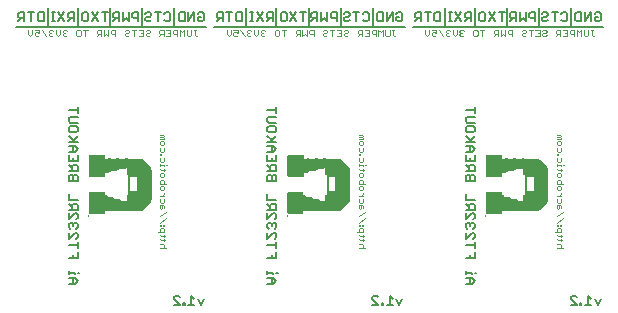
<source format=gbo>
G75*
%MOIN*%
%OFA0B0*%
%FSLAX24Y24*%
%IPPOS*%
%LPD*%
%AMOC8*
5,1,8,0,0,1.08239X$1,22.5*
%
%ADD10C,0.0040*%
%ADD11C,0.0050*%
%ADD12C,0.0060*%
%ADD13R,0.0001X0.0674*%
%ADD14R,0.0001X0.0674*%
%ADD15R,0.0001X0.0687*%
%ADD16R,0.0001X0.0687*%
%ADD17R,0.0001X0.0695*%
%ADD18R,0.0001X0.0694*%
%ADD19R,0.0001X0.0701*%
%ADD20R,0.0001X0.0700*%
%ADD21R,0.0001X0.0705*%
%ADD22R,0.0001X0.0710*%
%ADD23R,0.0001X0.0709*%
%ADD24R,0.0001X0.0713*%
%ADD25R,0.0001X0.0717*%
%ADD26R,0.0001X0.0717*%
%ADD27R,0.0001X0.0720*%
%ADD28R,0.0001X0.0723*%
%ADD29R,0.0001X0.0726*%
%ADD30R,0.0001X0.0725*%
%ADD31R,0.0001X0.0729*%
%ADD32R,0.0001X0.0728*%
%ADD33R,0.0001X0.0731*%
%ADD34R,0.0001X0.0733*%
%ADD35R,0.0001X0.0735*%
%ADD36R,0.0001X0.0737*%
%ADD37R,0.0001X0.0737*%
%ADD38R,0.0001X0.0739*%
%ADD39R,0.0001X0.0741*%
%ADD40R,0.0001X0.0743*%
%ADD41R,0.0001X0.0745*%
%ADD42R,0.0001X0.0744*%
%ADD43R,0.0001X0.0746*%
%ADD44R,0.0001X0.0748*%
%ADD45R,0.0001X0.0747*%
%ADD46R,0.0001X0.0749*%
%ADD47R,0.0001X0.0751*%
%ADD48R,0.0001X0.0750*%
%ADD49R,0.0001X0.0753*%
%ADD50R,0.0001X0.0754*%
%ADD51R,0.0001X0.0755*%
%ADD52R,0.0001X0.0756*%
%ADD53R,0.0001X0.0757*%
%ADD54R,0.0001X0.0757*%
%ADD55R,0.0001X0.0758*%
%ADD56R,0.0001X0.0759*%
%ADD57R,0.0001X0.0761*%
%ADD58R,0.0001X0.0760*%
%ADD59R,0.0001X0.0762*%
%ADD60R,0.0001X0.0763*%
%ADD61R,0.0001X0.0764*%
%ADD62R,0.0001X0.0764*%
%ADD63R,0.0001X0.0765*%
%ADD64R,0.0001X0.0766*%
%ADD65R,0.0001X0.0752*%
%ADD66R,0.0001X0.0747*%
%ADD67R,0.0001X0.0742*%
%ADD68R,0.0001X0.0740*%
%ADD69R,0.0001X0.0738*%
%ADD70R,0.0001X0.0736*%
%ADD71R,0.0001X0.0734*%
%ADD72R,0.0001X0.0732*%
%ADD73R,0.0001X0.0727*%
%ADD74R,0.0001X0.0724*%
%ADD75R,0.0001X0.0721*%
%ADD76R,0.0001X0.0718*%
%ADD77R,0.0001X0.0714*%
%ADD78R,0.0001X0.0711*%
%ADD79R,0.0001X0.0730*%
%ADD80R,0.0001X0.0707*%
%ADD81R,0.0001X0.0702*%
%ADD82R,0.0001X0.0696*%
%ADD83R,0.0001X0.0690*%
%ADD84R,0.0001X0.0680*%
%ADD85R,0.0001X0.0516*%
%ADD86R,0.0001X0.0515*%
%ADD87R,0.0001X0.0514*%
%ADD88R,0.0001X0.0675*%
%ADD89R,0.0001X0.0479*%
%ADD90R,0.0001X0.0513*%
%ADD91R,0.0001X0.0478*%
%ADD92R,0.0001X0.0512*%
%ADD93R,0.0001X0.0511*%
%ADD94R,0.0001X0.0477*%
%ADD95R,0.0001X0.0510*%
%ADD96R,0.0001X0.0476*%
%ADD97R,0.0001X0.0509*%
%ADD98R,0.0001X0.0475*%
%ADD99R,0.0001X0.0508*%
%ADD100R,0.0001X0.0474*%
%ADD101R,0.0001X0.0507*%
%ADD102R,0.0001X0.0506*%
%ADD103R,0.0001X0.0473*%
%ADD104R,0.0001X0.0505*%
%ADD105R,0.0001X0.0472*%
%ADD106R,0.0001X0.0504*%
%ADD107R,0.0001X0.0471*%
%ADD108R,0.0001X0.0503*%
%ADD109R,0.0001X0.0470*%
%ADD110R,0.0001X0.0502*%
%ADD111R,0.0001X0.0469*%
%ADD112R,0.0001X0.0501*%
%ADD113R,0.0001X0.0500*%
%ADD114R,0.0001X0.0468*%
%ADD115R,0.0001X0.0499*%
%ADD116R,0.0001X0.0467*%
%ADD117R,0.0001X0.0498*%
%ADD118R,0.0001X0.0466*%
%ADD119R,0.0001X0.0497*%
%ADD120R,0.0001X0.0465*%
%ADD121R,0.0001X0.0496*%
%ADD122R,0.0001X0.0495*%
%ADD123R,0.0001X0.0464*%
%ADD124R,0.0001X0.0494*%
%ADD125R,0.0001X0.0463*%
%ADD126R,0.0001X0.0493*%
%ADD127R,0.0001X0.0462*%
%ADD128R,0.0001X0.0492*%
%ADD129R,0.0001X0.0461*%
%ADD130R,0.0001X0.0491*%
%ADD131R,0.0001X0.0490*%
%ADD132R,0.0001X0.0460*%
%ADD133R,0.0001X0.0489*%
%ADD134R,0.0001X0.0459*%
%ADD135R,0.0001X0.0488*%
%ADD136R,0.0001X0.0458*%
%ADD137R,0.0001X0.0487*%
%ADD138R,0.0001X0.0457*%
%ADD139R,0.0001X0.0486*%
%ADD140R,0.0001X0.0485*%
%ADD141R,0.0001X0.0456*%
%ADD142R,0.0001X0.0484*%
%ADD143R,0.0001X0.0455*%
%ADD144R,0.0001X0.0483*%
%ADD145R,0.0001X0.0454*%
%ADD146R,0.0001X0.0482*%
%ADD147R,0.0001X0.0453*%
%ADD148R,0.0001X0.0481*%
%ADD149R,0.0001X0.0452*%
%ADD150R,0.0001X0.0480*%
%ADD151R,0.0001X0.0451*%
%ADD152R,0.0001X0.0450*%
%ADD153R,0.0001X0.0449*%
%ADD154R,0.0001X0.0448*%
%ADD155R,0.0001X0.0447*%
%ADD156R,0.0001X0.0446*%
%ADD157R,0.0001X0.0445*%
%ADD158R,0.0001X0.0444*%
%ADD159R,0.0001X0.0443*%
%ADD160R,0.0001X0.0442*%
%ADD161R,0.0001X0.0441*%
%ADD162R,0.0001X0.0440*%
%ADD163R,0.0001X0.0439*%
%ADD164R,0.0001X0.0438*%
%ADD165R,0.0001X0.0437*%
%ADD166R,0.0001X0.0436*%
%ADD167R,0.0001X0.0435*%
%ADD168R,0.0001X0.0434*%
%ADD169R,0.0001X0.0433*%
%ADD170R,0.0001X0.0432*%
%ADD171R,0.0001X0.0431*%
%ADD172R,0.0001X0.0430*%
%ADD173R,0.0001X0.0429*%
%ADD174R,0.0001X0.0428*%
%ADD175R,0.0001X0.0427*%
%ADD176R,0.0001X0.0426*%
%ADD177R,0.0001X0.0425*%
%ADD178R,0.0001X0.0424*%
%ADD179R,0.0001X0.0423*%
%ADD180R,0.0001X0.0422*%
%ADD181R,0.0001X0.0421*%
%ADD182R,0.0001X0.0420*%
%ADD183R,0.0001X0.0419*%
%ADD184R,0.0001X0.0418*%
%ADD185R,0.0001X0.0417*%
%ADD186R,0.0001X0.0416*%
%ADD187R,0.0001X0.0415*%
%ADD188R,0.0001X0.0414*%
%ADD189R,0.0001X0.0413*%
%ADD190R,0.0001X0.0412*%
%ADD191R,0.0001X0.0411*%
%ADD192R,0.0001X0.0410*%
%ADD193R,0.0001X0.0409*%
%ADD194R,0.0001X0.0408*%
%ADD195R,0.0001X0.0407*%
%ADD196R,0.0001X0.0406*%
%ADD197R,0.0001X0.0405*%
%ADD198R,0.0001X0.0404*%
%ADD199R,0.0001X0.0403*%
%ADD200R,0.0001X0.0402*%
%ADD201R,0.0001X0.0401*%
%ADD202R,0.0001X0.0400*%
%ADD203R,0.0001X0.0399*%
%ADD204R,0.0001X0.0398*%
%ADD205R,0.0001X0.0397*%
%ADD206R,0.0001X0.0396*%
%ADD207R,0.0001X0.0395*%
%ADD208R,0.0001X0.0394*%
%ADD209R,0.0001X0.0393*%
%ADD210R,0.0001X0.0392*%
%ADD211R,0.0001X0.0391*%
%ADD212R,0.0001X0.0390*%
%ADD213R,0.0001X0.0389*%
%ADD214R,0.0001X0.0388*%
%ADD215R,0.0001X0.0387*%
%ADD216R,0.0001X0.0386*%
%ADD217R,0.0001X0.0385*%
%ADD218R,0.0001X0.0384*%
%ADD219R,0.0001X0.0383*%
%ADD220R,0.0001X0.0382*%
%ADD221R,0.0001X0.0381*%
%ADD222R,0.0001X0.0380*%
%ADD223R,0.0001X0.0379*%
%ADD224R,0.0001X0.0378*%
%ADD225R,0.0001X0.0377*%
%ADD226R,0.0001X0.0376*%
%ADD227R,0.0001X0.0375*%
%ADD228R,0.0001X0.0374*%
%ADD229R,0.0001X0.0373*%
%ADD230R,0.0001X0.0372*%
%ADD231R,0.0001X0.0371*%
%ADD232R,0.0001X0.0370*%
%ADD233R,0.0001X0.0369*%
%ADD234R,0.0001X0.0368*%
%ADD235R,0.0001X0.0367*%
%ADD236R,0.0001X0.0366*%
%ADD237R,0.0001X0.0365*%
%ADD238R,0.0001X0.0364*%
%ADD239R,0.0001X0.0363*%
%ADD240R,0.0001X0.0362*%
%ADD241R,0.0001X0.0361*%
%ADD242R,0.0001X0.0360*%
%ADD243R,0.0001X0.0359*%
%ADD244R,0.0001X0.0358*%
%ADD245R,0.0001X0.0357*%
%ADD246R,0.0001X0.0356*%
%ADD247R,0.0001X0.0355*%
%ADD248R,0.0001X0.0354*%
%ADD249R,0.0001X0.0353*%
%ADD250R,0.0001X0.0352*%
%ADD251R,0.0001X0.0351*%
%ADD252R,0.0001X0.0350*%
%ADD253R,0.0001X0.0349*%
%ADD254R,0.0001X0.0348*%
%ADD255R,0.0001X0.0347*%
%ADD256R,0.0001X0.0346*%
%ADD257R,0.0001X0.0345*%
%ADD258R,0.0001X0.0344*%
%ADD259R,0.0001X0.0343*%
%ADD260R,0.0001X0.0342*%
%ADD261R,0.0001X0.0341*%
%ADD262R,0.0001X0.0340*%
%ADD263R,0.0001X0.0339*%
%ADD264R,0.0001X0.0338*%
%ADD265R,0.0001X0.0337*%
%ADD266R,0.0001X0.0336*%
%ADD267R,0.0001X0.0335*%
%ADD268R,0.0001X0.0334*%
%ADD269R,0.0001X0.0333*%
%ADD270R,0.0001X0.0332*%
%ADD271R,0.0001X0.0331*%
%ADD272R,0.0001X0.0330*%
%ADD273R,0.0001X0.0329*%
%ADD274R,0.0001X0.0328*%
%ADD275R,0.0001X0.0327*%
%ADD276R,0.0001X0.0326*%
%ADD277R,0.0001X0.0325*%
%ADD278R,0.0001X0.0324*%
%ADD279R,0.0001X0.0323*%
%ADD280R,0.0001X0.0322*%
%ADD281R,0.0001X0.0321*%
%ADD282R,0.0001X0.0320*%
%ADD283R,0.0001X0.0319*%
%ADD284R,0.0001X0.0318*%
%ADD285R,0.0001X0.0317*%
%ADD286R,0.0001X0.0316*%
%ADD287R,0.0001X0.0315*%
%ADD288R,0.0001X0.0314*%
%ADD289R,0.0001X0.0313*%
%ADD290R,0.0001X0.0312*%
%ADD291R,0.0001X0.0311*%
%ADD292R,0.0001X0.0310*%
%ADD293R,0.0001X0.0309*%
%ADD294R,0.0001X0.0308*%
%ADD295R,0.0001X0.0307*%
%ADD296R,0.0001X0.0306*%
%ADD297R,0.0001X0.0305*%
%ADD298R,0.0001X0.0304*%
%ADD299R,0.0001X0.0303*%
%ADD300R,0.0001X0.0302*%
%ADD301R,0.0001X0.0301*%
%ADD302R,0.0001X0.0300*%
%ADD303R,0.0001X0.0299*%
%ADD304R,0.0001X0.0298*%
%ADD305R,0.0001X0.0297*%
%ADD306R,0.0001X0.0296*%
%ADD307R,0.0001X0.0519*%
%ADD308R,0.0001X0.1736*%
%ADD309R,0.0001X0.0643*%
%ADD310R,0.0001X0.0611*%
%ADD311R,0.0001X0.1735*%
%ADD312R,0.0001X0.1734*%
%ADD313R,0.0001X0.1733*%
%ADD314R,0.0001X0.1732*%
%ADD315R,0.0001X0.1731*%
%ADD316R,0.0001X0.1730*%
%ADD317R,0.0001X0.1729*%
%ADD318R,0.0001X0.1728*%
%ADD319R,0.0001X0.1727*%
%ADD320R,0.0001X0.1726*%
%ADD321R,0.0001X0.1725*%
%ADD322R,0.0001X0.1724*%
%ADD323R,0.0001X0.1723*%
%ADD324R,0.0001X0.1722*%
%ADD325R,0.0001X0.1720*%
%ADD326R,0.0001X0.1718*%
%ADD327R,0.0001X0.1716*%
%ADD328R,0.0001X0.1714*%
%ADD329R,0.0001X0.1712*%
%ADD330R,0.0001X0.1711*%
%ADD331R,0.0001X0.1710*%
%ADD332R,0.0001X0.1709*%
%ADD333R,0.0001X0.1708*%
%ADD334R,0.0001X0.1707*%
%ADD335R,0.0001X0.1706*%
%ADD336R,0.0001X0.1705*%
%ADD337R,0.0001X0.1704*%
%ADD338R,0.0001X0.1703*%
%ADD339R,0.0001X0.1702*%
%ADD340R,0.0001X0.1701*%
%ADD341R,0.0001X0.1700*%
%ADD342R,0.0001X0.1699*%
%ADD343R,0.0001X0.1698*%
%ADD344R,0.0001X0.1697*%
%ADD345R,0.0001X0.1696*%
%ADD346R,0.0001X0.1695*%
%ADD347R,0.0001X0.1694*%
%ADD348R,0.0001X0.1693*%
%ADD349R,0.0001X0.1692*%
%ADD350R,0.0001X0.1691*%
%ADD351R,0.0001X0.1690*%
%ADD352R,0.0001X0.1689*%
%ADD353R,0.0001X0.1687*%
%ADD354R,0.0001X0.1685*%
%ADD355R,0.0001X0.1682*%
%ADD356R,0.0001X0.1680*%
%ADD357R,0.0001X0.1678*%
%ADD358R,0.0001X0.1676*%
%ADD359R,0.0001X0.1674*%
%ADD360R,0.0001X0.1672*%
%ADD361R,0.0001X0.1670*%
%ADD362R,0.0001X0.1668*%
%ADD363R,0.0001X0.1666*%
%ADD364R,0.0001X0.1664*%
%ADD365R,0.0001X0.1662*%
%ADD366R,0.0001X0.1660*%
%ADD367R,0.0001X0.1658*%
%ADD368R,0.0001X0.1656*%
%ADD369R,0.0001X0.1654*%
%ADD370R,0.0001X0.1652*%
%ADD371R,0.0001X0.1650*%
%ADD372R,0.0001X0.1648*%
%ADD373R,0.0001X0.1646*%
%ADD374R,0.0001X0.1644*%
%ADD375R,0.0001X0.1642*%
%ADD376R,0.0001X0.1640*%
%ADD377R,0.0001X0.1638*%
%ADD378R,0.0001X0.1636*%
%ADD379R,0.0001X0.1634*%
%ADD380R,0.0001X0.1632*%
%ADD381R,0.0001X0.1630*%
%ADD382R,0.0001X0.1628*%
%ADD383R,0.0001X0.1626*%
%ADD384R,0.0001X0.1624*%
%ADD385R,0.0001X0.1622*%
%ADD386R,0.0001X0.1620*%
%ADD387R,0.0001X0.1617*%
%ADD388R,0.0001X0.1615*%
%ADD389R,0.0001X0.1613*%
%ADD390R,0.0001X0.1611*%
%ADD391R,0.0001X0.1609*%
%ADD392R,0.0001X0.1607*%
%ADD393R,0.0001X0.1605*%
%ADD394R,0.0001X0.1603*%
%ADD395R,0.0001X0.1601*%
%ADD396R,0.0001X0.1599*%
%ADD397R,0.0001X0.1597*%
%ADD398R,0.0001X0.1595*%
%ADD399R,0.0001X0.1593*%
%ADD400R,0.0001X0.1591*%
%ADD401R,0.0001X0.1589*%
%ADD402R,0.0001X0.1587*%
%ADD403R,0.0001X0.1585*%
%ADD404R,0.0001X0.1582*%
%ADD405R,0.0001X0.1580*%
%ADD406R,0.0001X0.1578*%
%ADD407R,0.0001X0.1576*%
%ADD408R,0.0001X0.1574*%
%ADD409R,0.0001X0.1572*%
%ADD410R,0.0001X0.1570*%
%ADD411R,0.0001X0.1568*%
%ADD412R,0.0001X0.1566*%
%ADD413R,0.0001X0.1564*%
%ADD414R,0.0001X0.1562*%
%ADD415R,0.0001X0.1560*%
%ADD416R,0.0001X0.1558*%
%ADD417R,0.0001X0.1556*%
%ADD418R,0.0001X0.1554*%
%ADD419R,0.0001X0.1552*%
%ADD420R,0.0001X0.1550*%
%ADD421R,0.0001X0.1548*%
%ADD422R,0.0001X0.1546*%
%ADD423R,0.0001X0.1544*%
%ADD424R,0.0001X0.1542*%
%ADD425R,0.0001X0.1540*%
%ADD426R,0.0001X0.1538*%
%ADD427R,0.0001X0.1536*%
%ADD428R,0.0001X0.1534*%
%ADD429R,0.0001X0.1532*%
%ADD430R,0.0001X0.1530*%
%ADD431R,0.0001X0.1528*%
%ADD432R,0.0001X0.1526*%
%ADD433R,0.0001X0.1524*%
%ADD434R,0.0001X0.1522*%
%ADD435R,0.0001X0.1520*%
%ADD436R,0.0001X0.1517*%
%ADD437R,0.0001X0.1515*%
%ADD438R,0.0001X0.1513*%
%ADD439R,0.0001X0.1511*%
%ADD440R,0.0001X0.1509*%
%ADD441R,0.0001X0.1507*%
%ADD442R,0.0001X0.1505*%
%ADD443R,0.0001X0.1503*%
%ADD444R,0.0001X0.1501*%
%ADD445R,0.0001X0.1499*%
%ADD446R,0.0001X0.1497*%
%ADD447R,0.0001X0.1495*%
%ADD448R,0.0001X0.1493*%
%ADD449R,0.0001X0.1491*%
%ADD450R,0.0001X0.1489*%
%ADD451R,0.0001X0.1487*%
%ADD452R,0.0001X0.1485*%
%ADD453R,0.0001X0.1482*%
%ADD454R,0.0001X0.1480*%
%ADD455R,0.0001X0.1478*%
%ADD456R,0.0001X0.1476*%
%ADD457R,0.0001X0.1474*%
%ADD458R,0.0001X0.1472*%
%ADD459R,0.0001X0.1470*%
%ADD460R,0.0001X0.1468*%
%ADD461R,0.0001X0.1466*%
%ADD462R,0.0001X0.1464*%
%ADD463R,0.0001X0.1462*%
%ADD464R,0.0001X0.1460*%
%ADD465R,0.0001X0.1458*%
%ADD466R,0.0001X0.1456*%
%ADD467R,0.0001X0.1454*%
%ADD468R,0.0001X0.1452*%
%ADD469R,0.0001X0.1450*%
%ADD470R,0.0001X0.1448*%
%ADD471R,0.0001X0.1446*%
%ADD472R,0.0001X0.1444*%
%ADD473R,0.0001X0.1442*%
%ADD474R,0.0001X0.1440*%
%ADD475R,0.0001X0.1438*%
%ADD476R,0.0001X0.1436*%
%ADD477R,0.0001X0.1434*%
%ADD478R,0.0001X0.1432*%
%ADD479R,0.0001X0.1430*%
%ADD480R,0.0001X0.1428*%
%ADD481R,0.0001X0.1426*%
%ADD482R,0.0001X0.1424*%
%ADD483R,0.0001X0.1422*%
%ADD484R,0.0001X0.1420*%
%ADD485R,0.0001X0.1418*%
%ADD486R,0.0001X0.1415*%
%ADD487R,0.0001X0.1413*%
%ADD488R,0.0001X0.1411*%
%ADD489R,0.0001X0.1409*%
%ADD490R,0.0001X0.1407*%
%ADD491R,0.0001X0.1405*%
%ADD492R,0.0001X0.1403*%
%ADD493R,0.0001X0.1401*%
%ADD494R,0.0001X0.1399*%
%ADD495R,0.0001X0.1397*%
%ADD496R,0.0001X0.1395*%
%ADD497R,0.0001X0.1393*%
%ADD498R,0.0001X0.1391*%
%ADD499R,0.0001X0.1389*%
%ADD500R,0.0001X0.1387*%
%ADD501R,0.0001X0.1384*%
%ADD502R,0.0001X0.1382*%
%ADD503R,0.0001X0.1380*%
%ADD504R,0.0001X0.1378*%
%ADD505R,0.0001X0.1376*%
%ADD506R,0.0001X0.1374*%
%ADD507R,0.0001X0.1372*%
%ADD508R,0.0001X0.1370*%
%ADD509R,0.0001X0.1368*%
%ADD510R,0.0001X0.1366*%
%ADD511R,0.0001X0.1364*%
%ADD512R,0.0001X0.1362*%
%ADD513R,0.0001X0.1360*%
%ADD514R,0.0001X0.1358*%
%ADD515R,0.0001X0.1356*%
%ADD516R,0.0001X0.1354*%
%ADD517R,0.0001X0.1352*%
%ADD518R,0.0001X0.1350*%
%ADD519R,0.0001X0.1348*%
%ADD520R,0.0001X0.1346*%
%ADD521R,0.0001X0.1344*%
%ADD522R,0.0001X0.1342*%
%ADD523R,0.0001X0.1340*%
%ADD524R,0.0001X0.1338*%
%ADD525R,0.0001X0.1336*%
%ADD526R,0.0001X0.1334*%
%ADD527R,0.0001X0.1332*%
%ADD528R,0.0001X0.1330*%
%ADD529R,0.0001X0.1328*%
%ADD530R,0.0001X0.1326*%
%ADD531R,0.0001X0.1324*%
%ADD532R,0.0001X0.1322*%
%ADD533R,0.0001X0.1320*%
%ADD534R,0.0001X0.1318*%
%ADD535R,0.0001X0.1315*%
%ADD536R,0.0001X0.1313*%
%ADD537R,0.0001X0.1311*%
%ADD538R,0.0001X0.1309*%
%ADD539R,0.0001X0.1307*%
%ADD540R,0.0001X0.1305*%
%ADD541R,0.0001X0.1303*%
%ADD542R,0.0001X0.1301*%
%ADD543R,0.0001X0.1299*%
%ADD544R,0.0001X0.1297*%
%ADD545R,0.0001X0.1295*%
%ADD546R,0.0001X0.1293*%
%ADD547R,0.0001X0.1291*%
%ADD548R,0.0001X0.1289*%
%ADD549R,0.0001X0.1287*%
%ADD550R,0.0001X0.1284*%
%ADD551R,0.0001X0.1282*%
%ADD552R,0.0001X0.1280*%
%ADD553R,0.0001X0.1278*%
%ADD554R,0.0001X0.1276*%
%ADD555R,0.0001X0.1274*%
%ADD556R,0.0001X0.1272*%
%ADD557R,0.0001X0.1270*%
%ADD558R,0.0001X0.1268*%
%ADD559R,0.0001X0.1266*%
%ADD560R,0.0001X0.1264*%
%ADD561R,0.0001X0.1262*%
%ADD562R,0.0001X0.1260*%
%ADD563R,0.0001X0.1258*%
%ADD564R,0.0001X0.1256*%
%ADD565R,0.0001X0.1254*%
%ADD566R,0.0001X0.1252*%
%ADD567R,0.0001X0.1250*%
%ADD568R,0.0001X0.1248*%
%ADD569R,0.0001X0.1246*%
%ADD570R,0.0001X0.1244*%
%ADD571R,0.0001X0.1242*%
%ADD572R,0.0001X0.1240*%
%ADD573R,0.0001X0.1238*%
%ADD574R,0.0001X0.1236*%
%ADD575R,0.0001X0.1234*%
%ADD576R,0.0001X0.1232*%
%ADD577R,0.0001X0.1230*%
%ADD578R,0.0001X0.1228*%
%ADD579R,0.0001X0.1226*%
%ADD580R,0.0001X0.1224*%
%ADD581R,0.0001X0.1222*%
%ADD582R,0.0001X0.1220*%
%ADD583R,0.0001X0.1218*%
%ADD584R,0.0001X0.1215*%
%ADD585R,0.0001X0.1213*%
%ADD586R,0.0001X0.1211*%
%ADD587R,0.0001X0.1209*%
%ADD588R,0.0001X0.1207*%
%ADD589R,0.0001X0.1205*%
%ADD590R,0.0001X0.1203*%
%ADD591R,0.0001X0.1201*%
%ADD592R,0.0001X0.1199*%
%ADD593R,0.0001X0.1197*%
%ADD594R,0.0001X0.1195*%
%ADD595R,0.0001X0.1193*%
%ADD596R,0.0001X0.1191*%
%ADD597R,0.0001X0.1189*%
%ADD598R,0.0001X0.1187*%
%ADD599R,0.0001X0.1184*%
%ADD600R,0.0001X0.1182*%
%ADD601R,0.0001X0.1180*%
%ADD602R,0.0001X0.1178*%
%ADD603R,0.0001X0.1176*%
%ADD604R,0.0001X0.1174*%
%ADD605R,0.0001X0.1172*%
%ADD606R,0.0001X0.1170*%
%ADD607R,0.0001X0.1168*%
%ADD608R,0.0001X0.1166*%
%ADD609R,0.0001X0.1164*%
%ADD610R,0.0001X0.1162*%
%ADD611R,0.0001X0.1160*%
%ADD612R,0.0001X0.1158*%
%ADD613R,0.0001X0.1156*%
%ADD614R,0.0001X0.1154*%
%ADD615R,0.0001X0.1152*%
%ADD616R,0.0001X0.1150*%
%ADD617R,0.0001X0.1148*%
%ADD618R,0.0001X0.1146*%
%ADD619R,0.0001X0.1142*%
%ADD620R,0.0001X0.1136*%
%ADD621R,0.0001X0.1131*%
%ADD622R,0.0001X0.1126*%
%ADD623R,0.0001X0.1120*%
%ADD624R,0.0001X0.1114*%
%ADD625R,0.0001X0.1108*%
%ADD626R,0.0001X0.1102*%
%ADD627R,0.0001X0.1095*%
%ADD628R,0.0001X0.1089*%
%ADD629R,0.0001X0.1083*%
%ADD630R,0.0001X0.1075*%
%ADD631R,0.0001X0.1067*%
%ADD632R,0.0001X0.1060*%
%ADD633R,0.0001X0.1052*%
%ADD634R,0.0001X0.1044*%
%ADD635R,0.0001X0.1036*%
%ADD636R,0.0001X0.1026*%
%ADD637R,0.0001X0.1016*%
%ADD638R,0.0001X0.1005*%
%ADD639R,0.0001X0.0993*%
%ADD640R,0.0001X0.0977*%
%ADD641R,0.0001X0.0954*%
%ADD642C,0.0000*%
D10*
X005049Y002648D02*
X005249Y002648D01*
X005183Y002682D02*
X005183Y002748D01*
X005149Y002782D01*
X005049Y002782D01*
X005082Y002903D02*
X005049Y002936D01*
X005082Y002903D02*
X005216Y002903D01*
X005183Y002936D02*
X005183Y002869D01*
X005183Y003017D02*
X005183Y003083D01*
X005216Y003050D02*
X005082Y003050D01*
X005049Y003083D01*
X005049Y003164D02*
X005049Y003264D01*
X005082Y003297D01*
X005149Y003297D01*
X005183Y003264D01*
X005183Y003164D01*
X004982Y003164D01*
X005049Y003385D02*
X005082Y003385D01*
X005082Y003418D01*
X005049Y003418D01*
X005049Y003385D01*
X005149Y003385D02*
X005183Y003385D01*
X005183Y003418D01*
X005149Y003418D01*
X005149Y003385D01*
X005049Y003495D02*
X005249Y003629D01*
X005049Y003716D02*
X005249Y003850D01*
X005183Y003971D02*
X005183Y004038D01*
X005149Y004071D01*
X005049Y004071D01*
X005049Y003971D01*
X005082Y003937D01*
X005116Y003971D01*
X005116Y004071D01*
X005149Y004158D02*
X005082Y004158D01*
X005049Y004192D01*
X005049Y004292D01*
X005049Y004379D02*
X005183Y004379D01*
X005183Y004446D02*
X005183Y004479D01*
X005183Y004446D02*
X005116Y004379D01*
X005183Y004292D02*
X005183Y004192D01*
X005149Y004158D01*
X005149Y004564D02*
X005082Y004564D01*
X005049Y004597D01*
X005049Y004664D01*
X005082Y004697D01*
X005149Y004697D01*
X005183Y004664D01*
X005183Y004597D01*
X005149Y004564D01*
X005183Y004785D02*
X005183Y004885D01*
X005149Y004918D01*
X005082Y004918D01*
X005049Y004885D01*
X005049Y004785D01*
X005249Y004785D01*
X005149Y005006D02*
X005082Y005006D01*
X005049Y005039D01*
X005049Y005106D01*
X005082Y005139D01*
X005149Y005139D01*
X005183Y005106D01*
X005183Y005039D01*
X005149Y005006D01*
X005183Y005227D02*
X005183Y005293D01*
X005216Y005260D02*
X005082Y005260D01*
X005049Y005293D01*
X005049Y005374D02*
X005049Y005441D01*
X005049Y005407D02*
X005183Y005407D01*
X005183Y005374D01*
X005249Y005407D02*
X005283Y005407D01*
X005149Y005521D02*
X005082Y005521D01*
X005049Y005555D01*
X005049Y005655D01*
X005049Y005742D02*
X005049Y005776D01*
X005082Y005776D01*
X005082Y005742D01*
X005049Y005742D01*
X005082Y005853D02*
X005049Y005886D01*
X005049Y005986D01*
X005082Y006074D02*
X005049Y006107D01*
X005049Y006174D01*
X005082Y006207D01*
X005149Y006207D01*
X005183Y006174D01*
X005183Y006107D01*
X005149Y006074D01*
X005082Y006074D01*
X005183Y005986D02*
X005183Y005886D01*
X005149Y005853D01*
X005082Y005853D01*
X005183Y005655D02*
X005183Y005555D01*
X005149Y005521D01*
X005183Y006295D02*
X005183Y006328D01*
X005149Y006361D01*
X005183Y006395D01*
X005149Y006428D01*
X005049Y006428D01*
X005049Y006361D02*
X005149Y006361D01*
X005183Y006295D02*
X005049Y006295D01*
X005017Y009698D02*
X005087Y009768D01*
X005052Y009768D02*
X005158Y009768D01*
X005158Y009698D02*
X005158Y009908D01*
X005052Y009908D01*
X005017Y009873D01*
X005017Y009803D01*
X005052Y009768D01*
X005248Y009698D02*
X005388Y009698D01*
X005388Y009908D01*
X005248Y009908D01*
X005318Y009803D02*
X005388Y009803D01*
X005478Y009803D02*
X005478Y009873D01*
X005513Y009908D01*
X005618Y009908D01*
X005618Y009698D01*
X005618Y009768D02*
X005513Y009768D01*
X005478Y009803D01*
X005708Y009908D02*
X005708Y009698D01*
X005848Y009698D02*
X005848Y009908D01*
X005778Y009838D01*
X005708Y009908D01*
X005938Y009908D02*
X005938Y009733D01*
X005973Y009698D01*
X006043Y009698D01*
X006078Y009733D01*
X006078Y009908D01*
X006168Y009908D02*
X006238Y009908D01*
X006203Y009908D02*
X006203Y009733D01*
X006238Y009698D01*
X006273Y009698D01*
X006308Y009733D01*
X007258Y009768D02*
X007328Y009698D01*
X007398Y009768D01*
X007398Y009908D01*
X007488Y009908D02*
X007628Y009908D01*
X007628Y009803D01*
X007558Y009838D01*
X007523Y009838D01*
X007488Y009803D01*
X007488Y009733D01*
X007523Y009698D01*
X007593Y009698D01*
X007628Y009733D01*
X007258Y009768D02*
X007258Y009908D01*
X007718Y009908D02*
X007858Y009698D01*
X007948Y009733D02*
X007983Y009698D01*
X008054Y009698D01*
X008089Y009733D01*
X008179Y009768D02*
X008179Y009908D01*
X008089Y009873D02*
X008054Y009908D01*
X007983Y009908D01*
X007948Y009873D01*
X007948Y009838D01*
X007983Y009803D01*
X007948Y009768D01*
X007948Y009733D01*
X007983Y009803D02*
X008018Y009803D01*
X008179Y009768D02*
X008249Y009698D01*
X008319Y009768D01*
X008319Y009908D01*
X008409Y009873D02*
X008409Y009838D01*
X008444Y009803D01*
X008409Y009768D01*
X008409Y009733D01*
X008444Y009698D01*
X008514Y009698D01*
X008549Y009733D01*
X008479Y009803D02*
X008444Y009803D01*
X008409Y009873D02*
X008444Y009908D01*
X008514Y009908D01*
X008549Y009873D01*
X008869Y009873D02*
X008869Y009733D01*
X008904Y009698D01*
X008974Y009698D01*
X009009Y009733D01*
X009009Y009873D01*
X008974Y009908D01*
X008904Y009908D01*
X008869Y009873D01*
X009099Y009908D02*
X009240Y009908D01*
X009169Y009908D02*
X009169Y009698D01*
X009560Y009698D02*
X009630Y009768D01*
X009595Y009768D02*
X009700Y009768D01*
X009700Y009698D02*
X009700Y009908D01*
X009595Y009908D01*
X009560Y009873D01*
X009560Y009803D01*
X009595Y009768D01*
X009790Y009698D02*
X009790Y009908D01*
X009930Y009908D02*
X009930Y009698D01*
X009860Y009768D01*
X009790Y009698D01*
X010020Y009803D02*
X010055Y009768D01*
X010160Y009768D01*
X010160Y009698D02*
X010160Y009908D01*
X010055Y009908D01*
X010020Y009873D01*
X010020Y009803D01*
X010481Y009768D02*
X010481Y009733D01*
X010516Y009698D01*
X010586Y009698D01*
X010621Y009733D01*
X010586Y009803D02*
X010516Y009803D01*
X010481Y009768D01*
X010481Y009873D02*
X010516Y009908D01*
X010586Y009908D01*
X010621Y009873D01*
X010621Y009838D01*
X010586Y009803D01*
X010711Y009908D02*
X010851Y009908D01*
X010781Y009908D02*
X010781Y009698D01*
X010941Y009698D02*
X011081Y009698D01*
X011081Y009908D01*
X010941Y009908D01*
X011011Y009803D02*
X011081Y009803D01*
X011171Y009768D02*
X011171Y009733D01*
X011206Y009698D01*
X011276Y009698D01*
X011311Y009733D01*
X011276Y009803D02*
X011206Y009803D01*
X011171Y009768D01*
X011171Y009873D02*
X011206Y009908D01*
X011276Y009908D01*
X011311Y009873D01*
X011311Y009838D01*
X011276Y009803D01*
X011632Y009803D02*
X011632Y009873D01*
X011667Y009908D01*
X011772Y009908D01*
X011772Y009698D01*
X011772Y009768D02*
X011667Y009768D01*
X011632Y009803D01*
X011702Y009768D02*
X011632Y009698D01*
X011862Y009698D02*
X012002Y009698D01*
X012002Y009908D01*
X011862Y009908D01*
X011932Y009803D02*
X012002Y009803D01*
X012092Y009803D02*
X012092Y009873D01*
X012127Y009908D01*
X012232Y009908D01*
X012232Y009698D01*
X012232Y009768D02*
X012127Y009768D01*
X012092Y009803D01*
X012322Y009908D02*
X012322Y009698D01*
X012462Y009698D02*
X012462Y009908D01*
X012392Y009838D01*
X012322Y009908D01*
X012552Y009908D02*
X012552Y009733D01*
X012587Y009698D01*
X012657Y009698D01*
X012692Y009733D01*
X012692Y009908D01*
X012783Y009908D02*
X012853Y009908D01*
X012818Y009908D02*
X012818Y009733D01*
X012853Y009698D01*
X012888Y009698D01*
X012923Y009733D01*
X013872Y009768D02*
X013942Y009698D01*
X014012Y009768D01*
X014012Y009908D01*
X014102Y009908D02*
X014242Y009908D01*
X014242Y009803D01*
X014172Y009838D01*
X014137Y009838D01*
X014102Y009803D01*
X014102Y009733D01*
X014137Y009698D01*
X014207Y009698D01*
X014242Y009733D01*
X013872Y009768D02*
X013872Y009908D01*
X014332Y009908D02*
X014473Y009698D01*
X014563Y009733D02*
X014598Y009698D01*
X014668Y009698D01*
X014703Y009733D01*
X014793Y009768D02*
X014793Y009908D01*
X014703Y009873D02*
X014668Y009908D01*
X014598Y009908D01*
X014563Y009873D01*
X014563Y009838D01*
X014598Y009803D01*
X014563Y009768D01*
X014563Y009733D01*
X014598Y009803D02*
X014633Y009803D01*
X014793Y009768D02*
X014863Y009698D01*
X014933Y009768D01*
X014933Y009908D01*
X015023Y009873D02*
X015023Y009838D01*
X015058Y009803D01*
X015023Y009768D01*
X015023Y009733D01*
X015058Y009698D01*
X015128Y009698D01*
X015163Y009733D01*
X015093Y009803D02*
X015058Y009803D01*
X015023Y009873D02*
X015058Y009908D01*
X015128Y009908D01*
X015163Y009873D01*
X015483Y009873D02*
X015483Y009733D01*
X015518Y009698D01*
X015588Y009698D01*
X015624Y009733D01*
X015624Y009873D01*
X015588Y009908D01*
X015518Y009908D01*
X015483Y009873D01*
X015714Y009908D02*
X015854Y009908D01*
X015784Y009908D02*
X015784Y009698D01*
X016174Y009698D02*
X016244Y009768D01*
X016209Y009768D02*
X016314Y009768D01*
X016314Y009698D02*
X016314Y009908D01*
X016209Y009908D01*
X016174Y009873D01*
X016174Y009803D01*
X016209Y009768D01*
X016404Y009698D02*
X016404Y009908D01*
X016544Y009908D02*
X016544Y009698D01*
X016474Y009768D01*
X016404Y009698D01*
X016634Y009803D02*
X016669Y009768D01*
X016774Y009768D01*
X016774Y009698D02*
X016774Y009908D01*
X016669Y009908D01*
X016634Y009873D01*
X016634Y009803D01*
X017095Y009768D02*
X017095Y009733D01*
X017130Y009698D01*
X017200Y009698D01*
X017235Y009733D01*
X017200Y009803D02*
X017130Y009803D01*
X017095Y009768D01*
X017095Y009873D02*
X017130Y009908D01*
X017200Y009908D01*
X017235Y009873D01*
X017235Y009838D01*
X017200Y009803D01*
X017325Y009908D02*
X017465Y009908D01*
X017395Y009908D02*
X017395Y009698D01*
X017555Y009698D02*
X017695Y009698D01*
X017695Y009908D01*
X017555Y009908D01*
X017625Y009803D02*
X017695Y009803D01*
X017785Y009768D02*
X017785Y009733D01*
X017820Y009698D01*
X017890Y009698D01*
X017925Y009733D01*
X017890Y009803D02*
X017820Y009803D01*
X017785Y009768D01*
X017785Y009873D02*
X017820Y009908D01*
X017890Y009908D01*
X017925Y009873D01*
X017925Y009838D01*
X017890Y009803D01*
X018246Y009803D02*
X018246Y009873D01*
X018281Y009908D01*
X018386Y009908D01*
X018386Y009698D01*
X018386Y009768D02*
X018281Y009768D01*
X018246Y009803D01*
X018316Y009768D02*
X018246Y009698D01*
X018476Y009698D02*
X018616Y009698D01*
X018616Y009908D01*
X018476Y009908D01*
X018546Y009803D02*
X018616Y009803D01*
X018706Y009803D02*
X018706Y009873D01*
X018741Y009908D01*
X018846Y009908D01*
X018846Y009698D01*
X018846Y009768D02*
X018741Y009768D01*
X018706Y009803D01*
X018936Y009908D02*
X018936Y009698D01*
X019076Y009698D02*
X019076Y009908D01*
X019006Y009838D01*
X018936Y009908D01*
X019167Y009908D02*
X019167Y009733D01*
X019202Y009698D01*
X019272Y009698D01*
X019307Y009733D01*
X019307Y009908D01*
X019397Y009908D02*
X019467Y009908D01*
X019432Y009908D02*
X019432Y009733D01*
X019467Y009698D01*
X019502Y009698D01*
X019537Y009733D01*
X018378Y006428D02*
X018277Y006428D01*
X018277Y006361D02*
X018378Y006361D01*
X018411Y006395D01*
X018378Y006428D01*
X018378Y006361D02*
X018411Y006328D01*
X018411Y006295D01*
X018277Y006295D01*
X018311Y006207D02*
X018378Y006207D01*
X018411Y006174D01*
X018411Y006107D01*
X018378Y006074D01*
X018311Y006074D01*
X018277Y006107D01*
X018277Y006174D01*
X018311Y006207D01*
X018277Y005986D02*
X018277Y005886D01*
X018311Y005853D01*
X018378Y005853D01*
X018411Y005886D01*
X018411Y005986D01*
X018311Y005776D02*
X018277Y005776D01*
X018277Y005742D01*
X018311Y005742D01*
X018311Y005776D01*
X018277Y005655D02*
X018277Y005555D01*
X018311Y005521D01*
X018378Y005521D01*
X018411Y005555D01*
X018411Y005655D01*
X018277Y005441D02*
X018277Y005374D01*
X018277Y005407D02*
X018411Y005407D01*
X018411Y005374D01*
X018478Y005407D02*
X018511Y005407D01*
X018411Y005293D02*
X018411Y005227D01*
X018444Y005260D02*
X018311Y005260D01*
X018277Y005293D01*
X018311Y005139D02*
X018378Y005139D01*
X018411Y005106D01*
X018411Y005039D01*
X018378Y005006D01*
X018311Y005006D01*
X018277Y005039D01*
X018277Y005106D01*
X018311Y005139D01*
X018311Y004918D02*
X018378Y004918D01*
X018411Y004885D01*
X018411Y004785D01*
X018478Y004785D02*
X018277Y004785D01*
X018277Y004885D01*
X018311Y004918D01*
X018311Y004697D02*
X018378Y004697D01*
X018411Y004664D01*
X018411Y004597D01*
X018378Y004564D01*
X018311Y004564D01*
X018277Y004597D01*
X018277Y004664D01*
X018311Y004697D01*
X018411Y004479D02*
X018411Y004446D01*
X018344Y004379D01*
X018277Y004379D02*
X018411Y004379D01*
X018411Y004292D02*
X018411Y004192D01*
X018378Y004158D01*
X018311Y004158D01*
X018277Y004192D01*
X018277Y004292D01*
X018277Y004071D02*
X018277Y003971D01*
X018311Y003937D01*
X018344Y003971D01*
X018344Y004071D01*
X018378Y004071D02*
X018277Y004071D01*
X018378Y004071D02*
X018411Y004038D01*
X018411Y003971D01*
X018478Y003850D02*
X018277Y003716D01*
X018478Y003629D02*
X018277Y003495D01*
X018277Y003418D02*
X018277Y003385D01*
X018311Y003385D01*
X018311Y003418D01*
X018277Y003418D01*
X018378Y003418D02*
X018378Y003385D01*
X018411Y003385D01*
X018411Y003418D01*
X018378Y003418D01*
X018378Y003297D02*
X018311Y003297D01*
X018277Y003264D01*
X018277Y003164D01*
X018211Y003164D02*
X018411Y003164D01*
X018411Y003264D01*
X018378Y003297D01*
X018411Y003083D02*
X018411Y003017D01*
X018444Y003050D02*
X018311Y003050D01*
X018277Y003083D01*
X018277Y002936D02*
X018311Y002903D01*
X018444Y002903D01*
X018411Y002936D02*
X018411Y002869D01*
X018378Y002782D02*
X018277Y002782D01*
X018378Y002782D02*
X018411Y002748D01*
X018411Y002682D01*
X018378Y002648D01*
X018478Y002648D02*
X018277Y002648D01*
X011863Y002648D02*
X011663Y002648D01*
X011763Y002648D02*
X011797Y002682D01*
X011797Y002748D01*
X011763Y002782D01*
X011663Y002782D01*
X011697Y002903D02*
X011663Y002936D01*
X011697Y002903D02*
X011830Y002903D01*
X011797Y002936D02*
X011797Y002869D01*
X011797Y003017D02*
X011797Y003083D01*
X011830Y003050D02*
X011697Y003050D01*
X011663Y003083D01*
X011663Y003164D02*
X011663Y003264D01*
X011697Y003297D01*
X011763Y003297D01*
X011797Y003264D01*
X011797Y003164D01*
X011597Y003164D01*
X011663Y003385D02*
X011697Y003385D01*
X011697Y003418D01*
X011663Y003418D01*
X011663Y003385D01*
X011763Y003385D02*
X011797Y003385D01*
X011797Y003418D01*
X011763Y003418D01*
X011763Y003385D01*
X011663Y003495D02*
X011863Y003629D01*
X011663Y003716D02*
X011863Y003850D01*
X011797Y003971D02*
X011797Y004038D01*
X011763Y004071D01*
X011663Y004071D01*
X011663Y003971D01*
X011697Y003937D01*
X011730Y003971D01*
X011730Y004071D01*
X011763Y004158D02*
X011697Y004158D01*
X011663Y004192D01*
X011663Y004292D01*
X011663Y004379D02*
X011797Y004379D01*
X011730Y004379D02*
X011797Y004446D01*
X011797Y004479D01*
X011763Y004564D02*
X011697Y004564D01*
X011663Y004597D01*
X011663Y004664D01*
X011697Y004697D01*
X011763Y004697D01*
X011797Y004664D01*
X011797Y004597D01*
X011763Y004564D01*
X011797Y004785D02*
X011797Y004885D01*
X011763Y004918D01*
X011697Y004918D01*
X011663Y004885D01*
X011663Y004785D01*
X011863Y004785D01*
X011763Y005006D02*
X011697Y005006D01*
X011663Y005039D01*
X011663Y005106D01*
X011697Y005139D01*
X011763Y005139D01*
X011797Y005106D01*
X011797Y005039D01*
X011763Y005006D01*
X011797Y005227D02*
X011797Y005293D01*
X011830Y005260D02*
X011697Y005260D01*
X011663Y005293D01*
X011663Y005374D02*
X011663Y005441D01*
X011663Y005407D02*
X011797Y005407D01*
X011797Y005374D01*
X011863Y005407D02*
X011897Y005407D01*
X011763Y005521D02*
X011697Y005521D01*
X011663Y005555D01*
X011663Y005655D01*
X011663Y005742D02*
X011663Y005776D01*
X011697Y005776D01*
X011697Y005742D01*
X011663Y005742D01*
X011697Y005853D02*
X011663Y005886D01*
X011663Y005986D01*
X011697Y006074D02*
X011663Y006107D01*
X011663Y006174D01*
X011697Y006207D01*
X011763Y006207D01*
X011797Y006174D01*
X011797Y006107D01*
X011763Y006074D01*
X011697Y006074D01*
X011797Y005986D02*
X011797Y005886D01*
X011763Y005853D01*
X011697Y005853D01*
X011797Y005655D02*
X011797Y005555D01*
X011763Y005521D01*
X011797Y006295D02*
X011797Y006328D01*
X011763Y006361D01*
X011797Y006395D01*
X011763Y006428D01*
X011663Y006428D01*
X011663Y006361D02*
X011763Y006361D01*
X011797Y006295D02*
X011663Y006295D01*
X011797Y004292D02*
X011797Y004192D01*
X011763Y004158D01*
X005183Y002682D02*
X005149Y002648D01*
X004662Y009698D02*
X004592Y009698D01*
X004557Y009733D01*
X004557Y009768D01*
X004592Y009803D01*
X004662Y009803D01*
X004697Y009838D01*
X004697Y009873D01*
X004662Y009908D01*
X004592Y009908D01*
X004557Y009873D01*
X004467Y009908D02*
X004467Y009698D01*
X004327Y009698D01*
X004397Y009803D02*
X004467Y009803D01*
X004467Y009908D02*
X004327Y009908D01*
X004237Y009908D02*
X004097Y009908D01*
X004167Y009908D02*
X004167Y009698D01*
X004007Y009733D02*
X003972Y009698D01*
X003901Y009698D01*
X003866Y009733D01*
X003866Y009768D01*
X003901Y009803D01*
X003972Y009803D01*
X004007Y009838D01*
X004007Y009873D01*
X003972Y009908D01*
X003901Y009908D01*
X003866Y009873D01*
X003546Y009908D02*
X003546Y009698D01*
X003546Y009768D02*
X003441Y009768D01*
X003406Y009803D01*
X003406Y009873D01*
X003441Y009908D01*
X003546Y009908D01*
X003316Y009908D02*
X003316Y009698D01*
X003246Y009768D01*
X003176Y009698D01*
X003176Y009908D01*
X003086Y009908D02*
X002981Y009908D01*
X002946Y009873D01*
X002946Y009803D01*
X002981Y009768D01*
X003086Y009768D01*
X003016Y009768D02*
X002946Y009698D01*
X003086Y009698D02*
X003086Y009908D01*
X002625Y009908D02*
X002485Y009908D01*
X002555Y009908D02*
X002555Y009698D01*
X002395Y009733D02*
X002360Y009698D01*
X002290Y009698D01*
X002255Y009733D01*
X002255Y009873D01*
X002290Y009908D01*
X002360Y009908D01*
X002395Y009873D01*
X002395Y009733D01*
X001935Y009733D02*
X001900Y009698D01*
X001830Y009698D01*
X001795Y009733D01*
X001795Y009768D01*
X001830Y009803D01*
X001865Y009803D01*
X001830Y009803D02*
X001795Y009838D01*
X001795Y009873D01*
X001830Y009908D01*
X001900Y009908D01*
X001935Y009873D01*
X001705Y009908D02*
X001705Y009768D01*
X001635Y009698D01*
X001564Y009768D01*
X001564Y009908D01*
X001474Y009873D02*
X001439Y009908D01*
X001369Y009908D01*
X001334Y009873D01*
X001334Y009838D01*
X001369Y009803D01*
X001334Y009768D01*
X001334Y009733D01*
X001369Y009698D01*
X001439Y009698D01*
X001474Y009733D01*
X001404Y009803D02*
X001369Y009803D01*
X001244Y009698D02*
X001104Y009908D01*
X001014Y009908D02*
X001014Y009803D01*
X000944Y009838D01*
X000909Y009838D01*
X000874Y009803D01*
X000874Y009733D01*
X000909Y009698D01*
X000979Y009698D01*
X001014Y009733D01*
X001014Y009908D02*
X000874Y009908D01*
X000784Y009908D02*
X000784Y009768D01*
X000714Y009698D01*
X000644Y009768D01*
X000644Y009908D01*
X004662Y009698D02*
X004697Y009733D01*
D11*
X002204Y001453D02*
X002004Y001453D01*
X002154Y001453D02*
X002154Y001654D01*
X002204Y001654D02*
X002004Y001654D01*
X002004Y001776D02*
X002004Y001876D01*
X002004Y001826D02*
X002204Y001826D01*
X002204Y001776D01*
X002304Y001826D02*
X002354Y001826D01*
X002204Y001654D02*
X002304Y001553D01*
X002204Y001453D01*
X002154Y002313D02*
X002154Y002413D01*
X002004Y002313D02*
X002304Y002313D01*
X002304Y002513D01*
X002304Y002635D02*
X002304Y002835D01*
X002304Y002735D02*
X002004Y002735D01*
X002004Y002957D02*
X002204Y003157D01*
X002254Y003157D01*
X002304Y003107D01*
X002304Y003007D01*
X002254Y002957D01*
X002004Y002957D02*
X002004Y003157D01*
X002054Y003280D02*
X002004Y003330D01*
X002004Y003430D01*
X002054Y003480D01*
X002104Y003480D01*
X002154Y003430D01*
X002154Y003380D01*
X002154Y003430D02*
X002204Y003480D01*
X002254Y003480D01*
X002304Y003430D01*
X002304Y003330D01*
X002254Y003280D01*
X002254Y003602D02*
X002304Y003652D01*
X002304Y003752D01*
X002254Y003802D01*
X002204Y003802D01*
X002004Y003602D01*
X002004Y003802D01*
X002004Y003924D02*
X002304Y003924D01*
X002304Y004074D01*
X002254Y004124D01*
X002154Y004124D01*
X002104Y004074D01*
X002104Y003924D01*
X002104Y004024D02*
X002004Y004124D01*
X002004Y004246D02*
X002004Y004447D01*
X002004Y004246D02*
X002304Y004246D01*
X002304Y004891D02*
X002004Y004891D01*
X002004Y005041D01*
X002054Y005091D01*
X002104Y005091D01*
X002154Y005041D01*
X002154Y004891D01*
X002154Y005041D02*
X002204Y005091D01*
X002254Y005091D01*
X002304Y005041D01*
X002304Y004891D01*
X002304Y005213D02*
X002004Y005213D01*
X002104Y005213D02*
X002104Y005363D01*
X002154Y005413D01*
X002254Y005413D01*
X002304Y005363D01*
X002304Y005213D01*
X002104Y005313D02*
X002004Y005413D01*
X002004Y005535D02*
X002004Y005736D01*
X002154Y005636D02*
X002154Y005535D01*
X002304Y005535D02*
X002004Y005535D01*
X002304Y005535D02*
X002304Y005736D01*
X002204Y005858D02*
X002004Y005858D01*
X002154Y005858D02*
X002154Y006058D01*
X002204Y006058D02*
X002004Y006058D01*
X002004Y006180D02*
X002304Y006180D01*
X002204Y006058D02*
X002304Y005958D01*
X002204Y005858D01*
X002104Y006180D02*
X002304Y006380D01*
X002254Y006502D02*
X002054Y006502D01*
X002004Y006552D01*
X002004Y006652D01*
X002054Y006702D01*
X002254Y006702D01*
X002304Y006652D01*
X002304Y006552D01*
X002254Y006502D01*
X002004Y006380D02*
X002154Y006230D01*
X002054Y006825D02*
X002004Y006875D01*
X002004Y006975D01*
X002054Y007025D01*
X002304Y007025D01*
X002304Y007147D02*
X002304Y007347D01*
X002304Y007247D02*
X002004Y007247D01*
X002054Y006825D02*
X002304Y006825D01*
X008618Y006875D02*
X008618Y006975D01*
X008668Y007025D01*
X008919Y007025D01*
X008919Y007147D02*
X008919Y007347D01*
X008919Y007247D02*
X008618Y007247D01*
X008618Y006875D02*
X008668Y006825D01*
X008919Y006825D01*
X008868Y006702D02*
X008668Y006702D01*
X008618Y006652D01*
X008618Y006552D01*
X008668Y006502D01*
X008868Y006502D01*
X008919Y006552D01*
X008919Y006652D01*
X008868Y006702D01*
X008919Y006380D02*
X008718Y006180D01*
X008768Y006230D02*
X008618Y006380D01*
X008618Y006180D02*
X008919Y006180D01*
X008818Y006058D02*
X008618Y006058D01*
X008768Y006058D02*
X008768Y005858D01*
X008818Y005858D02*
X008919Y005958D01*
X008818Y006058D01*
X008818Y005858D02*
X008618Y005858D01*
X008618Y005736D02*
X008618Y005535D01*
X008919Y005535D01*
X008919Y005736D01*
X008768Y005636D02*
X008768Y005535D01*
X008768Y005413D02*
X008718Y005363D01*
X008718Y005213D01*
X008618Y005213D02*
X008919Y005213D01*
X008919Y005363D01*
X008868Y005413D01*
X008768Y005413D01*
X008718Y005313D02*
X008618Y005413D01*
X008668Y005091D02*
X008618Y005041D01*
X008618Y004891D01*
X008919Y004891D01*
X008919Y005041D01*
X008868Y005091D01*
X008818Y005091D01*
X008768Y005041D01*
X008768Y004891D01*
X008768Y005041D02*
X008718Y005091D01*
X008668Y005091D01*
X008618Y004447D02*
X008618Y004246D01*
X008919Y004246D01*
X008868Y004124D02*
X008768Y004124D01*
X008718Y004074D01*
X008718Y003924D01*
X008618Y003924D02*
X008919Y003924D01*
X008919Y004074D01*
X008868Y004124D01*
X008718Y004024D02*
X008618Y004124D01*
X008618Y003802D02*
X008618Y003602D01*
X008818Y003802D01*
X008868Y003802D01*
X008919Y003752D01*
X008919Y003652D01*
X008868Y003602D01*
X008868Y003480D02*
X008818Y003480D01*
X008768Y003430D01*
X008718Y003480D01*
X008668Y003480D01*
X008618Y003430D01*
X008618Y003330D01*
X008668Y003280D01*
X008618Y003157D02*
X008618Y002957D01*
X008818Y003157D01*
X008868Y003157D01*
X008919Y003107D01*
X008919Y003007D01*
X008868Y002957D01*
X008919Y002835D02*
X008919Y002635D01*
X008919Y002735D02*
X008618Y002735D01*
X008919Y002513D02*
X008919Y002313D01*
X008618Y002313D01*
X008768Y002313D02*
X008768Y002413D01*
X008618Y001876D02*
X008618Y001776D01*
X008618Y001826D02*
X008818Y001826D01*
X008818Y001776D01*
X008919Y001826D02*
X008969Y001826D01*
X008818Y001654D02*
X008618Y001654D01*
X008768Y001654D02*
X008768Y001453D01*
X008818Y001453D02*
X008919Y001553D01*
X008818Y001654D01*
X008818Y001453D02*
X008618Y001453D01*
X006506Y000953D02*
X006406Y000753D01*
X006306Y000953D01*
X006184Y000953D02*
X006084Y001053D01*
X006084Y000753D01*
X006184Y000753D02*
X005984Y000753D01*
X005862Y000753D02*
X005812Y000753D01*
X005812Y000803D01*
X005862Y000803D01*
X005862Y000753D01*
X005701Y000753D02*
X005501Y000953D01*
X005501Y001003D01*
X005551Y001053D01*
X005651Y001053D01*
X005701Y001003D01*
X005701Y000753D02*
X005501Y000753D01*
X008868Y003280D02*
X008919Y003330D01*
X008919Y003430D01*
X008868Y003480D01*
X008768Y003430D02*
X008768Y003380D01*
X012115Y001003D02*
X012165Y001053D01*
X012265Y001053D01*
X012315Y001003D01*
X012115Y001003D02*
X012115Y000953D01*
X012315Y000753D01*
X012115Y000753D01*
X012426Y000753D02*
X012426Y000803D01*
X012476Y000803D01*
X012476Y000753D01*
X012426Y000753D01*
X012598Y000753D02*
X012798Y000753D01*
X012698Y000753D02*
X012698Y001053D01*
X012798Y000953D01*
X012920Y000953D02*
X013021Y000753D01*
X013121Y000953D01*
X015232Y001453D02*
X015433Y001453D01*
X015533Y001553D01*
X015433Y001654D01*
X015232Y001654D01*
X015232Y001776D02*
X015232Y001876D01*
X015232Y001826D02*
X015433Y001826D01*
X015433Y001776D01*
X015533Y001826D02*
X015583Y001826D01*
X015383Y001654D02*
X015383Y001453D01*
X015383Y002313D02*
X015383Y002413D01*
X015533Y002313D02*
X015533Y002513D01*
X015533Y002635D02*
X015533Y002835D01*
X015533Y002735D02*
X015232Y002735D01*
X015232Y002957D02*
X015433Y003157D01*
X015483Y003157D01*
X015533Y003107D01*
X015533Y003007D01*
X015483Y002957D01*
X015232Y002957D02*
X015232Y003157D01*
X015282Y003280D02*
X015232Y003330D01*
X015232Y003430D01*
X015282Y003480D01*
X015333Y003480D01*
X015383Y003430D01*
X015383Y003380D01*
X015383Y003430D02*
X015433Y003480D01*
X015483Y003480D01*
X015533Y003430D01*
X015533Y003330D01*
X015483Y003280D01*
X015483Y003602D02*
X015533Y003652D01*
X015533Y003752D01*
X015483Y003802D01*
X015433Y003802D01*
X015232Y003602D01*
X015232Y003802D01*
X015232Y003924D02*
X015533Y003924D01*
X015533Y004074D01*
X015483Y004124D01*
X015383Y004124D01*
X015333Y004074D01*
X015333Y003924D01*
X015333Y004024D02*
X015232Y004124D01*
X015232Y004246D02*
X015232Y004447D01*
X015232Y004246D02*
X015533Y004246D01*
X015533Y004891D02*
X015232Y004891D01*
X015232Y005041D01*
X015282Y005091D01*
X015333Y005091D01*
X015383Y005041D01*
X015383Y004891D01*
X015533Y004891D02*
X015533Y005041D01*
X015483Y005091D01*
X015433Y005091D01*
X015383Y005041D01*
X015333Y005213D02*
X015333Y005363D01*
X015383Y005413D01*
X015483Y005413D01*
X015533Y005363D01*
X015533Y005213D01*
X015232Y005213D01*
X015333Y005313D02*
X015232Y005413D01*
X015232Y005535D02*
X015232Y005736D01*
X015383Y005636D02*
X015383Y005535D01*
X015533Y005535D02*
X015533Y005736D01*
X015533Y005535D02*
X015232Y005535D01*
X015232Y005858D02*
X015433Y005858D01*
X015533Y005958D01*
X015433Y006058D01*
X015232Y006058D01*
X015232Y006180D02*
X015533Y006180D01*
X015383Y006230D02*
X015232Y006380D01*
X015282Y006502D02*
X015232Y006552D01*
X015232Y006652D01*
X015282Y006702D01*
X015483Y006702D01*
X015533Y006652D01*
X015533Y006552D01*
X015483Y006502D01*
X015282Y006502D01*
X015533Y006380D02*
X015333Y006180D01*
X015383Y006058D02*
X015383Y005858D01*
X015282Y006825D02*
X015232Y006875D01*
X015232Y006975D01*
X015282Y007025D01*
X015533Y007025D01*
X015533Y007147D02*
X015533Y007347D01*
X015533Y007247D02*
X015232Y007247D01*
X015282Y006825D02*
X015533Y006825D01*
X015407Y010203D02*
X015407Y010503D01*
X015257Y010503D01*
X015207Y010453D01*
X015207Y010353D01*
X015257Y010303D01*
X015407Y010303D01*
X015307Y010303D02*
X015207Y010203D01*
X015085Y010203D02*
X014884Y010503D01*
X014762Y010503D02*
X014662Y010503D01*
X014712Y010503D02*
X014712Y010203D01*
X014762Y010203D02*
X014662Y010203D01*
X014884Y010203D02*
X015085Y010503D01*
X015682Y010453D02*
X015682Y010253D01*
X015732Y010203D01*
X015832Y010203D01*
X015882Y010253D01*
X015882Y010453D01*
X015832Y010503D01*
X015732Y010503D01*
X015682Y010453D01*
X016004Y010503D02*
X016205Y010203D01*
X016004Y010203D02*
X016205Y010503D01*
X016327Y010503D02*
X016527Y010503D01*
X016427Y010503D02*
X016427Y010203D01*
X016702Y010203D02*
X016802Y010303D01*
X016752Y010303D02*
X016902Y010303D01*
X016902Y010203D02*
X016902Y010503D01*
X016752Y010503D01*
X016702Y010453D01*
X016702Y010353D01*
X016752Y010303D01*
X017024Y010203D02*
X017024Y010503D01*
X017225Y010503D02*
X017225Y010203D01*
X017124Y010303D01*
X017024Y010203D01*
X017347Y010353D02*
X017347Y010453D01*
X017397Y010503D01*
X017547Y010503D01*
X017547Y010203D01*
X017547Y010303D02*
X017397Y010303D01*
X017347Y010353D01*
X017772Y010303D02*
X017772Y010253D01*
X017822Y010203D01*
X017922Y010203D01*
X017972Y010253D01*
X017922Y010353D02*
X017822Y010353D01*
X017772Y010303D01*
X017922Y010353D02*
X017972Y010403D01*
X017972Y010453D01*
X017922Y010503D01*
X017822Y010503D01*
X017772Y010453D01*
X018094Y010503D02*
X018295Y010503D01*
X018194Y010503D02*
X018194Y010203D01*
X018417Y010253D02*
X018467Y010203D01*
X018567Y010203D01*
X018617Y010253D01*
X018617Y010453D01*
X018567Y010503D01*
X018467Y010503D01*
X018417Y010453D01*
X018887Y010453D02*
X018887Y010253D01*
X018937Y010203D01*
X019087Y010203D01*
X019087Y010503D01*
X018937Y010503D01*
X018887Y010453D01*
X019209Y010503D02*
X019209Y010203D01*
X019410Y010503D01*
X019410Y010203D01*
X019532Y010253D02*
X019532Y010353D01*
X019632Y010353D01*
X019732Y010453D02*
X019732Y010253D01*
X019682Y010203D01*
X019582Y010203D01*
X019532Y010253D01*
X019532Y010453D02*
X019582Y010503D01*
X019682Y010503D01*
X019732Y010453D01*
X014387Y010503D02*
X014387Y010203D01*
X014237Y010203D01*
X014187Y010253D01*
X014187Y010453D01*
X014237Y010503D01*
X014387Y010503D01*
X014065Y010503D02*
X013864Y010503D01*
X013964Y010503D02*
X013964Y010203D01*
X013742Y010203D02*
X013742Y010503D01*
X013592Y010503D01*
X013542Y010453D01*
X013542Y010353D01*
X013592Y010303D01*
X013742Y010303D01*
X013642Y010303D02*
X013542Y010203D01*
X013118Y010253D02*
X013118Y010453D01*
X013068Y010503D01*
X012968Y010503D01*
X012917Y010453D01*
X012917Y010353D02*
X013018Y010353D01*
X012917Y010353D02*
X012917Y010253D01*
X012968Y010203D01*
X013068Y010203D01*
X013118Y010253D01*
X012795Y010203D02*
X012795Y010503D01*
X012595Y010203D01*
X012595Y010503D01*
X012473Y010503D02*
X012323Y010503D01*
X012273Y010453D01*
X012273Y010253D01*
X012323Y010203D01*
X012473Y010203D01*
X012473Y010503D01*
X012003Y010453D02*
X012003Y010253D01*
X011953Y010203D01*
X011853Y010203D01*
X011802Y010253D01*
X011580Y010203D02*
X011580Y010503D01*
X011680Y010503D02*
X011480Y010503D01*
X011358Y010453D02*
X011358Y010403D01*
X011308Y010353D01*
X011208Y010353D01*
X011158Y010303D01*
X011158Y010253D01*
X011208Y010203D01*
X011308Y010203D01*
X011358Y010253D01*
X011358Y010453D02*
X011308Y010503D01*
X011208Y010503D01*
X011158Y010453D01*
X010933Y010503D02*
X010783Y010503D01*
X010732Y010453D01*
X010732Y010353D01*
X010783Y010303D01*
X010933Y010303D01*
X010933Y010203D02*
X010933Y010503D01*
X010610Y010503D02*
X010610Y010203D01*
X010510Y010303D01*
X010410Y010203D01*
X010410Y010503D01*
X010288Y010503D02*
X010138Y010503D01*
X010088Y010453D01*
X010088Y010353D01*
X010138Y010303D01*
X010288Y010303D01*
X010188Y010303D02*
X010088Y010203D01*
X010288Y010203D02*
X010288Y010503D01*
X009913Y010503D02*
X009712Y010503D01*
X009813Y010503D02*
X009813Y010203D01*
X009590Y010203D02*
X009390Y010503D01*
X009268Y010453D02*
X009268Y010253D01*
X009218Y010203D01*
X009118Y010203D01*
X009068Y010253D01*
X009068Y010453D01*
X009118Y010503D01*
X009218Y010503D01*
X009268Y010453D01*
X009390Y010203D02*
X009590Y010503D01*
X008793Y010503D02*
X008793Y010203D01*
X008793Y010303D02*
X008643Y010303D01*
X008592Y010353D01*
X008592Y010453D01*
X008643Y010503D01*
X008793Y010503D01*
X008470Y010503D02*
X008270Y010203D01*
X008148Y010203D02*
X008048Y010203D01*
X008098Y010203D02*
X008098Y010503D01*
X008148Y010503D02*
X008048Y010503D01*
X008270Y010503D02*
X008470Y010203D01*
X008592Y010203D02*
X008693Y010303D01*
X007773Y010203D02*
X007623Y010203D01*
X007572Y010253D01*
X007572Y010453D01*
X007623Y010503D01*
X007773Y010503D01*
X007773Y010203D01*
X007350Y010203D02*
X007350Y010503D01*
X007450Y010503D02*
X007250Y010503D01*
X007128Y010503D02*
X006978Y010503D01*
X006928Y010453D01*
X006928Y010353D01*
X006978Y010303D01*
X007128Y010303D01*
X007028Y010303D02*
X006928Y010203D01*
X007128Y010203D02*
X007128Y010503D01*
X006503Y010453D02*
X006503Y010253D01*
X006453Y010203D01*
X006353Y010203D01*
X006303Y010253D01*
X006303Y010353D01*
X006403Y010353D01*
X006303Y010453D02*
X006353Y010503D01*
X006453Y010503D01*
X006503Y010453D01*
X006181Y010503D02*
X006181Y010203D01*
X005981Y010203D02*
X005981Y010503D01*
X005859Y010503D02*
X005709Y010503D01*
X005659Y010453D01*
X005659Y010253D01*
X005709Y010203D01*
X005859Y010203D01*
X005859Y010503D01*
X006181Y010503D02*
X005981Y010203D01*
X005388Y010253D02*
X005338Y010203D01*
X005238Y010203D01*
X005188Y010253D01*
X005388Y010253D02*
X005388Y010453D01*
X005338Y010503D01*
X005238Y010503D01*
X005188Y010453D01*
X005066Y010503D02*
X004866Y010503D01*
X004966Y010503D02*
X004966Y010203D01*
X004744Y010253D02*
X004694Y010203D01*
X004594Y010203D01*
X004544Y010253D01*
X004544Y010303D01*
X004594Y010353D01*
X004694Y010353D01*
X004744Y010403D01*
X004744Y010453D01*
X004694Y010503D01*
X004594Y010503D01*
X004544Y010453D01*
X004318Y010503D02*
X004168Y010503D01*
X004118Y010453D01*
X004118Y010353D01*
X004168Y010303D01*
X004318Y010303D01*
X004318Y010203D02*
X004318Y010503D01*
X003996Y010503D02*
X003996Y010203D01*
X003896Y010303D01*
X003796Y010203D01*
X003796Y010503D01*
X003674Y010503D02*
X003524Y010503D01*
X003474Y010453D01*
X003474Y010353D01*
X003524Y010303D01*
X003674Y010303D01*
X003574Y010303D02*
X003474Y010203D01*
X003674Y010203D02*
X003674Y010503D01*
X003298Y010503D02*
X003098Y010503D01*
X003198Y010503D02*
X003198Y010203D01*
X002976Y010203D02*
X002776Y010503D01*
X002654Y010453D02*
X002654Y010253D01*
X002604Y010203D01*
X002504Y010203D01*
X002454Y010253D01*
X002454Y010453D01*
X002504Y010503D01*
X002604Y010503D01*
X002654Y010453D01*
X002776Y010203D02*
X002976Y010503D01*
X002178Y010503D02*
X002178Y010203D01*
X002178Y010303D02*
X002028Y010303D01*
X001978Y010353D01*
X001978Y010453D01*
X002028Y010503D01*
X002178Y010503D01*
X001856Y010503D02*
X001656Y010203D01*
X001534Y010203D02*
X001434Y010203D01*
X001484Y010203D02*
X001484Y010503D01*
X001534Y010503D02*
X001434Y010503D01*
X001656Y010503D02*
X001856Y010203D01*
X001978Y010203D02*
X002078Y010303D01*
X001158Y010203D02*
X001008Y010203D01*
X000958Y010253D01*
X000958Y010453D01*
X001008Y010503D01*
X001158Y010503D01*
X001158Y010203D01*
X000736Y010203D02*
X000736Y010503D01*
X000836Y010503D02*
X000636Y010503D01*
X000514Y010503D02*
X000364Y010503D01*
X000314Y010453D01*
X000314Y010353D01*
X000364Y010303D01*
X000514Y010303D01*
X000414Y010303D02*
X000314Y010203D01*
X000514Y010203D02*
X000514Y010503D01*
X011802Y010453D02*
X011853Y010503D01*
X011953Y010503D01*
X012003Y010453D01*
X015232Y002313D02*
X015533Y002313D01*
X018729Y001003D02*
X018729Y000953D01*
X018929Y000753D01*
X018729Y000753D01*
X019040Y000753D02*
X019040Y000803D01*
X019090Y000803D01*
X019090Y000753D01*
X019040Y000753D01*
X019212Y000753D02*
X019413Y000753D01*
X019312Y000753D02*
X019312Y001053D01*
X019413Y000953D01*
X019535Y000953D02*
X019635Y000753D01*
X019735Y000953D01*
X018929Y001003D02*
X018879Y001053D01*
X018779Y001053D01*
X018729Y001003D01*
D12*
X018752Y010028D02*
X017677Y010028D01*
X017677Y010653D01*
X018752Y010653D02*
X018752Y010028D01*
X019807Y010028D01*
X017677Y010028D02*
X016607Y010028D01*
X016607Y010653D01*
X015527Y010653D02*
X015527Y010028D01*
X016607Y010028D01*
X015527Y010028D02*
X014537Y010028D01*
X014537Y010653D01*
X014537Y010028D02*
X013457Y010028D01*
X013193Y010028D02*
X012138Y010028D01*
X012138Y010653D01*
X011063Y010653D02*
X011063Y010028D01*
X012138Y010028D01*
X011063Y010028D02*
X009993Y010028D01*
X009993Y010653D01*
X008913Y010653D02*
X008913Y010028D01*
X009993Y010028D01*
X008913Y010028D02*
X007923Y010028D01*
X007923Y010653D01*
X007923Y010028D02*
X006843Y010028D01*
X006578Y010028D02*
X005523Y010028D01*
X005523Y010653D01*
X004448Y010653D02*
X004448Y010028D01*
X005523Y010028D01*
X004448Y010028D02*
X003378Y010028D01*
X003378Y010653D01*
X002298Y010653D02*
X002298Y010028D01*
X003378Y010028D01*
X002298Y010028D02*
X001308Y010028D01*
X001308Y010653D01*
X001308Y010028D02*
X000228Y010028D01*
D13*
X002708Y004138D03*
X009323Y004138D03*
X015937Y004138D03*
D14*
X015937Y005372D03*
X009323Y005372D03*
X002708Y005372D03*
D15*
X002709Y004139D03*
X009324Y004139D03*
X015938Y004139D03*
D16*
X015938Y005372D03*
X016442Y005372D03*
X009828Y005372D03*
X009324Y005372D03*
X003213Y005372D03*
X002709Y005372D03*
D17*
X002710Y004139D03*
X009325Y004139D03*
X015939Y004139D03*
D18*
X015939Y005372D03*
X016441Y005372D03*
X009827Y005372D03*
X009325Y005372D03*
X003212Y005372D03*
X002710Y005372D03*
D19*
X002711Y004139D03*
X009326Y004139D03*
X015940Y004139D03*
D20*
X015940Y005372D03*
X016440Y005372D03*
X009826Y005372D03*
X009326Y005372D03*
X003211Y005372D03*
X002711Y005372D03*
D21*
X002712Y005372D03*
X003210Y005372D03*
X002712Y004139D03*
X009327Y004139D03*
X009327Y005372D03*
X009825Y005372D03*
X015941Y005372D03*
X016439Y005372D03*
X015941Y004139D03*
D22*
X015942Y004138D03*
X009328Y004138D03*
X002713Y004138D03*
D23*
X002713Y005372D03*
X003209Y005372D03*
X009328Y005372D03*
X009824Y005372D03*
X015942Y005372D03*
X016438Y005372D03*
D24*
X016437Y005372D03*
X015943Y005372D03*
X015943Y004139D03*
X009823Y005372D03*
X009329Y005372D03*
X009329Y004139D03*
X003208Y005372D03*
X002714Y005372D03*
X002714Y004139D03*
D25*
X002715Y004139D03*
X009330Y004139D03*
X015944Y004139D03*
D26*
X015944Y005372D03*
X016436Y005372D03*
X009822Y005372D03*
X009330Y005372D03*
X003207Y005372D03*
X002715Y005372D03*
D27*
X002716Y005372D03*
X003206Y005372D03*
X002716Y004138D03*
X009331Y004138D03*
X009331Y005372D03*
X009821Y005372D03*
X015945Y005372D03*
X016435Y005372D03*
X015945Y004138D03*
D28*
X015946Y004139D03*
X015946Y005372D03*
X016434Y005372D03*
X009820Y005372D03*
X009332Y005372D03*
X009332Y004139D03*
X003205Y005372D03*
X002717Y005372D03*
X002717Y004139D03*
D29*
X002718Y004138D03*
X003204Y005372D03*
X009333Y004138D03*
X009819Y005372D03*
X015947Y004138D03*
X016433Y005372D03*
D30*
X015947Y005372D03*
X009333Y005372D03*
X002718Y005372D03*
D31*
X002719Y004139D03*
X003196Y004139D03*
X009334Y004139D03*
X009811Y004139D03*
X015948Y004139D03*
X016425Y004139D03*
D32*
X016432Y005372D03*
X015948Y005372D03*
X009818Y005372D03*
X009334Y005372D03*
X003203Y005372D03*
X002719Y005372D03*
D33*
X002720Y005372D03*
X002720Y004139D03*
X009335Y004139D03*
X009335Y005372D03*
X015949Y005372D03*
X015949Y004139D03*
D34*
X015950Y004139D03*
X015950Y005372D03*
X016430Y005372D03*
X009816Y005372D03*
X009336Y005372D03*
X009336Y004139D03*
X003201Y005372D03*
X002721Y005372D03*
X002721Y004139D03*
D35*
X002722Y004139D03*
X002722Y005372D03*
X003200Y005372D03*
X009337Y005372D03*
X009815Y005372D03*
X009337Y004139D03*
X015951Y004139D03*
X015951Y005372D03*
X016429Y005372D03*
D36*
X015952Y004139D03*
X009338Y004139D03*
X002723Y004139D03*
D37*
X002723Y005372D03*
X003199Y005372D03*
X009338Y005372D03*
X009814Y005372D03*
X015952Y005372D03*
X016428Y005372D03*
D38*
X016427Y005372D03*
X015953Y005372D03*
X015953Y004139D03*
X009813Y005372D03*
X009339Y005372D03*
X009339Y004139D03*
X003198Y005372D03*
X002724Y005372D03*
X002724Y004139D03*
D39*
X002725Y004139D03*
X002725Y005372D03*
X003197Y005372D03*
X009340Y005372D03*
X009812Y005372D03*
X009340Y004139D03*
X015954Y004139D03*
X015954Y005372D03*
X016426Y005372D03*
D40*
X015955Y005372D03*
X015955Y004139D03*
X016418Y004139D03*
X009804Y004139D03*
X009341Y004139D03*
X009341Y005372D03*
X003189Y004139D03*
X002726Y004139D03*
X002726Y005372D03*
D41*
X002727Y004139D03*
X003188Y004139D03*
X009342Y004139D03*
X009803Y004139D03*
X015956Y004139D03*
X016417Y004139D03*
D42*
X016424Y005372D03*
X015956Y005372D03*
X009810Y005372D03*
X009342Y005372D03*
X003195Y005372D03*
X002727Y005372D03*
D43*
X002728Y005372D03*
X003194Y005372D03*
X002728Y004138D03*
X009343Y004138D03*
X009343Y005372D03*
X009809Y005372D03*
X015957Y005372D03*
X016423Y005372D03*
X015957Y004138D03*
D44*
X015958Y004138D03*
X016415Y004138D03*
X009801Y004138D03*
X009344Y004138D03*
X003186Y004138D03*
X002729Y004138D03*
D45*
X002729Y005372D03*
X003193Y005372D03*
X009344Y005372D03*
X009808Y005372D03*
X015958Y005372D03*
X016422Y005372D03*
D46*
X016421Y005372D03*
X015959Y005372D03*
X015959Y004139D03*
X016414Y004139D03*
X009800Y004139D03*
X009345Y004139D03*
X009345Y005372D03*
X009807Y005372D03*
X003192Y005372D03*
X002730Y005372D03*
X002730Y004139D03*
X003185Y004139D03*
D47*
X003184Y004139D03*
X002732Y004139D03*
X002731Y004139D03*
X002732Y005372D03*
X003190Y005372D03*
X009347Y005372D03*
X009805Y005372D03*
X009799Y004139D03*
X009347Y004139D03*
X009346Y004139D03*
X015960Y004139D03*
X015961Y004139D03*
X016413Y004139D03*
X016419Y005372D03*
X015961Y005372D03*
D48*
X015960Y005372D03*
X016420Y005372D03*
X009806Y005372D03*
X009346Y005372D03*
X003191Y005372D03*
X002731Y005372D03*
D49*
X002733Y005372D03*
X002734Y005372D03*
X003188Y005372D03*
X003182Y004139D03*
X002733Y004139D03*
X009348Y004139D03*
X009797Y004139D03*
X009803Y005372D03*
X009349Y005372D03*
X009348Y005372D03*
X015962Y005372D03*
X015963Y005372D03*
X016417Y005372D03*
X016411Y004139D03*
X015962Y004139D03*
D50*
X015963Y004138D03*
X016410Y004138D03*
X009796Y004138D03*
X009349Y004138D03*
X003181Y004138D03*
X002734Y004138D03*
D51*
X002735Y004139D03*
X003180Y004139D03*
X003187Y005372D03*
X002735Y005372D03*
X009350Y005372D03*
X009802Y005372D03*
X009795Y004139D03*
X009350Y004139D03*
X015964Y004139D03*
X016409Y004139D03*
X016416Y005372D03*
X015964Y005372D03*
D52*
X015965Y005372D03*
X016415Y005372D03*
X016408Y004138D03*
X015965Y004138D03*
X009794Y004138D03*
X009351Y004138D03*
X009351Y005372D03*
X009801Y005372D03*
X003186Y005372D03*
X002736Y005372D03*
X002736Y004138D03*
X003179Y004138D03*
D53*
X003178Y004139D03*
X002737Y004139D03*
X009352Y004139D03*
X009793Y004139D03*
X015966Y004139D03*
X016407Y004139D03*
D54*
X016413Y005372D03*
X016414Y005372D03*
X015967Y005372D03*
X015966Y005372D03*
X009800Y005372D03*
X009799Y005372D03*
X009353Y005372D03*
X009352Y005372D03*
X003185Y005372D03*
X003184Y005372D03*
X002738Y005372D03*
X002737Y005372D03*
D55*
X002738Y004138D03*
X003177Y004138D03*
X009353Y004138D03*
X009792Y004138D03*
X015967Y004138D03*
X016406Y004138D03*
D56*
X016405Y004139D03*
X015969Y004139D03*
X015968Y004139D03*
X015969Y005372D03*
X015968Y005372D03*
X016411Y005372D03*
X016412Y005372D03*
X009798Y005372D03*
X009797Y005372D03*
X009355Y005372D03*
X009354Y005372D03*
X009355Y004139D03*
X009354Y004139D03*
X009791Y004139D03*
X003176Y004139D03*
X002740Y004139D03*
X002739Y004139D03*
X002740Y005372D03*
X002739Y005372D03*
X003182Y005372D03*
X003183Y005372D03*
D57*
X003180Y005372D03*
X003179Y005372D03*
X002743Y005372D03*
X002742Y005372D03*
X002743Y004139D03*
X002742Y004139D03*
X002741Y004139D03*
X003173Y004139D03*
X003174Y004139D03*
X009356Y004139D03*
X009357Y004139D03*
X009358Y004139D03*
X009788Y004139D03*
X009789Y004139D03*
X009794Y005372D03*
X009795Y005372D03*
X009358Y005372D03*
X009357Y005372D03*
X015971Y005372D03*
X015972Y005372D03*
X016408Y005372D03*
X016409Y005372D03*
X016403Y004139D03*
X016402Y004139D03*
X015972Y004139D03*
X015971Y004139D03*
X015970Y004139D03*
D58*
X016404Y004138D03*
X016410Y005372D03*
X015970Y005372D03*
X009796Y005372D03*
X009356Y005372D03*
X009790Y004138D03*
X003175Y004138D03*
X003181Y005372D03*
X002741Y005372D03*
D59*
X002744Y005372D03*
X003178Y005372D03*
X003172Y004138D03*
X002744Y004138D03*
X009359Y004138D03*
X009787Y004138D03*
X009793Y005372D03*
X009359Y005372D03*
X015973Y005372D03*
X016407Y005372D03*
X016401Y004138D03*
X015973Y004138D03*
D60*
X015974Y004139D03*
X015975Y004139D03*
X016398Y004139D03*
X016399Y004139D03*
X016400Y004139D03*
X016404Y005372D03*
X016405Y005372D03*
X016406Y005372D03*
X015976Y005372D03*
X015975Y005372D03*
X015974Y005372D03*
X009792Y005372D03*
X009791Y005372D03*
X009790Y005372D03*
X009362Y005372D03*
X009361Y005372D03*
X009360Y005372D03*
X009361Y004139D03*
X009360Y004139D03*
X009784Y004139D03*
X009785Y004139D03*
X009786Y004139D03*
X003171Y004139D03*
X003170Y004139D03*
X003169Y004139D03*
X002746Y004139D03*
X002745Y004139D03*
X002746Y005372D03*
X002745Y005372D03*
X002747Y005372D03*
X003175Y005372D03*
X003176Y005372D03*
X003177Y005372D03*
D61*
X003168Y004138D03*
X002748Y004138D03*
X002747Y004138D03*
X009362Y004138D03*
X009363Y004138D03*
X009783Y004138D03*
X015976Y004138D03*
X015977Y004138D03*
X016397Y004138D03*
D62*
X016403Y005372D03*
X015977Y005372D03*
X009789Y005372D03*
X009363Y005372D03*
X003174Y005372D03*
X002748Y005372D03*
D63*
X002749Y005372D03*
X002750Y005372D03*
X002751Y005372D03*
X002752Y005372D03*
X002753Y005372D03*
X003169Y005372D03*
X003170Y005372D03*
X003171Y005372D03*
X003172Y005372D03*
X003173Y005372D03*
X003167Y004139D03*
X003166Y004139D03*
X003165Y004139D03*
X003164Y004139D03*
X003163Y004139D03*
X002752Y004139D03*
X002751Y004139D03*
X002750Y004139D03*
X002749Y004139D03*
X009364Y004139D03*
X009365Y004139D03*
X009366Y004139D03*
X009367Y004139D03*
X009778Y004139D03*
X009779Y004139D03*
X009780Y004139D03*
X009781Y004139D03*
X009782Y004139D03*
X009784Y005372D03*
X009785Y005372D03*
X009786Y005372D03*
X009787Y005372D03*
X009788Y005372D03*
X009368Y005372D03*
X009367Y005372D03*
X009366Y005372D03*
X009365Y005372D03*
X009364Y005372D03*
X015978Y005372D03*
X015979Y005372D03*
X015980Y005372D03*
X015981Y005372D03*
X015982Y005372D03*
X016398Y005372D03*
X016399Y005372D03*
X016400Y005372D03*
X016401Y005372D03*
X016402Y005372D03*
X016396Y004139D03*
X016395Y004139D03*
X016394Y004139D03*
X016393Y004139D03*
X016392Y004139D03*
X015981Y004139D03*
X015980Y004139D03*
X015979Y004139D03*
X015978Y004139D03*
D64*
X015982Y004138D03*
X015983Y004138D03*
X015984Y004138D03*
X015985Y004138D03*
X015986Y004138D03*
X015987Y004138D03*
X015988Y004138D03*
X015989Y004138D03*
X015990Y004138D03*
X015991Y004138D03*
X015992Y004138D03*
X015993Y004138D03*
X015994Y004138D03*
X015995Y004138D03*
X015996Y004138D03*
X015997Y004138D03*
X015998Y004138D03*
X015999Y004138D03*
X016000Y004138D03*
X016001Y004138D03*
X016002Y004138D03*
X016003Y004138D03*
X016004Y004138D03*
X016005Y004138D03*
X016006Y004138D03*
X016007Y004138D03*
X016008Y004138D03*
X016009Y004138D03*
X016010Y004138D03*
X016011Y004138D03*
X016012Y004138D03*
X016013Y004138D03*
X016014Y004138D03*
X016015Y004138D03*
X016016Y004138D03*
X016017Y004138D03*
X016018Y004138D03*
X016019Y004138D03*
X016020Y004138D03*
X016021Y004138D03*
X016022Y004138D03*
X016023Y004138D03*
X016024Y004138D03*
X016025Y004138D03*
X016026Y004138D03*
X016027Y004138D03*
X016028Y004138D03*
X016029Y004138D03*
X016030Y004138D03*
X016031Y004138D03*
X016032Y004138D03*
X016033Y004138D03*
X016034Y004138D03*
X016035Y004138D03*
X016036Y004138D03*
X016037Y004138D03*
X016038Y004138D03*
X016039Y004138D03*
X016040Y004138D03*
X016041Y004138D03*
X016042Y004138D03*
X016043Y004138D03*
X016044Y004138D03*
X016045Y004138D03*
X016046Y004138D03*
X016047Y004138D03*
X016048Y004138D03*
X016049Y004138D03*
X016050Y004138D03*
X016051Y004138D03*
X016052Y004138D03*
X016053Y004138D03*
X016054Y004138D03*
X016055Y004138D03*
X016056Y004138D03*
X016057Y004138D03*
X016058Y004138D03*
X016059Y004138D03*
X016060Y004138D03*
X016061Y004138D03*
X016062Y004138D03*
X016063Y004138D03*
X016064Y004138D03*
X016065Y004138D03*
X016066Y004138D03*
X016067Y004138D03*
X016068Y004138D03*
X016069Y004138D03*
X016070Y004138D03*
X016071Y004138D03*
X016072Y004138D03*
X016073Y004138D03*
X016074Y004138D03*
X016075Y004138D03*
X016076Y004138D03*
X016077Y004138D03*
X016078Y004138D03*
X016079Y004138D03*
X016080Y004138D03*
X016081Y004138D03*
X016082Y004138D03*
X016083Y004138D03*
X016084Y004138D03*
X016085Y004138D03*
X016086Y004138D03*
X016087Y004138D03*
X016088Y004138D03*
X016089Y004138D03*
X016090Y004138D03*
X016091Y004138D03*
X016092Y004138D03*
X016093Y004138D03*
X016094Y004138D03*
X016095Y004138D03*
X016096Y004138D03*
X016097Y004138D03*
X016098Y004138D03*
X016099Y004138D03*
X016100Y004138D03*
X016101Y004138D03*
X016102Y004138D03*
X016103Y004138D03*
X016104Y004138D03*
X016105Y004138D03*
X016106Y004138D03*
X016107Y004138D03*
X016108Y004138D03*
X016109Y004138D03*
X016110Y004138D03*
X016111Y004138D03*
X016112Y004138D03*
X016113Y004138D03*
X016114Y004138D03*
X016115Y004138D03*
X016116Y004138D03*
X016117Y004138D03*
X016118Y004138D03*
X016119Y004138D03*
X016120Y004138D03*
X016121Y004138D03*
X016122Y004138D03*
X016123Y004138D03*
X016124Y004138D03*
X016125Y004138D03*
X016126Y004138D03*
X016127Y004138D03*
X016128Y004138D03*
X016129Y004138D03*
X016130Y004138D03*
X016131Y004138D03*
X016132Y004138D03*
X016133Y004138D03*
X016134Y004138D03*
X016135Y004138D03*
X016136Y004138D03*
X016137Y004138D03*
X016138Y004138D03*
X016139Y004138D03*
X016140Y004138D03*
X016141Y004138D03*
X016142Y004138D03*
X016143Y004138D03*
X016144Y004138D03*
X016145Y004138D03*
X016146Y004138D03*
X016147Y004138D03*
X016148Y004138D03*
X016149Y004138D03*
X016150Y004138D03*
X016151Y004138D03*
X016152Y004138D03*
X016153Y004138D03*
X016154Y004138D03*
X016155Y004138D03*
X016156Y004138D03*
X016157Y004138D03*
X016158Y004138D03*
X016159Y004138D03*
X016160Y004138D03*
X016161Y004138D03*
X016162Y004138D03*
X016163Y004138D03*
X016164Y004138D03*
X016165Y004138D03*
X016166Y004138D03*
X016167Y004138D03*
X016168Y004138D03*
X016169Y004138D03*
X016170Y004138D03*
X016171Y004138D03*
X016172Y004138D03*
X016173Y004138D03*
X016174Y004138D03*
X016175Y004138D03*
X016176Y004138D03*
X016177Y004138D03*
X016178Y004138D03*
X016179Y004138D03*
X016180Y004138D03*
X016181Y004138D03*
X016182Y004138D03*
X016183Y004138D03*
X016184Y004138D03*
X016185Y004138D03*
X016186Y004138D03*
X016187Y004138D03*
X016188Y004138D03*
X016189Y004138D03*
X016190Y004138D03*
X016191Y004138D03*
X016192Y004138D03*
X016193Y004138D03*
X016194Y004138D03*
X016195Y004138D03*
X016196Y004138D03*
X016197Y004138D03*
X016198Y004138D03*
X016199Y004138D03*
X016200Y004138D03*
X016201Y004138D03*
X016202Y004138D03*
X016203Y004138D03*
X016204Y004138D03*
X016205Y004138D03*
X016206Y004138D03*
X016207Y004138D03*
X016208Y004138D03*
X016209Y004138D03*
X016210Y004138D03*
X016211Y004138D03*
X016212Y004138D03*
X016213Y004138D03*
X016214Y004138D03*
X016215Y004138D03*
X016216Y004138D03*
X016217Y004138D03*
X016218Y004138D03*
X016219Y004138D03*
X016220Y004138D03*
X016221Y004138D03*
X016222Y004138D03*
X016223Y004138D03*
X016224Y004138D03*
X016225Y004138D03*
X016226Y004138D03*
X016227Y004138D03*
X016228Y004138D03*
X016229Y004138D03*
X016230Y004138D03*
X016231Y004138D03*
X016232Y004138D03*
X016233Y004138D03*
X016234Y004138D03*
X016235Y004138D03*
X016236Y004138D03*
X016237Y004138D03*
X016238Y004138D03*
X016239Y004138D03*
X016240Y004138D03*
X016241Y004138D03*
X016242Y004138D03*
X016243Y004138D03*
X016244Y004138D03*
X016245Y004138D03*
X016246Y004138D03*
X016247Y004138D03*
X016248Y004138D03*
X016249Y004138D03*
X016250Y004138D03*
X016251Y004138D03*
X016252Y004138D03*
X016253Y004138D03*
X016254Y004138D03*
X016255Y004138D03*
X016256Y004138D03*
X016257Y004138D03*
X016258Y004138D03*
X016259Y004138D03*
X016260Y004138D03*
X016261Y004138D03*
X016262Y004138D03*
X016263Y004138D03*
X016264Y004138D03*
X016265Y004138D03*
X016266Y004138D03*
X016267Y004138D03*
X016268Y004138D03*
X016269Y004138D03*
X016270Y004138D03*
X016271Y004138D03*
X016272Y004138D03*
X016273Y004138D03*
X016274Y004138D03*
X016275Y004138D03*
X016276Y004138D03*
X016277Y004138D03*
X016278Y004138D03*
X016279Y004138D03*
X016280Y004138D03*
X016281Y004138D03*
X016282Y004138D03*
X016283Y004138D03*
X016284Y004138D03*
X016285Y004138D03*
X016286Y004138D03*
X016287Y004138D03*
X016288Y004138D03*
X016289Y004138D03*
X016290Y004138D03*
X016291Y004138D03*
X016292Y004138D03*
X016293Y004138D03*
X016294Y004138D03*
X016295Y004138D03*
X016296Y004138D03*
X016297Y004138D03*
X016298Y004138D03*
X016299Y004138D03*
X016300Y004138D03*
X016301Y004138D03*
X016302Y004138D03*
X016303Y004138D03*
X016304Y004138D03*
X016305Y004138D03*
X016306Y004138D03*
X016307Y004138D03*
X016308Y004138D03*
X016309Y004138D03*
X016310Y004138D03*
X016311Y004138D03*
X016312Y004138D03*
X016313Y004138D03*
X016314Y004138D03*
X016315Y004138D03*
X016316Y004138D03*
X016317Y004138D03*
X016318Y004138D03*
X016319Y004138D03*
X016320Y004138D03*
X016321Y004138D03*
X016322Y004138D03*
X016323Y004138D03*
X016324Y004138D03*
X016325Y004138D03*
X016326Y004138D03*
X016327Y004138D03*
X016328Y004138D03*
X016329Y004138D03*
X016330Y004138D03*
X016331Y004138D03*
X016332Y004138D03*
X016333Y004138D03*
X016334Y004138D03*
X016335Y004138D03*
X016336Y004138D03*
X016337Y004138D03*
X016338Y004138D03*
X016339Y004138D03*
X016340Y004138D03*
X016341Y004138D03*
X016342Y004138D03*
X016343Y004138D03*
X016344Y004138D03*
X016345Y004138D03*
X016346Y004138D03*
X016347Y004138D03*
X016348Y004138D03*
X016349Y004138D03*
X016350Y004138D03*
X016351Y004138D03*
X016352Y004138D03*
X016353Y004138D03*
X016354Y004138D03*
X016355Y004138D03*
X016356Y004138D03*
X016357Y004138D03*
X016358Y004138D03*
X016359Y004138D03*
X016360Y004138D03*
X016361Y004138D03*
X016362Y004138D03*
X016363Y004138D03*
X016364Y004138D03*
X016365Y004138D03*
X016366Y004138D03*
X016367Y004138D03*
X016368Y004138D03*
X016369Y004138D03*
X016370Y004138D03*
X016371Y004138D03*
X016372Y004138D03*
X016373Y004138D03*
X016374Y004138D03*
X016375Y004138D03*
X016376Y004138D03*
X016377Y004138D03*
X016378Y004138D03*
X016379Y004138D03*
X016380Y004138D03*
X016381Y004138D03*
X016382Y004138D03*
X016383Y004138D03*
X016384Y004138D03*
X016385Y004138D03*
X016386Y004138D03*
X016387Y004138D03*
X016388Y004138D03*
X016389Y004138D03*
X016390Y004138D03*
X016391Y004138D03*
X016392Y005372D03*
X016393Y005372D03*
X016394Y005372D03*
X016395Y005372D03*
X016396Y005372D03*
X016397Y005372D03*
X016391Y005372D03*
X016390Y005372D03*
X016389Y005372D03*
X016388Y005372D03*
X016387Y005372D03*
X016386Y005372D03*
X016385Y005372D03*
X016384Y005372D03*
X016383Y005372D03*
X016382Y005372D03*
X016381Y005372D03*
X016380Y005372D03*
X016379Y005372D03*
X016378Y005372D03*
X016377Y005372D03*
X016376Y005372D03*
X016375Y005372D03*
X016374Y005372D03*
X016373Y005372D03*
X016372Y005372D03*
X016371Y005372D03*
X016370Y005372D03*
X016369Y005372D03*
X016368Y005372D03*
X016367Y005372D03*
X016366Y005372D03*
X016365Y005372D03*
X016364Y005372D03*
X016363Y005372D03*
X016362Y005372D03*
X016361Y005372D03*
X016360Y005372D03*
X016359Y005372D03*
X016358Y005372D03*
X016357Y005372D03*
X016356Y005372D03*
X016355Y005372D03*
X016354Y005372D03*
X016353Y005372D03*
X016352Y005372D03*
X016351Y005372D03*
X016350Y005372D03*
X016349Y005372D03*
X016348Y005372D03*
X016347Y005372D03*
X016346Y005372D03*
X016345Y005372D03*
X016344Y005372D03*
X016343Y005372D03*
X016342Y005372D03*
X016341Y005372D03*
X016340Y005372D03*
X016339Y005372D03*
X016338Y005372D03*
X016337Y005372D03*
X016336Y005372D03*
X016335Y005372D03*
X016334Y005372D03*
X016333Y005372D03*
X016332Y005372D03*
X016331Y005372D03*
X016330Y005372D03*
X016329Y005372D03*
X016328Y005372D03*
X016327Y005372D03*
X016326Y005372D03*
X016325Y005372D03*
X016324Y005372D03*
X016323Y005372D03*
X016322Y005372D03*
X016321Y005372D03*
X016320Y005372D03*
X016319Y005372D03*
X016318Y005372D03*
X016317Y005372D03*
X016316Y005372D03*
X016315Y005372D03*
X016314Y005372D03*
X016313Y005372D03*
X016312Y005372D03*
X016311Y005372D03*
X016310Y005372D03*
X016309Y005372D03*
X016308Y005372D03*
X016307Y005372D03*
X016306Y005372D03*
X016305Y005372D03*
X016304Y005372D03*
X016303Y005372D03*
X016302Y005372D03*
X016301Y005372D03*
X016300Y005372D03*
X016299Y005372D03*
X016298Y005372D03*
X016297Y005372D03*
X016296Y005372D03*
X016295Y005372D03*
X016294Y005372D03*
X016293Y005372D03*
X016292Y005372D03*
X016291Y005372D03*
X016290Y005372D03*
X016289Y005372D03*
X016288Y005372D03*
X016287Y005372D03*
X016286Y005372D03*
X016285Y005372D03*
X016284Y005372D03*
X016283Y005372D03*
X016282Y005372D03*
X016281Y005372D03*
X016280Y005372D03*
X016279Y005372D03*
X016278Y005372D03*
X016277Y005372D03*
X016276Y005372D03*
X016275Y005372D03*
X016274Y005372D03*
X016273Y005372D03*
X016272Y005372D03*
X016271Y005372D03*
X016270Y005372D03*
X016269Y005372D03*
X016268Y005372D03*
X016267Y005372D03*
X016266Y005372D03*
X016265Y005372D03*
X016264Y005372D03*
X016263Y005372D03*
X016262Y005372D03*
X016261Y005372D03*
X016260Y005372D03*
X016259Y005372D03*
X016258Y005372D03*
X016257Y005372D03*
X016256Y005372D03*
X016255Y005372D03*
X016254Y005372D03*
X016253Y005372D03*
X016252Y005372D03*
X016251Y005372D03*
X016250Y005372D03*
X016249Y005372D03*
X016248Y005372D03*
X016247Y005372D03*
X016246Y005372D03*
X016245Y005372D03*
X016244Y005372D03*
X016243Y005372D03*
X016242Y005372D03*
X016241Y005372D03*
X016240Y005372D03*
X016239Y005372D03*
X016238Y005372D03*
X016237Y005372D03*
X016236Y005372D03*
X016235Y005372D03*
X016234Y005372D03*
X016233Y005372D03*
X016232Y005372D03*
X016231Y005372D03*
X016230Y005372D03*
X016229Y005372D03*
X016228Y005372D03*
X016227Y005372D03*
X016226Y005372D03*
X016225Y005372D03*
X016224Y005372D03*
X016223Y005372D03*
X016222Y005372D03*
X016221Y005372D03*
X016220Y005372D03*
X016219Y005372D03*
X016218Y005372D03*
X016217Y005372D03*
X016216Y005372D03*
X016215Y005372D03*
X016214Y005372D03*
X016213Y005372D03*
X016212Y005372D03*
X016211Y005372D03*
X016210Y005372D03*
X016209Y005372D03*
X016208Y005372D03*
X016207Y005372D03*
X016206Y005372D03*
X016205Y005372D03*
X016204Y005372D03*
X016203Y005372D03*
X016202Y005372D03*
X016201Y005372D03*
X016200Y005372D03*
X016199Y005372D03*
X016198Y005372D03*
X016197Y005372D03*
X016196Y005372D03*
X016195Y005372D03*
X016194Y005372D03*
X016193Y005372D03*
X016192Y005372D03*
X016191Y005372D03*
X016190Y005372D03*
X016189Y005372D03*
X016188Y005372D03*
X016187Y005372D03*
X016186Y005372D03*
X016185Y005372D03*
X016184Y005372D03*
X016183Y005372D03*
X016182Y005372D03*
X016181Y005372D03*
X016180Y005372D03*
X016179Y005372D03*
X016178Y005372D03*
X016177Y005372D03*
X016176Y005372D03*
X016175Y005372D03*
X016174Y005372D03*
X016173Y005372D03*
X016172Y005372D03*
X016171Y005372D03*
X016170Y005372D03*
X016169Y005372D03*
X016168Y005372D03*
X016167Y005372D03*
X016166Y005372D03*
X016165Y005372D03*
X016164Y005372D03*
X016163Y005372D03*
X016162Y005372D03*
X016161Y005372D03*
X016160Y005372D03*
X016159Y005372D03*
X016158Y005372D03*
X016157Y005372D03*
X016156Y005372D03*
X016155Y005372D03*
X016154Y005372D03*
X016153Y005372D03*
X016152Y005372D03*
X016151Y005372D03*
X016150Y005372D03*
X016149Y005372D03*
X016148Y005372D03*
X016147Y005372D03*
X016146Y005372D03*
X016145Y005372D03*
X016144Y005372D03*
X016143Y005372D03*
X016142Y005372D03*
X016141Y005372D03*
X016140Y005372D03*
X016139Y005372D03*
X016138Y005372D03*
X016137Y005372D03*
X016136Y005372D03*
X016135Y005372D03*
X016134Y005372D03*
X016133Y005372D03*
X016132Y005372D03*
X016131Y005372D03*
X016130Y005372D03*
X016129Y005372D03*
X016128Y005372D03*
X016127Y005372D03*
X016126Y005372D03*
X016125Y005372D03*
X016124Y005372D03*
X016123Y005372D03*
X016122Y005372D03*
X016121Y005372D03*
X016120Y005372D03*
X016119Y005372D03*
X016118Y005372D03*
X016117Y005372D03*
X016116Y005372D03*
X016115Y005372D03*
X016114Y005372D03*
X016113Y005372D03*
X016112Y005372D03*
X016111Y005372D03*
X016110Y005372D03*
X016109Y005372D03*
X016108Y005372D03*
X016107Y005372D03*
X016106Y005372D03*
X016105Y005372D03*
X016104Y005372D03*
X016103Y005372D03*
X016102Y005372D03*
X016101Y005372D03*
X016100Y005372D03*
X016099Y005372D03*
X016098Y005372D03*
X016097Y005372D03*
X016096Y005372D03*
X016095Y005372D03*
X016094Y005372D03*
X016093Y005372D03*
X016092Y005372D03*
X016091Y005372D03*
X016090Y005372D03*
X016089Y005372D03*
X016088Y005372D03*
X016087Y005372D03*
X016086Y005372D03*
X016085Y005372D03*
X016084Y005372D03*
X016083Y005372D03*
X016082Y005372D03*
X016081Y005372D03*
X016080Y005372D03*
X016079Y005372D03*
X016078Y005372D03*
X016077Y005372D03*
X016076Y005372D03*
X016075Y005372D03*
X016074Y005372D03*
X016073Y005372D03*
X016072Y005372D03*
X016071Y005372D03*
X016070Y005372D03*
X016069Y005372D03*
X016068Y005372D03*
X016067Y005372D03*
X016066Y005372D03*
X016065Y005372D03*
X016064Y005372D03*
X016063Y005372D03*
X016062Y005372D03*
X016061Y005372D03*
X016060Y005372D03*
X016059Y005372D03*
X016058Y005372D03*
X016057Y005372D03*
X016056Y005372D03*
X016055Y005372D03*
X016054Y005372D03*
X016053Y005372D03*
X016052Y005372D03*
X016051Y005372D03*
X016050Y005372D03*
X016049Y005372D03*
X016048Y005372D03*
X016047Y005372D03*
X016046Y005372D03*
X016045Y005372D03*
X016044Y005372D03*
X016043Y005372D03*
X016042Y005372D03*
X016041Y005372D03*
X016040Y005372D03*
X016039Y005372D03*
X016038Y005372D03*
X016037Y005372D03*
X016036Y005372D03*
X016035Y005372D03*
X016034Y005372D03*
X016033Y005372D03*
X016032Y005372D03*
X016031Y005372D03*
X016030Y005372D03*
X016029Y005372D03*
X016028Y005372D03*
X016027Y005372D03*
X016026Y005372D03*
X016025Y005372D03*
X016024Y005372D03*
X016023Y005372D03*
X016022Y005372D03*
X016021Y005372D03*
X016020Y005372D03*
X016019Y005372D03*
X016018Y005372D03*
X016017Y005372D03*
X016016Y005372D03*
X016015Y005372D03*
X016014Y005372D03*
X016013Y005372D03*
X016012Y005372D03*
X016011Y005372D03*
X016010Y005372D03*
X016009Y005372D03*
X016008Y005372D03*
X016007Y005372D03*
X016006Y005372D03*
X016005Y005372D03*
X016004Y005372D03*
X016003Y005372D03*
X016002Y005372D03*
X016001Y005372D03*
X016000Y005372D03*
X015999Y005372D03*
X015998Y005372D03*
X015997Y005372D03*
X015996Y005372D03*
X015995Y005372D03*
X015994Y005372D03*
X015993Y005372D03*
X015992Y005372D03*
X015991Y005372D03*
X015990Y005372D03*
X015989Y005372D03*
X015988Y005372D03*
X015987Y005372D03*
X015986Y005372D03*
X015985Y005372D03*
X015984Y005372D03*
X015983Y005372D03*
X009783Y005372D03*
X009782Y005372D03*
X009781Y005372D03*
X009780Y005372D03*
X009779Y005372D03*
X009778Y005372D03*
X009777Y005372D03*
X009776Y005372D03*
X009775Y005372D03*
X009774Y005372D03*
X009773Y005372D03*
X009772Y005372D03*
X009771Y005372D03*
X009770Y005372D03*
X009769Y005372D03*
X009768Y005372D03*
X009767Y005372D03*
X009766Y005372D03*
X009765Y005372D03*
X009764Y005372D03*
X009763Y005372D03*
X009762Y005372D03*
X009761Y005372D03*
X009760Y005372D03*
X009759Y005372D03*
X009758Y005372D03*
X009757Y005372D03*
X009756Y005372D03*
X009755Y005372D03*
X009754Y005372D03*
X009753Y005372D03*
X009752Y005372D03*
X009751Y005372D03*
X009750Y005372D03*
X009749Y005372D03*
X009748Y005372D03*
X009747Y005372D03*
X009746Y005372D03*
X009745Y005372D03*
X009744Y005372D03*
X009743Y005372D03*
X009742Y005372D03*
X009741Y005372D03*
X009740Y005372D03*
X009739Y005372D03*
X009738Y005372D03*
X009737Y005372D03*
X009736Y005372D03*
X009735Y005372D03*
X009734Y005372D03*
X009733Y005372D03*
X009732Y005372D03*
X009731Y005372D03*
X009730Y005372D03*
X009729Y005372D03*
X009728Y005372D03*
X009727Y005372D03*
X009726Y005372D03*
X009725Y005372D03*
X009724Y005372D03*
X009723Y005372D03*
X009722Y005372D03*
X009721Y005372D03*
X009720Y005372D03*
X009719Y005372D03*
X009718Y005372D03*
X009717Y005372D03*
X009716Y005372D03*
X009715Y005372D03*
X009714Y005372D03*
X009713Y005372D03*
X009712Y005372D03*
X009711Y005372D03*
X009710Y005372D03*
X009709Y005372D03*
X009708Y005372D03*
X009707Y005372D03*
X009706Y005372D03*
X009705Y005372D03*
X009704Y005372D03*
X009703Y005372D03*
X009702Y005372D03*
X009701Y005372D03*
X009700Y005372D03*
X009699Y005372D03*
X009698Y005372D03*
X009697Y005372D03*
X009696Y005372D03*
X009695Y005372D03*
X009694Y005372D03*
X009693Y005372D03*
X009692Y005372D03*
X009691Y005372D03*
X009690Y005372D03*
X009689Y005372D03*
X009688Y005372D03*
X009687Y005372D03*
X009686Y005372D03*
X009685Y005372D03*
X009684Y005372D03*
X009683Y005372D03*
X009682Y005372D03*
X009681Y005372D03*
X009680Y005372D03*
X009679Y005372D03*
X009678Y005372D03*
X009677Y005372D03*
X009676Y005372D03*
X009675Y005372D03*
X009674Y005372D03*
X009673Y005372D03*
X009672Y005372D03*
X009671Y005372D03*
X009670Y005372D03*
X009669Y005372D03*
X009668Y005372D03*
X009667Y005372D03*
X009666Y005372D03*
X009665Y005372D03*
X009664Y005372D03*
X009663Y005372D03*
X009662Y005372D03*
X009661Y005372D03*
X009660Y005372D03*
X009659Y005372D03*
X009658Y005372D03*
X009657Y005372D03*
X009656Y005372D03*
X009655Y005372D03*
X009654Y005372D03*
X009653Y005372D03*
X009652Y005372D03*
X009651Y005372D03*
X009650Y005372D03*
X009649Y005372D03*
X009648Y005372D03*
X009647Y005372D03*
X009646Y005372D03*
X009645Y005372D03*
X009644Y005372D03*
X009643Y005372D03*
X009642Y005372D03*
X009641Y005372D03*
X009640Y005372D03*
X009639Y005372D03*
X009638Y005372D03*
X009637Y005372D03*
X009636Y005372D03*
X009635Y005372D03*
X009634Y005372D03*
X009633Y005372D03*
X009632Y005372D03*
X009631Y005372D03*
X009630Y005372D03*
X009629Y005372D03*
X009628Y005372D03*
X009627Y005372D03*
X009626Y005372D03*
X009625Y005372D03*
X009624Y005372D03*
X009623Y005372D03*
X009622Y005372D03*
X009621Y005372D03*
X009620Y005372D03*
X009619Y005372D03*
X009618Y005372D03*
X009617Y005372D03*
X009616Y005372D03*
X009615Y005372D03*
X009614Y005372D03*
X009613Y005372D03*
X009612Y005372D03*
X009611Y005372D03*
X009610Y005372D03*
X009609Y005372D03*
X009608Y005372D03*
X009607Y005372D03*
X009606Y005372D03*
X009605Y005372D03*
X009604Y005372D03*
X009603Y005372D03*
X009602Y005372D03*
X009601Y005372D03*
X009600Y005372D03*
X009599Y005372D03*
X009598Y005372D03*
X009597Y005372D03*
X009596Y005372D03*
X009595Y005372D03*
X009594Y005372D03*
X009593Y005372D03*
X009592Y005372D03*
X009591Y005372D03*
X009590Y005372D03*
X009589Y005372D03*
X009588Y005372D03*
X009587Y005372D03*
X009586Y005372D03*
X009585Y005372D03*
X009584Y005372D03*
X009583Y005372D03*
X009582Y005372D03*
X009581Y005372D03*
X009580Y005372D03*
X009579Y005372D03*
X009578Y005372D03*
X009577Y005372D03*
X009576Y005372D03*
X009575Y005372D03*
X009574Y005372D03*
X009573Y005372D03*
X009572Y005372D03*
X009571Y005372D03*
X009570Y005372D03*
X009569Y005372D03*
X009568Y005372D03*
X009567Y005372D03*
X009566Y005372D03*
X009565Y005372D03*
X009564Y005372D03*
X009563Y005372D03*
X009562Y005372D03*
X009561Y005372D03*
X009560Y005372D03*
X009559Y005372D03*
X009558Y005372D03*
X009557Y005372D03*
X009556Y005372D03*
X009555Y005372D03*
X009554Y005372D03*
X009553Y005372D03*
X009552Y005372D03*
X009551Y005372D03*
X009550Y005372D03*
X009549Y005372D03*
X009548Y005372D03*
X009547Y005372D03*
X009546Y005372D03*
X009545Y005372D03*
X009544Y005372D03*
X009543Y005372D03*
X009542Y005372D03*
X009541Y005372D03*
X009540Y005372D03*
X009539Y005372D03*
X009538Y005372D03*
X009537Y005372D03*
X009536Y005372D03*
X009535Y005372D03*
X009534Y005372D03*
X009533Y005372D03*
X009532Y005372D03*
X009531Y005372D03*
X009530Y005372D03*
X009529Y005372D03*
X009528Y005372D03*
X009527Y005372D03*
X009526Y005372D03*
X009525Y005372D03*
X009524Y005372D03*
X009523Y005372D03*
X009522Y005372D03*
X009521Y005372D03*
X009520Y005372D03*
X009519Y005372D03*
X009518Y005372D03*
X009517Y005372D03*
X009516Y005372D03*
X009515Y005372D03*
X009514Y005372D03*
X009513Y005372D03*
X009512Y005372D03*
X009511Y005372D03*
X009510Y005372D03*
X009509Y005372D03*
X009508Y005372D03*
X009507Y005372D03*
X009506Y005372D03*
X009505Y005372D03*
X009504Y005372D03*
X009503Y005372D03*
X009502Y005372D03*
X009501Y005372D03*
X009500Y005372D03*
X009499Y005372D03*
X009498Y005372D03*
X009497Y005372D03*
X009496Y005372D03*
X009495Y005372D03*
X009494Y005372D03*
X009493Y005372D03*
X009492Y005372D03*
X009491Y005372D03*
X009490Y005372D03*
X009489Y005372D03*
X009488Y005372D03*
X009487Y005372D03*
X009486Y005372D03*
X009485Y005372D03*
X009484Y005372D03*
X009483Y005372D03*
X009482Y005372D03*
X009481Y005372D03*
X009480Y005372D03*
X009479Y005372D03*
X009478Y005372D03*
X009477Y005372D03*
X009476Y005372D03*
X009475Y005372D03*
X009474Y005372D03*
X009473Y005372D03*
X009472Y005372D03*
X009471Y005372D03*
X009470Y005372D03*
X009469Y005372D03*
X009468Y005372D03*
X009467Y005372D03*
X009466Y005372D03*
X009465Y005372D03*
X009464Y005372D03*
X009463Y005372D03*
X009462Y005372D03*
X009461Y005372D03*
X009460Y005372D03*
X009459Y005372D03*
X009458Y005372D03*
X009457Y005372D03*
X009456Y005372D03*
X009455Y005372D03*
X009454Y005372D03*
X009453Y005372D03*
X009452Y005372D03*
X009451Y005372D03*
X009450Y005372D03*
X009449Y005372D03*
X009448Y005372D03*
X009447Y005372D03*
X009446Y005372D03*
X009445Y005372D03*
X009444Y005372D03*
X009443Y005372D03*
X009442Y005372D03*
X009441Y005372D03*
X009440Y005372D03*
X009439Y005372D03*
X009438Y005372D03*
X009437Y005372D03*
X009436Y005372D03*
X009435Y005372D03*
X009434Y005372D03*
X009433Y005372D03*
X009432Y005372D03*
X009431Y005372D03*
X009430Y005372D03*
X009429Y005372D03*
X009428Y005372D03*
X009427Y005372D03*
X009426Y005372D03*
X009425Y005372D03*
X009424Y005372D03*
X009423Y005372D03*
X009422Y005372D03*
X009421Y005372D03*
X009420Y005372D03*
X009419Y005372D03*
X009418Y005372D03*
X009417Y005372D03*
X009416Y005372D03*
X009415Y005372D03*
X009414Y005372D03*
X009413Y005372D03*
X009412Y005372D03*
X009411Y005372D03*
X009410Y005372D03*
X009409Y005372D03*
X009408Y005372D03*
X009407Y005372D03*
X009406Y005372D03*
X009405Y005372D03*
X009404Y005372D03*
X009403Y005372D03*
X009402Y005372D03*
X009401Y005372D03*
X009400Y005372D03*
X009399Y005372D03*
X009398Y005372D03*
X009397Y005372D03*
X009396Y005372D03*
X009395Y005372D03*
X009394Y005372D03*
X009393Y005372D03*
X009392Y005372D03*
X009391Y005372D03*
X009390Y005372D03*
X009389Y005372D03*
X009388Y005372D03*
X009387Y005372D03*
X009386Y005372D03*
X009385Y005372D03*
X009384Y005372D03*
X009383Y005372D03*
X009382Y005372D03*
X009381Y005372D03*
X009380Y005372D03*
X009379Y005372D03*
X009378Y005372D03*
X009377Y005372D03*
X009376Y005372D03*
X009375Y005372D03*
X009374Y005372D03*
X009373Y005372D03*
X009372Y005372D03*
X009371Y005372D03*
X009370Y005372D03*
X009369Y005372D03*
X009371Y004138D03*
X009372Y004138D03*
X009373Y004138D03*
X009374Y004138D03*
X009375Y004138D03*
X009376Y004138D03*
X009377Y004138D03*
X009378Y004138D03*
X009379Y004138D03*
X009380Y004138D03*
X009381Y004138D03*
X009382Y004138D03*
X009383Y004138D03*
X009384Y004138D03*
X009385Y004138D03*
X009386Y004138D03*
X009387Y004138D03*
X009388Y004138D03*
X009389Y004138D03*
X009390Y004138D03*
X009391Y004138D03*
X009392Y004138D03*
X009393Y004138D03*
X009394Y004138D03*
X009395Y004138D03*
X009396Y004138D03*
X009397Y004138D03*
X009398Y004138D03*
X009399Y004138D03*
X009400Y004138D03*
X009401Y004138D03*
X009402Y004138D03*
X009403Y004138D03*
X009404Y004138D03*
X009405Y004138D03*
X009406Y004138D03*
X009407Y004138D03*
X009408Y004138D03*
X009409Y004138D03*
X009410Y004138D03*
X009411Y004138D03*
X009412Y004138D03*
X009413Y004138D03*
X009414Y004138D03*
X009415Y004138D03*
X009416Y004138D03*
X009417Y004138D03*
X009418Y004138D03*
X009419Y004138D03*
X009420Y004138D03*
X009421Y004138D03*
X009422Y004138D03*
X009423Y004138D03*
X009424Y004138D03*
X009425Y004138D03*
X009426Y004138D03*
X009427Y004138D03*
X009428Y004138D03*
X009429Y004138D03*
X009430Y004138D03*
X009431Y004138D03*
X009432Y004138D03*
X009433Y004138D03*
X009434Y004138D03*
X009435Y004138D03*
X009436Y004138D03*
X009437Y004138D03*
X009438Y004138D03*
X009439Y004138D03*
X009440Y004138D03*
X009441Y004138D03*
X009442Y004138D03*
X009443Y004138D03*
X009444Y004138D03*
X009445Y004138D03*
X009446Y004138D03*
X009447Y004138D03*
X009448Y004138D03*
X009449Y004138D03*
X009450Y004138D03*
X009451Y004138D03*
X009452Y004138D03*
X009453Y004138D03*
X009454Y004138D03*
X009455Y004138D03*
X009456Y004138D03*
X009457Y004138D03*
X009458Y004138D03*
X009459Y004138D03*
X009460Y004138D03*
X009461Y004138D03*
X009462Y004138D03*
X009463Y004138D03*
X009464Y004138D03*
X009465Y004138D03*
X009466Y004138D03*
X009467Y004138D03*
X009468Y004138D03*
X009469Y004138D03*
X009470Y004138D03*
X009471Y004138D03*
X009472Y004138D03*
X009473Y004138D03*
X009474Y004138D03*
X009475Y004138D03*
X009476Y004138D03*
X009477Y004138D03*
X009478Y004138D03*
X009479Y004138D03*
X009480Y004138D03*
X009481Y004138D03*
X009482Y004138D03*
X009483Y004138D03*
X009484Y004138D03*
X009485Y004138D03*
X009486Y004138D03*
X009487Y004138D03*
X009488Y004138D03*
X009489Y004138D03*
X009490Y004138D03*
X009491Y004138D03*
X009492Y004138D03*
X009493Y004138D03*
X009494Y004138D03*
X009495Y004138D03*
X009496Y004138D03*
X009497Y004138D03*
X009498Y004138D03*
X009499Y004138D03*
X009500Y004138D03*
X009501Y004138D03*
X009502Y004138D03*
X009503Y004138D03*
X009504Y004138D03*
X009505Y004138D03*
X009506Y004138D03*
X009507Y004138D03*
X009508Y004138D03*
X009509Y004138D03*
X009510Y004138D03*
X009511Y004138D03*
X009512Y004138D03*
X009513Y004138D03*
X009514Y004138D03*
X009515Y004138D03*
X009516Y004138D03*
X009517Y004138D03*
X009518Y004138D03*
X009519Y004138D03*
X009520Y004138D03*
X009521Y004138D03*
X009522Y004138D03*
X009523Y004138D03*
X009524Y004138D03*
X009525Y004138D03*
X009526Y004138D03*
X009527Y004138D03*
X009528Y004138D03*
X009529Y004138D03*
X009530Y004138D03*
X009531Y004138D03*
X009532Y004138D03*
X009533Y004138D03*
X009534Y004138D03*
X009535Y004138D03*
X009536Y004138D03*
X009537Y004138D03*
X009538Y004138D03*
X009539Y004138D03*
X009540Y004138D03*
X009541Y004138D03*
X009542Y004138D03*
X009543Y004138D03*
X009544Y004138D03*
X009545Y004138D03*
X009546Y004138D03*
X009547Y004138D03*
X009548Y004138D03*
X009549Y004138D03*
X009550Y004138D03*
X009551Y004138D03*
X009552Y004138D03*
X009553Y004138D03*
X009554Y004138D03*
X009555Y004138D03*
X009556Y004138D03*
X009557Y004138D03*
X009558Y004138D03*
X009559Y004138D03*
X009560Y004138D03*
X009561Y004138D03*
X009562Y004138D03*
X009563Y004138D03*
X009564Y004138D03*
X009565Y004138D03*
X009566Y004138D03*
X009567Y004138D03*
X009568Y004138D03*
X009569Y004138D03*
X009570Y004138D03*
X009571Y004138D03*
X009572Y004138D03*
X009573Y004138D03*
X009574Y004138D03*
X009575Y004138D03*
X009576Y004138D03*
X009577Y004138D03*
X009578Y004138D03*
X009579Y004138D03*
X009580Y004138D03*
X009581Y004138D03*
X009582Y004138D03*
X009583Y004138D03*
X009584Y004138D03*
X009585Y004138D03*
X009586Y004138D03*
X009587Y004138D03*
X009588Y004138D03*
X009589Y004138D03*
X009590Y004138D03*
X009591Y004138D03*
X009592Y004138D03*
X009593Y004138D03*
X009594Y004138D03*
X009595Y004138D03*
X009596Y004138D03*
X009597Y004138D03*
X009598Y004138D03*
X009599Y004138D03*
X009600Y004138D03*
X009601Y004138D03*
X009602Y004138D03*
X009603Y004138D03*
X009604Y004138D03*
X009605Y004138D03*
X009606Y004138D03*
X009607Y004138D03*
X009608Y004138D03*
X009609Y004138D03*
X009610Y004138D03*
X009611Y004138D03*
X009612Y004138D03*
X009613Y004138D03*
X009614Y004138D03*
X009615Y004138D03*
X009616Y004138D03*
X009617Y004138D03*
X009618Y004138D03*
X009619Y004138D03*
X009620Y004138D03*
X009621Y004138D03*
X009622Y004138D03*
X009623Y004138D03*
X009624Y004138D03*
X009625Y004138D03*
X009626Y004138D03*
X009627Y004138D03*
X009628Y004138D03*
X009629Y004138D03*
X009630Y004138D03*
X009631Y004138D03*
X009632Y004138D03*
X009633Y004138D03*
X009634Y004138D03*
X009635Y004138D03*
X009636Y004138D03*
X009637Y004138D03*
X009638Y004138D03*
X009639Y004138D03*
X009640Y004138D03*
X009641Y004138D03*
X009642Y004138D03*
X009643Y004138D03*
X009644Y004138D03*
X009645Y004138D03*
X009646Y004138D03*
X009647Y004138D03*
X009648Y004138D03*
X009649Y004138D03*
X009650Y004138D03*
X009651Y004138D03*
X009652Y004138D03*
X009653Y004138D03*
X009654Y004138D03*
X009655Y004138D03*
X009656Y004138D03*
X009657Y004138D03*
X009658Y004138D03*
X009659Y004138D03*
X009660Y004138D03*
X009661Y004138D03*
X009662Y004138D03*
X009663Y004138D03*
X009664Y004138D03*
X009665Y004138D03*
X009666Y004138D03*
X009667Y004138D03*
X009668Y004138D03*
X009669Y004138D03*
X009670Y004138D03*
X009671Y004138D03*
X009672Y004138D03*
X009673Y004138D03*
X009674Y004138D03*
X009675Y004138D03*
X009676Y004138D03*
X009677Y004138D03*
X009678Y004138D03*
X009679Y004138D03*
X009680Y004138D03*
X009681Y004138D03*
X009682Y004138D03*
X009683Y004138D03*
X009684Y004138D03*
X009685Y004138D03*
X009686Y004138D03*
X009687Y004138D03*
X009688Y004138D03*
X009689Y004138D03*
X009690Y004138D03*
X009691Y004138D03*
X009692Y004138D03*
X009693Y004138D03*
X009694Y004138D03*
X009695Y004138D03*
X009696Y004138D03*
X009697Y004138D03*
X009698Y004138D03*
X009699Y004138D03*
X009700Y004138D03*
X009701Y004138D03*
X009702Y004138D03*
X009703Y004138D03*
X009704Y004138D03*
X009705Y004138D03*
X009706Y004138D03*
X009707Y004138D03*
X009708Y004138D03*
X009709Y004138D03*
X009710Y004138D03*
X009711Y004138D03*
X009712Y004138D03*
X009713Y004138D03*
X009714Y004138D03*
X009715Y004138D03*
X009716Y004138D03*
X009717Y004138D03*
X009718Y004138D03*
X009719Y004138D03*
X009720Y004138D03*
X009721Y004138D03*
X009722Y004138D03*
X009723Y004138D03*
X009724Y004138D03*
X009725Y004138D03*
X009726Y004138D03*
X009727Y004138D03*
X009728Y004138D03*
X009729Y004138D03*
X009730Y004138D03*
X009731Y004138D03*
X009732Y004138D03*
X009733Y004138D03*
X009734Y004138D03*
X009735Y004138D03*
X009736Y004138D03*
X009737Y004138D03*
X009738Y004138D03*
X009739Y004138D03*
X009740Y004138D03*
X009741Y004138D03*
X009742Y004138D03*
X009743Y004138D03*
X009744Y004138D03*
X009745Y004138D03*
X009746Y004138D03*
X009747Y004138D03*
X009748Y004138D03*
X009749Y004138D03*
X009750Y004138D03*
X009751Y004138D03*
X009752Y004138D03*
X009753Y004138D03*
X009754Y004138D03*
X009755Y004138D03*
X009756Y004138D03*
X009757Y004138D03*
X009758Y004138D03*
X009759Y004138D03*
X009760Y004138D03*
X009761Y004138D03*
X009762Y004138D03*
X009763Y004138D03*
X009764Y004138D03*
X009765Y004138D03*
X009766Y004138D03*
X009767Y004138D03*
X009768Y004138D03*
X009769Y004138D03*
X009770Y004138D03*
X009771Y004138D03*
X009772Y004138D03*
X009773Y004138D03*
X009774Y004138D03*
X009775Y004138D03*
X009776Y004138D03*
X009777Y004138D03*
X009370Y004138D03*
X009369Y004138D03*
X009368Y004138D03*
X003162Y004138D03*
X003161Y004138D03*
X003160Y004138D03*
X003159Y004138D03*
X003158Y004138D03*
X003157Y004138D03*
X003156Y004138D03*
X003155Y004138D03*
X003154Y004138D03*
X003153Y004138D03*
X003152Y004138D03*
X003151Y004138D03*
X003150Y004138D03*
X003149Y004138D03*
X003148Y004138D03*
X003147Y004138D03*
X003146Y004138D03*
X003145Y004138D03*
X003144Y004138D03*
X003143Y004138D03*
X003142Y004138D03*
X003141Y004138D03*
X003140Y004138D03*
X003139Y004138D03*
X003138Y004138D03*
X003137Y004138D03*
X003136Y004138D03*
X003135Y004138D03*
X003134Y004138D03*
X003133Y004138D03*
X003132Y004138D03*
X003131Y004138D03*
X003130Y004138D03*
X003129Y004138D03*
X003128Y004138D03*
X003127Y004138D03*
X003126Y004138D03*
X003125Y004138D03*
X003124Y004138D03*
X003123Y004138D03*
X003122Y004138D03*
X003121Y004138D03*
X003120Y004138D03*
X003119Y004138D03*
X003118Y004138D03*
X003117Y004138D03*
X003116Y004138D03*
X003115Y004138D03*
X003114Y004138D03*
X003113Y004138D03*
X003112Y004138D03*
X003111Y004138D03*
X003110Y004138D03*
X003109Y004138D03*
X003108Y004138D03*
X003107Y004138D03*
X003106Y004138D03*
X003105Y004138D03*
X003104Y004138D03*
X003103Y004138D03*
X003102Y004138D03*
X003101Y004138D03*
X003100Y004138D03*
X003099Y004138D03*
X003098Y004138D03*
X003097Y004138D03*
X003096Y004138D03*
X003095Y004138D03*
X003094Y004138D03*
X003093Y004138D03*
X003092Y004138D03*
X003091Y004138D03*
X003090Y004138D03*
X003089Y004138D03*
X003088Y004138D03*
X003087Y004138D03*
X003086Y004138D03*
X003085Y004138D03*
X003084Y004138D03*
X003083Y004138D03*
X003082Y004138D03*
X003081Y004138D03*
X003080Y004138D03*
X003079Y004138D03*
X003078Y004138D03*
X003077Y004138D03*
X003076Y004138D03*
X003075Y004138D03*
X003074Y004138D03*
X003073Y004138D03*
X003072Y004138D03*
X003071Y004138D03*
X003070Y004138D03*
X003069Y004138D03*
X003068Y004138D03*
X003067Y004138D03*
X003066Y004138D03*
X003065Y004138D03*
X003064Y004138D03*
X003063Y004138D03*
X003062Y004138D03*
X003061Y004138D03*
X003060Y004138D03*
X003059Y004138D03*
X003058Y004138D03*
X003057Y004138D03*
X003056Y004138D03*
X003055Y004138D03*
X003054Y004138D03*
X003053Y004138D03*
X003052Y004138D03*
X003051Y004138D03*
X003050Y004138D03*
X003049Y004138D03*
X003048Y004138D03*
X003047Y004138D03*
X003046Y004138D03*
X003045Y004138D03*
X003044Y004138D03*
X003043Y004138D03*
X003042Y004138D03*
X003041Y004138D03*
X003040Y004138D03*
X003039Y004138D03*
X003038Y004138D03*
X003037Y004138D03*
X003036Y004138D03*
X003035Y004138D03*
X003034Y004138D03*
X003033Y004138D03*
X003032Y004138D03*
X003031Y004138D03*
X003030Y004138D03*
X003029Y004138D03*
X003028Y004138D03*
X003027Y004138D03*
X003026Y004138D03*
X003025Y004138D03*
X003024Y004138D03*
X003023Y004138D03*
X003022Y004138D03*
X003021Y004138D03*
X003020Y004138D03*
X003019Y004138D03*
X003018Y004138D03*
X003017Y004138D03*
X003016Y004138D03*
X003015Y004138D03*
X003014Y004138D03*
X003013Y004138D03*
X003012Y004138D03*
X003011Y004138D03*
X003010Y004138D03*
X003009Y004138D03*
X003008Y004138D03*
X003007Y004138D03*
X003006Y004138D03*
X003005Y004138D03*
X003004Y004138D03*
X003003Y004138D03*
X003002Y004138D03*
X003001Y004138D03*
X003000Y004138D03*
X002999Y004138D03*
X002998Y004138D03*
X002997Y004138D03*
X002996Y004138D03*
X002995Y004138D03*
X002994Y004138D03*
X002993Y004138D03*
X002992Y004138D03*
X002991Y004138D03*
X002990Y004138D03*
X002989Y004138D03*
X002988Y004138D03*
X002987Y004138D03*
X002986Y004138D03*
X002985Y004138D03*
X002984Y004138D03*
X002983Y004138D03*
X002982Y004138D03*
X002981Y004138D03*
X002980Y004138D03*
X002979Y004138D03*
X002978Y004138D03*
X002977Y004138D03*
X002976Y004138D03*
X002975Y004138D03*
X002974Y004138D03*
X002973Y004138D03*
X002972Y004138D03*
X002971Y004138D03*
X002970Y004138D03*
X002969Y004138D03*
X002968Y004138D03*
X002967Y004138D03*
X002966Y004138D03*
X002965Y004138D03*
X002964Y004138D03*
X002963Y004138D03*
X002962Y004138D03*
X002961Y004138D03*
X002960Y004138D03*
X002959Y004138D03*
X002958Y004138D03*
X002957Y004138D03*
X002956Y004138D03*
X002955Y004138D03*
X002954Y004138D03*
X002953Y004138D03*
X002952Y004138D03*
X002951Y004138D03*
X002950Y004138D03*
X002949Y004138D03*
X002948Y004138D03*
X002947Y004138D03*
X002946Y004138D03*
X002945Y004138D03*
X002944Y004138D03*
X002943Y004138D03*
X002942Y004138D03*
X002941Y004138D03*
X002940Y004138D03*
X002939Y004138D03*
X002938Y004138D03*
X002937Y004138D03*
X002936Y004138D03*
X002935Y004138D03*
X002934Y004138D03*
X002933Y004138D03*
X002932Y004138D03*
X002931Y004138D03*
X002930Y004138D03*
X002929Y004138D03*
X002928Y004138D03*
X002927Y004138D03*
X002926Y004138D03*
X002925Y004138D03*
X002924Y004138D03*
X002923Y004138D03*
X002922Y004138D03*
X002921Y004138D03*
X002920Y004138D03*
X002919Y004138D03*
X002918Y004138D03*
X002917Y004138D03*
X002916Y004138D03*
X002915Y004138D03*
X002914Y004138D03*
X002913Y004138D03*
X002912Y004138D03*
X002911Y004138D03*
X002910Y004138D03*
X002909Y004138D03*
X002908Y004138D03*
X002907Y004138D03*
X002906Y004138D03*
X002905Y004138D03*
X002904Y004138D03*
X002903Y004138D03*
X002902Y004138D03*
X002901Y004138D03*
X002900Y004138D03*
X002899Y004138D03*
X002898Y004138D03*
X002897Y004138D03*
X002896Y004138D03*
X002895Y004138D03*
X002894Y004138D03*
X002893Y004138D03*
X002892Y004138D03*
X002891Y004138D03*
X002890Y004138D03*
X002889Y004138D03*
X002888Y004138D03*
X002887Y004138D03*
X002886Y004138D03*
X002885Y004138D03*
X002884Y004138D03*
X002883Y004138D03*
X002882Y004138D03*
X002881Y004138D03*
X002880Y004138D03*
X002879Y004138D03*
X002878Y004138D03*
X002877Y004138D03*
X002876Y004138D03*
X002875Y004138D03*
X002874Y004138D03*
X002873Y004138D03*
X002872Y004138D03*
X002871Y004138D03*
X002870Y004138D03*
X002869Y004138D03*
X002868Y004138D03*
X002867Y004138D03*
X002866Y004138D03*
X002865Y004138D03*
X002864Y004138D03*
X002863Y004138D03*
X002862Y004138D03*
X002861Y004138D03*
X002860Y004138D03*
X002859Y004138D03*
X002858Y004138D03*
X002857Y004138D03*
X002856Y004138D03*
X002855Y004138D03*
X002854Y004138D03*
X002853Y004138D03*
X002852Y004138D03*
X002851Y004138D03*
X002850Y004138D03*
X002849Y004138D03*
X002848Y004138D03*
X002847Y004138D03*
X002846Y004138D03*
X002845Y004138D03*
X002844Y004138D03*
X002843Y004138D03*
X002842Y004138D03*
X002841Y004138D03*
X002840Y004138D03*
X002839Y004138D03*
X002838Y004138D03*
X002837Y004138D03*
X002836Y004138D03*
X002835Y004138D03*
X002834Y004138D03*
X002833Y004138D03*
X002832Y004138D03*
X002831Y004138D03*
X002830Y004138D03*
X002829Y004138D03*
X002828Y004138D03*
X002827Y004138D03*
X002826Y004138D03*
X002825Y004138D03*
X002824Y004138D03*
X002823Y004138D03*
X002822Y004138D03*
X002821Y004138D03*
X002820Y004138D03*
X002819Y004138D03*
X002818Y004138D03*
X002817Y004138D03*
X002816Y004138D03*
X002815Y004138D03*
X002814Y004138D03*
X002813Y004138D03*
X002812Y004138D03*
X002811Y004138D03*
X002810Y004138D03*
X002809Y004138D03*
X002808Y004138D03*
X002807Y004138D03*
X002806Y004138D03*
X002805Y004138D03*
X002804Y004138D03*
X002803Y004138D03*
X002802Y004138D03*
X002801Y004138D03*
X002800Y004138D03*
X002799Y004138D03*
X002798Y004138D03*
X002797Y004138D03*
X002796Y004138D03*
X002795Y004138D03*
X002794Y004138D03*
X002793Y004138D03*
X002792Y004138D03*
X002791Y004138D03*
X002790Y004138D03*
X002789Y004138D03*
X002788Y004138D03*
X002787Y004138D03*
X002786Y004138D03*
X002785Y004138D03*
X002784Y004138D03*
X002783Y004138D03*
X002782Y004138D03*
X002781Y004138D03*
X002780Y004138D03*
X002779Y004138D03*
X002778Y004138D03*
X002777Y004138D03*
X002776Y004138D03*
X002775Y004138D03*
X002774Y004138D03*
X002773Y004138D03*
X002772Y004138D03*
X002771Y004138D03*
X002770Y004138D03*
X002769Y004138D03*
X002768Y004138D03*
X002767Y004138D03*
X002766Y004138D03*
X002765Y004138D03*
X002764Y004138D03*
X002763Y004138D03*
X002762Y004138D03*
X002761Y004138D03*
X002760Y004138D03*
X002759Y004138D03*
X002758Y004138D03*
X002757Y004138D03*
X002756Y004138D03*
X002755Y004138D03*
X002754Y004138D03*
X002753Y004138D03*
X002754Y005372D03*
X002755Y005372D03*
X002756Y005372D03*
X002757Y005372D03*
X002758Y005372D03*
X002759Y005372D03*
X002760Y005372D03*
X002761Y005372D03*
X002762Y005372D03*
X002763Y005372D03*
X002764Y005372D03*
X002765Y005372D03*
X002766Y005372D03*
X002767Y005372D03*
X002768Y005372D03*
X002769Y005372D03*
X002770Y005372D03*
X002771Y005372D03*
X002772Y005372D03*
X002773Y005372D03*
X002774Y005372D03*
X002775Y005372D03*
X002776Y005372D03*
X002777Y005372D03*
X002778Y005372D03*
X002779Y005372D03*
X002780Y005372D03*
X002781Y005372D03*
X002782Y005372D03*
X002783Y005372D03*
X002784Y005372D03*
X002785Y005372D03*
X002786Y005372D03*
X002787Y005372D03*
X002788Y005372D03*
X002789Y005372D03*
X002790Y005372D03*
X002791Y005372D03*
X002792Y005372D03*
X002793Y005372D03*
X002794Y005372D03*
X002795Y005372D03*
X002796Y005372D03*
X002797Y005372D03*
X002798Y005372D03*
X002799Y005372D03*
X002800Y005372D03*
X002801Y005372D03*
X002802Y005372D03*
X002803Y005372D03*
X002804Y005372D03*
X002805Y005372D03*
X002806Y005372D03*
X002807Y005372D03*
X002808Y005372D03*
X002809Y005372D03*
X002810Y005372D03*
X002811Y005372D03*
X002812Y005372D03*
X002813Y005372D03*
X002814Y005372D03*
X002815Y005372D03*
X002816Y005372D03*
X002817Y005372D03*
X002818Y005372D03*
X002819Y005372D03*
X002820Y005372D03*
X002821Y005372D03*
X002822Y005372D03*
X002823Y005372D03*
X002824Y005372D03*
X002825Y005372D03*
X002826Y005372D03*
X002827Y005372D03*
X002828Y005372D03*
X002829Y005372D03*
X002830Y005372D03*
X002831Y005372D03*
X002832Y005372D03*
X002833Y005372D03*
X002834Y005372D03*
X002835Y005372D03*
X002836Y005372D03*
X002837Y005372D03*
X002838Y005372D03*
X002839Y005372D03*
X002840Y005372D03*
X002841Y005372D03*
X002842Y005372D03*
X002843Y005372D03*
X002844Y005372D03*
X002845Y005372D03*
X002846Y005372D03*
X002847Y005372D03*
X002848Y005372D03*
X002849Y005372D03*
X002850Y005372D03*
X002851Y005372D03*
X002852Y005372D03*
X002853Y005372D03*
X002854Y005372D03*
X002855Y005372D03*
X002856Y005372D03*
X002857Y005372D03*
X002858Y005372D03*
X002859Y005372D03*
X002860Y005372D03*
X002861Y005372D03*
X002862Y005372D03*
X002863Y005372D03*
X002864Y005372D03*
X002865Y005372D03*
X002866Y005372D03*
X002867Y005372D03*
X002868Y005372D03*
X002869Y005372D03*
X002870Y005372D03*
X002871Y005372D03*
X002872Y005372D03*
X002873Y005372D03*
X002874Y005372D03*
X002875Y005372D03*
X002876Y005372D03*
X002877Y005372D03*
X002878Y005372D03*
X002879Y005372D03*
X002880Y005372D03*
X002881Y005372D03*
X002882Y005372D03*
X002883Y005372D03*
X002884Y005372D03*
X002885Y005372D03*
X002886Y005372D03*
X002887Y005372D03*
X002888Y005372D03*
X002889Y005372D03*
X002890Y005372D03*
X002891Y005372D03*
X002892Y005372D03*
X002893Y005372D03*
X002894Y005372D03*
X002895Y005372D03*
X002896Y005372D03*
X002897Y005372D03*
X002898Y005372D03*
X002899Y005372D03*
X002900Y005372D03*
X002901Y005372D03*
X002902Y005372D03*
X002903Y005372D03*
X002904Y005372D03*
X002905Y005372D03*
X002906Y005372D03*
X002907Y005372D03*
X002908Y005372D03*
X002909Y005372D03*
X002910Y005372D03*
X002911Y005372D03*
X002912Y005372D03*
X002913Y005372D03*
X002914Y005372D03*
X002915Y005372D03*
X002916Y005372D03*
X002917Y005372D03*
X002918Y005372D03*
X002919Y005372D03*
X002920Y005372D03*
X002921Y005372D03*
X002922Y005372D03*
X002923Y005372D03*
X002924Y005372D03*
X002925Y005372D03*
X002926Y005372D03*
X002927Y005372D03*
X002928Y005372D03*
X002929Y005372D03*
X002930Y005372D03*
X002931Y005372D03*
X002932Y005372D03*
X002933Y005372D03*
X002934Y005372D03*
X002935Y005372D03*
X002936Y005372D03*
X002937Y005372D03*
X002938Y005372D03*
X002939Y005372D03*
X002940Y005372D03*
X002941Y005372D03*
X002942Y005372D03*
X002943Y005372D03*
X002944Y005372D03*
X002945Y005372D03*
X002946Y005372D03*
X002947Y005372D03*
X002948Y005372D03*
X002949Y005372D03*
X002950Y005372D03*
X002951Y005372D03*
X002952Y005372D03*
X002953Y005372D03*
X002954Y005372D03*
X002955Y005372D03*
X002956Y005372D03*
X002957Y005372D03*
X002958Y005372D03*
X002959Y005372D03*
X002960Y005372D03*
X002961Y005372D03*
X002962Y005372D03*
X002963Y005372D03*
X002964Y005372D03*
X002965Y005372D03*
X002966Y005372D03*
X002967Y005372D03*
X002968Y005372D03*
X002969Y005372D03*
X002970Y005372D03*
X002971Y005372D03*
X002972Y005372D03*
X002973Y005372D03*
X002974Y005372D03*
X002975Y005372D03*
X002976Y005372D03*
X002977Y005372D03*
X002978Y005372D03*
X002979Y005372D03*
X002980Y005372D03*
X002981Y005372D03*
X002982Y005372D03*
X002983Y005372D03*
X002984Y005372D03*
X002985Y005372D03*
X002986Y005372D03*
X002987Y005372D03*
X002988Y005372D03*
X002989Y005372D03*
X002990Y005372D03*
X002991Y005372D03*
X002992Y005372D03*
X002993Y005372D03*
X002994Y005372D03*
X002995Y005372D03*
X002996Y005372D03*
X002997Y005372D03*
X002998Y005372D03*
X002999Y005372D03*
X003000Y005372D03*
X003001Y005372D03*
X003002Y005372D03*
X003003Y005372D03*
X003004Y005372D03*
X003005Y005372D03*
X003006Y005372D03*
X003007Y005372D03*
X003008Y005372D03*
X003009Y005372D03*
X003010Y005372D03*
X003011Y005372D03*
X003012Y005372D03*
X003013Y005372D03*
X003014Y005372D03*
X003015Y005372D03*
X003016Y005372D03*
X003017Y005372D03*
X003018Y005372D03*
X003019Y005372D03*
X003020Y005372D03*
X003021Y005372D03*
X003022Y005372D03*
X003023Y005372D03*
X003024Y005372D03*
X003025Y005372D03*
X003026Y005372D03*
X003027Y005372D03*
X003028Y005372D03*
X003029Y005372D03*
X003030Y005372D03*
X003031Y005372D03*
X003032Y005372D03*
X003033Y005372D03*
X003034Y005372D03*
X003035Y005372D03*
X003036Y005372D03*
X003037Y005372D03*
X003038Y005372D03*
X003039Y005372D03*
X003040Y005372D03*
X003041Y005372D03*
X003042Y005372D03*
X003043Y005372D03*
X003044Y005372D03*
X003045Y005372D03*
X003046Y005372D03*
X003047Y005372D03*
X003048Y005372D03*
X003049Y005372D03*
X003050Y005372D03*
X003051Y005372D03*
X003052Y005372D03*
X003053Y005372D03*
X003054Y005372D03*
X003055Y005372D03*
X003056Y005372D03*
X003057Y005372D03*
X003058Y005372D03*
X003059Y005372D03*
X003060Y005372D03*
X003061Y005372D03*
X003062Y005372D03*
X003063Y005372D03*
X003064Y005372D03*
X003065Y005372D03*
X003066Y005372D03*
X003067Y005372D03*
X003068Y005372D03*
X003069Y005372D03*
X003070Y005372D03*
X003071Y005372D03*
X003072Y005372D03*
X003073Y005372D03*
X003074Y005372D03*
X003075Y005372D03*
X003076Y005372D03*
X003077Y005372D03*
X003078Y005372D03*
X003079Y005372D03*
X003080Y005372D03*
X003081Y005372D03*
X003082Y005372D03*
X003083Y005372D03*
X003084Y005372D03*
X003085Y005372D03*
X003086Y005372D03*
X003087Y005372D03*
X003088Y005372D03*
X003089Y005372D03*
X003090Y005372D03*
X003091Y005372D03*
X003092Y005372D03*
X003093Y005372D03*
X003094Y005372D03*
X003095Y005372D03*
X003096Y005372D03*
X003097Y005372D03*
X003098Y005372D03*
X003099Y005372D03*
X003100Y005372D03*
X003101Y005372D03*
X003102Y005372D03*
X003103Y005372D03*
X003104Y005372D03*
X003105Y005372D03*
X003106Y005372D03*
X003107Y005372D03*
X003108Y005372D03*
X003109Y005372D03*
X003110Y005372D03*
X003111Y005372D03*
X003112Y005372D03*
X003113Y005372D03*
X003114Y005372D03*
X003115Y005372D03*
X003116Y005372D03*
X003117Y005372D03*
X003118Y005372D03*
X003119Y005372D03*
X003120Y005372D03*
X003121Y005372D03*
X003122Y005372D03*
X003123Y005372D03*
X003124Y005372D03*
X003125Y005372D03*
X003126Y005372D03*
X003127Y005372D03*
X003128Y005372D03*
X003129Y005372D03*
X003130Y005372D03*
X003131Y005372D03*
X003132Y005372D03*
X003133Y005372D03*
X003134Y005372D03*
X003135Y005372D03*
X003136Y005372D03*
X003137Y005372D03*
X003138Y005372D03*
X003139Y005372D03*
X003140Y005372D03*
X003141Y005372D03*
X003142Y005372D03*
X003143Y005372D03*
X003144Y005372D03*
X003145Y005372D03*
X003146Y005372D03*
X003147Y005372D03*
X003148Y005372D03*
X003149Y005372D03*
X003150Y005372D03*
X003151Y005372D03*
X003152Y005372D03*
X003153Y005372D03*
X003154Y005372D03*
X003155Y005372D03*
X003156Y005372D03*
X003157Y005372D03*
X003158Y005372D03*
X003159Y005372D03*
X003160Y005372D03*
X003161Y005372D03*
X003162Y005372D03*
X003163Y005372D03*
X003164Y005372D03*
X003165Y005372D03*
X003166Y005372D03*
X003167Y005372D03*
X003168Y005372D03*
D65*
X003189Y005372D03*
X003183Y004138D03*
X009798Y004138D03*
X009804Y005372D03*
X016418Y005372D03*
X016412Y004138D03*
D66*
X016416Y004139D03*
X009802Y004139D03*
X003187Y004139D03*
D67*
X003190Y004138D03*
X003196Y005372D03*
X009811Y005372D03*
X009805Y004138D03*
X016419Y004138D03*
X016425Y005372D03*
D68*
X016420Y004138D03*
X009806Y004138D03*
X003191Y004138D03*
D69*
X003192Y004138D03*
X009807Y004138D03*
X016421Y004138D03*
D70*
X016422Y004138D03*
X009808Y004138D03*
X003193Y004138D03*
D71*
X003194Y004138D03*
X009809Y004138D03*
X016423Y004138D03*
D72*
X016424Y004138D03*
X009810Y004138D03*
X003195Y004138D03*
D73*
X003197Y004139D03*
X009812Y004139D03*
X016426Y004139D03*
D74*
X016427Y004138D03*
X009813Y004138D03*
X003198Y004138D03*
D75*
X003199Y004139D03*
X009814Y004139D03*
X016428Y004139D03*
D76*
X016429Y004138D03*
X009815Y004138D03*
X003200Y004138D03*
D77*
X003201Y004138D03*
X009816Y004138D03*
X016430Y004138D03*
D78*
X016431Y004139D03*
X009817Y004139D03*
X003202Y004139D03*
D79*
X003202Y005372D03*
X009817Y005372D03*
X016431Y005372D03*
D80*
X016432Y004139D03*
X009818Y004139D03*
X003203Y004139D03*
D81*
X003204Y004138D03*
X009819Y004138D03*
X016433Y004138D03*
D82*
X016434Y004138D03*
X009820Y004138D03*
X003205Y004138D03*
D83*
X003206Y004138D03*
X009821Y004138D03*
X016435Y004138D03*
D84*
X016436Y004138D03*
X009822Y004138D03*
X003207Y004138D03*
D85*
X003208Y004141D03*
X009823Y004141D03*
X016437Y004141D03*
D86*
X016438Y004141D03*
X016439Y004141D03*
X016440Y004141D03*
X016441Y004141D03*
X009827Y004141D03*
X009826Y004141D03*
X009825Y004141D03*
X009824Y004141D03*
X003212Y004141D03*
X003211Y004141D03*
X003210Y004141D03*
X003209Y004141D03*
D87*
X003213Y004140D03*
X003214Y004140D03*
X003215Y004140D03*
X009828Y004140D03*
X009829Y004140D03*
X009830Y004140D03*
X016442Y004140D03*
X016443Y004140D03*
X016444Y004140D03*
D88*
X016443Y005372D03*
X009829Y005372D03*
X003214Y005372D03*
D89*
X003215Y005380D03*
X003216Y005380D03*
X003217Y005380D03*
X003218Y005380D03*
X003332Y004123D03*
X003333Y004123D03*
X003334Y004123D03*
X009830Y005380D03*
X009831Y005380D03*
X009832Y005380D03*
X009833Y005380D03*
X009947Y004123D03*
X009948Y004123D03*
X009949Y004123D03*
X016444Y005380D03*
X016445Y005380D03*
X016446Y005380D03*
X016447Y005380D03*
X016561Y004123D03*
X016562Y004123D03*
X016563Y004123D03*
D90*
X016448Y004140D03*
X016447Y004140D03*
X016446Y004140D03*
X016445Y004140D03*
X009834Y004140D03*
X009833Y004140D03*
X009832Y004140D03*
X009831Y004140D03*
X003219Y004140D03*
X003218Y004140D03*
X003217Y004140D03*
X003216Y004140D03*
D91*
X003335Y004122D03*
X003336Y004122D03*
X003337Y004122D03*
X003338Y004122D03*
X003222Y005380D03*
X003221Y005380D03*
X003220Y005380D03*
X003219Y005380D03*
X009834Y005380D03*
X009835Y005380D03*
X009836Y005380D03*
X009837Y005380D03*
X009950Y004122D03*
X009951Y004122D03*
X009952Y004122D03*
X009953Y004122D03*
X016448Y005380D03*
X016449Y005380D03*
X016450Y005380D03*
X016451Y005380D03*
X016564Y004122D03*
X016565Y004122D03*
X016566Y004122D03*
X016567Y004122D03*
D92*
X016451Y004139D03*
X016450Y004139D03*
X016449Y004139D03*
X009837Y004139D03*
X009836Y004139D03*
X009835Y004139D03*
X003222Y004139D03*
X003221Y004139D03*
X003220Y004139D03*
D93*
X003223Y004139D03*
X003224Y004139D03*
X003225Y004139D03*
X009838Y004139D03*
X009839Y004139D03*
X009840Y004139D03*
X016452Y004139D03*
X016453Y004139D03*
X016454Y004139D03*
D94*
X016568Y004122D03*
X016569Y004122D03*
X016570Y004122D03*
X016455Y005381D03*
X016454Y005381D03*
X016453Y005381D03*
X016452Y005381D03*
X009841Y005381D03*
X009840Y005381D03*
X009839Y005381D03*
X009838Y005381D03*
X009954Y004122D03*
X009955Y004122D03*
X009956Y004122D03*
X003341Y004122D03*
X003340Y004122D03*
X003339Y004122D03*
X003226Y005381D03*
X003225Y005381D03*
X003224Y005381D03*
X003223Y005381D03*
D95*
X003226Y004138D03*
X003227Y004138D03*
X003228Y004138D03*
X003229Y004138D03*
X009841Y004138D03*
X009842Y004138D03*
X009843Y004138D03*
X009844Y004138D03*
X016455Y004138D03*
X016456Y004138D03*
X016457Y004138D03*
X016458Y004138D03*
D96*
X016571Y004121D03*
X016572Y004121D03*
X016573Y004121D03*
X016459Y005381D03*
X016458Y005381D03*
X016457Y005381D03*
X016456Y005381D03*
X009845Y005381D03*
X009844Y005381D03*
X009843Y005381D03*
X009842Y005381D03*
X009957Y004121D03*
X009958Y004121D03*
X009959Y004121D03*
X003344Y004121D03*
X003343Y004121D03*
X003342Y004121D03*
X003230Y005381D03*
X003229Y005381D03*
X003228Y005381D03*
X003227Y005381D03*
D97*
X003230Y004138D03*
X003231Y004138D03*
X003232Y004138D03*
X009845Y004138D03*
X009846Y004138D03*
X009847Y004138D03*
X016459Y004138D03*
X016460Y004138D03*
X016461Y004138D03*
D98*
X016574Y004121D03*
X016575Y004121D03*
X016576Y004121D03*
X016577Y004121D03*
X016464Y005382D03*
X016463Y005382D03*
X016462Y005382D03*
X016461Y005382D03*
X016460Y005382D03*
X009850Y005382D03*
X009849Y005382D03*
X009848Y005382D03*
X009847Y005382D03*
X009846Y005382D03*
X009960Y004121D03*
X009961Y004121D03*
X009962Y004121D03*
X009963Y004121D03*
X003348Y004121D03*
X003347Y004121D03*
X003346Y004121D03*
X003345Y004121D03*
X003235Y005382D03*
X003234Y005382D03*
X003233Y005382D03*
X003232Y005382D03*
X003231Y005382D03*
D99*
X003233Y004137D03*
X003234Y004137D03*
X003235Y004137D03*
X003236Y004137D03*
X009848Y004137D03*
X009849Y004137D03*
X009850Y004137D03*
X009851Y004137D03*
X016462Y004137D03*
X016463Y004137D03*
X016464Y004137D03*
X016465Y004137D03*
D100*
X016578Y004120D03*
X016579Y004120D03*
X016580Y004120D03*
X016468Y005382D03*
X016467Y005382D03*
X016466Y005382D03*
X016465Y005382D03*
X009854Y005382D03*
X009853Y005382D03*
X009852Y005382D03*
X009851Y005382D03*
X009964Y004120D03*
X009965Y004120D03*
X009966Y004120D03*
X003351Y004120D03*
X003350Y004120D03*
X003349Y004120D03*
X003239Y005382D03*
X003238Y005382D03*
X003237Y005382D03*
X003236Y005382D03*
D101*
X003237Y004137D03*
X003238Y004137D03*
X003239Y004137D03*
X009852Y004137D03*
X009853Y004137D03*
X009854Y004137D03*
X016466Y004137D03*
X016467Y004137D03*
X016468Y004137D03*
D102*
X016469Y004136D03*
X016470Y004136D03*
X016471Y004136D03*
X009857Y004136D03*
X009856Y004136D03*
X009855Y004136D03*
X003242Y004136D03*
X003241Y004136D03*
X003240Y004136D03*
D103*
X003352Y004120D03*
X003353Y004120D03*
X003354Y004120D03*
X003355Y004120D03*
X003243Y005383D03*
X003242Y005383D03*
X003241Y005383D03*
X003240Y005383D03*
X009855Y005383D03*
X009856Y005383D03*
X009857Y005383D03*
X009858Y005383D03*
X009967Y004120D03*
X009968Y004120D03*
X009969Y004120D03*
X009970Y004120D03*
X016581Y004120D03*
X016582Y004120D03*
X016583Y004120D03*
X016584Y004120D03*
X016472Y005383D03*
X016471Y005383D03*
X016470Y005383D03*
X016469Y005383D03*
D104*
X016472Y004136D03*
X016473Y004136D03*
X016474Y004136D03*
X016475Y004136D03*
X009861Y004136D03*
X009860Y004136D03*
X009859Y004136D03*
X009858Y004136D03*
X003246Y004136D03*
X003245Y004136D03*
X003244Y004136D03*
X003243Y004136D03*
D105*
X003356Y004119D03*
X003357Y004119D03*
X003358Y004119D03*
X003247Y005383D03*
X003246Y005383D03*
X003245Y005383D03*
X003244Y005383D03*
X009859Y005383D03*
X009860Y005383D03*
X009861Y005383D03*
X009862Y005383D03*
X009971Y004119D03*
X009972Y004119D03*
X009973Y004119D03*
X016585Y004119D03*
X016586Y004119D03*
X016587Y004119D03*
X016476Y005383D03*
X016475Y005383D03*
X016474Y005383D03*
X016473Y005383D03*
D106*
X016476Y004135D03*
X016477Y004135D03*
X016478Y004135D03*
X009864Y004135D03*
X009863Y004135D03*
X009862Y004135D03*
X003249Y004135D03*
X003248Y004135D03*
X003247Y004135D03*
D107*
X003359Y004119D03*
X003360Y004119D03*
X003361Y004119D03*
X003251Y005384D03*
X003250Y005384D03*
X003249Y005384D03*
X003248Y005384D03*
X009863Y005384D03*
X009864Y005384D03*
X009865Y005384D03*
X009866Y005384D03*
X009974Y004119D03*
X009975Y004119D03*
X009976Y004119D03*
X016588Y004119D03*
X016589Y004119D03*
X016590Y004119D03*
X016480Y005384D03*
X016479Y005384D03*
X016478Y005384D03*
X016477Y005384D03*
D108*
X016479Y004135D03*
X016480Y004135D03*
X016481Y004135D03*
X016482Y004135D03*
X009868Y004135D03*
X009867Y004135D03*
X009866Y004135D03*
X009865Y004135D03*
X003253Y004135D03*
X003252Y004135D03*
X003251Y004135D03*
X003250Y004135D03*
D109*
X003362Y004118D03*
X003363Y004118D03*
X003364Y004118D03*
X003365Y004118D03*
X003255Y005384D03*
X003254Y005384D03*
X003253Y005384D03*
X003252Y005384D03*
X009867Y005384D03*
X009868Y005384D03*
X009869Y005384D03*
X009870Y005384D03*
X009977Y004118D03*
X009978Y004118D03*
X009979Y004118D03*
X009980Y004118D03*
X016591Y004118D03*
X016592Y004118D03*
X016593Y004118D03*
X016594Y004118D03*
X016484Y005384D03*
X016483Y005384D03*
X016482Y005384D03*
X016481Y005384D03*
D110*
X016483Y004134D03*
X016484Y004134D03*
X016485Y004134D03*
X009871Y004134D03*
X009870Y004134D03*
X009869Y004134D03*
X003256Y004134D03*
X003255Y004134D03*
X003254Y004134D03*
D111*
X003366Y004118D03*
X003367Y004118D03*
X003368Y004118D03*
X003260Y005385D03*
X003259Y005385D03*
X003258Y005385D03*
X003257Y005385D03*
X003256Y005385D03*
X009871Y005385D03*
X009872Y005385D03*
X009873Y005385D03*
X009874Y005385D03*
X009875Y005385D03*
X009981Y004118D03*
X009982Y004118D03*
X009983Y004118D03*
X016595Y004118D03*
X016596Y004118D03*
X016597Y004118D03*
X016489Y005385D03*
X016488Y005385D03*
X016487Y005385D03*
X016486Y005385D03*
X016485Y005385D03*
D112*
X016486Y004134D03*
X016487Y004134D03*
X016488Y004134D03*
X009874Y004134D03*
X009873Y004134D03*
X009872Y004134D03*
X003259Y004134D03*
X003258Y004134D03*
X003257Y004134D03*
D113*
X003260Y004133D03*
X003261Y004133D03*
X003262Y004133D03*
X003263Y004133D03*
X009875Y004133D03*
X009876Y004133D03*
X009877Y004133D03*
X009878Y004133D03*
X016489Y004133D03*
X016490Y004133D03*
X016491Y004133D03*
X016492Y004133D03*
D114*
X016598Y004117D03*
X016599Y004117D03*
X016600Y004117D03*
X016601Y004117D03*
X016493Y005385D03*
X016492Y005385D03*
X016491Y005385D03*
X016490Y005385D03*
X009879Y005385D03*
X009878Y005385D03*
X009877Y005385D03*
X009876Y005385D03*
X009984Y004117D03*
X009985Y004117D03*
X009986Y004117D03*
X009987Y004117D03*
X003372Y004117D03*
X003371Y004117D03*
X003370Y004117D03*
X003369Y004117D03*
X003264Y005385D03*
X003263Y005385D03*
X003262Y005385D03*
X003261Y005385D03*
D115*
X003264Y004133D03*
X003265Y004133D03*
X003266Y004133D03*
X009879Y004133D03*
X009880Y004133D03*
X009881Y004133D03*
X016493Y004133D03*
X016494Y004133D03*
X016495Y004133D03*
D116*
X016602Y004117D03*
X016603Y004117D03*
X016604Y004117D03*
X016497Y005386D03*
X016496Y005386D03*
X016495Y005386D03*
X016494Y005386D03*
X009883Y005386D03*
X009882Y005386D03*
X009881Y005386D03*
X009880Y005386D03*
X009988Y004117D03*
X009989Y004117D03*
X009990Y004117D03*
X003375Y004117D03*
X003374Y004117D03*
X003373Y004117D03*
X003268Y005386D03*
X003267Y005386D03*
X003266Y005386D03*
X003265Y005386D03*
D117*
X003267Y004132D03*
X003268Y004132D03*
X003269Y004132D03*
X003270Y004132D03*
X009882Y004132D03*
X009883Y004132D03*
X009884Y004132D03*
X009885Y004132D03*
X016496Y004132D03*
X016497Y004132D03*
X016498Y004132D03*
X016499Y004132D03*
D118*
X016605Y004116D03*
X016606Y004116D03*
X016607Y004116D03*
X016501Y005386D03*
X016500Y005386D03*
X016499Y005386D03*
X016498Y005386D03*
X009887Y005386D03*
X009886Y005386D03*
X009885Y005386D03*
X009884Y005386D03*
X009991Y004116D03*
X009992Y004116D03*
X009993Y004116D03*
X003378Y004116D03*
X003377Y004116D03*
X003376Y004116D03*
X003272Y005386D03*
X003271Y005386D03*
X003270Y005386D03*
X003269Y005386D03*
D119*
X003271Y004132D03*
X003272Y004132D03*
X003273Y004132D03*
X009886Y004132D03*
X009887Y004132D03*
X009888Y004132D03*
X016500Y004132D03*
X016501Y004132D03*
X016502Y004132D03*
D120*
X016608Y004116D03*
X016609Y004116D03*
X016610Y004116D03*
X016611Y004116D03*
X016505Y005387D03*
X016504Y005387D03*
X016503Y005387D03*
X016502Y005387D03*
X009891Y005387D03*
X009890Y005387D03*
X009889Y005387D03*
X009888Y005387D03*
X009994Y004116D03*
X009995Y004116D03*
X009996Y004116D03*
X009997Y004116D03*
X003382Y004116D03*
X003381Y004116D03*
X003380Y004116D03*
X003379Y004116D03*
X003276Y005387D03*
X003275Y005387D03*
X003274Y005387D03*
X003273Y005387D03*
D121*
X003274Y004131D03*
X003275Y004131D03*
X003276Y004131D03*
X009889Y004131D03*
X009890Y004131D03*
X009891Y004131D03*
X016503Y004131D03*
X016504Y004131D03*
X016505Y004131D03*
D122*
X016506Y004131D03*
X016507Y004131D03*
X016508Y004131D03*
X016509Y004131D03*
X009895Y004131D03*
X009894Y004131D03*
X009893Y004131D03*
X009892Y004131D03*
X003280Y004131D03*
X003279Y004131D03*
X003278Y004131D03*
X003277Y004131D03*
D123*
X003383Y004115D03*
X003384Y004115D03*
X003385Y004115D03*
X003280Y005387D03*
X003279Y005387D03*
X003278Y005387D03*
X003277Y005387D03*
X009892Y005387D03*
X009893Y005387D03*
X009894Y005387D03*
X009895Y005387D03*
X009998Y004115D03*
X009999Y004115D03*
X010000Y004115D03*
X016612Y004115D03*
X016613Y004115D03*
X016614Y004115D03*
X016509Y005387D03*
X016508Y005387D03*
X016507Y005387D03*
X016506Y005387D03*
D124*
X016510Y004130D03*
X016511Y004130D03*
X016512Y004130D03*
X009898Y004130D03*
X009897Y004130D03*
X009896Y004130D03*
X003283Y004130D03*
X003282Y004130D03*
X003281Y004130D03*
D125*
X003386Y004115D03*
X003387Y004115D03*
X003388Y004115D03*
X003389Y004115D03*
X003285Y005388D03*
X003284Y005388D03*
X003283Y005388D03*
X003282Y005388D03*
X003281Y005388D03*
X009896Y005388D03*
X009897Y005388D03*
X009898Y005388D03*
X009899Y005388D03*
X009900Y005388D03*
X010001Y004115D03*
X010002Y004115D03*
X010003Y004115D03*
X010004Y004115D03*
X016615Y004115D03*
X016616Y004115D03*
X016617Y004115D03*
X016618Y004115D03*
X016514Y005388D03*
X016513Y005388D03*
X016512Y005388D03*
X016511Y005388D03*
X016510Y005388D03*
D126*
X016513Y004130D03*
X016514Y004130D03*
X016515Y004130D03*
X016516Y004130D03*
X009902Y004130D03*
X009901Y004130D03*
X009900Y004130D03*
X009899Y004130D03*
X003287Y004130D03*
X003286Y004130D03*
X003285Y004130D03*
X003284Y004130D03*
D127*
X003390Y004114D03*
X003391Y004114D03*
X003392Y004114D03*
X003289Y005388D03*
X003288Y005388D03*
X003287Y005388D03*
X003286Y005388D03*
X009901Y005388D03*
X009902Y005388D03*
X009903Y005388D03*
X009904Y005388D03*
X010005Y004114D03*
X010006Y004114D03*
X010007Y004114D03*
X016619Y004114D03*
X016620Y004114D03*
X016621Y004114D03*
X016518Y005388D03*
X016517Y005388D03*
X016516Y005388D03*
X016515Y005388D03*
D128*
X016517Y004129D03*
X016518Y004129D03*
X016519Y004129D03*
X009905Y004129D03*
X009904Y004129D03*
X009903Y004129D03*
X003290Y004129D03*
X003289Y004129D03*
X003288Y004129D03*
D129*
X003393Y004114D03*
X003394Y004114D03*
X003395Y004114D03*
X003293Y005389D03*
X003292Y005389D03*
X003291Y005389D03*
X003290Y005389D03*
X009905Y005389D03*
X009906Y005389D03*
X009907Y005389D03*
X009908Y005389D03*
X010008Y004114D03*
X010009Y004114D03*
X010010Y004114D03*
X016622Y004114D03*
X016623Y004114D03*
X016624Y004114D03*
X016522Y005389D03*
X016521Y005389D03*
X016520Y005389D03*
X016519Y005389D03*
D130*
X016520Y004129D03*
X016521Y004129D03*
X016522Y004129D03*
X009908Y004129D03*
X009907Y004129D03*
X009906Y004129D03*
X003293Y004129D03*
X003292Y004129D03*
X003291Y004129D03*
D131*
X003294Y004128D03*
X003295Y004128D03*
X003296Y004128D03*
X003297Y004128D03*
X009909Y004128D03*
X009910Y004128D03*
X009911Y004128D03*
X009912Y004128D03*
X016523Y004128D03*
X016524Y004128D03*
X016525Y004128D03*
X016526Y004128D03*
D132*
X016625Y004113D03*
X016626Y004113D03*
X016627Y004113D03*
X016628Y004113D03*
X016526Y005389D03*
X016525Y005389D03*
X016524Y005389D03*
X016523Y005389D03*
X009912Y005389D03*
X009911Y005389D03*
X009910Y005389D03*
X009909Y005389D03*
X010011Y004113D03*
X010012Y004113D03*
X010013Y004113D03*
X010014Y004113D03*
X003399Y004113D03*
X003398Y004113D03*
X003397Y004113D03*
X003396Y004113D03*
X003297Y005389D03*
X003296Y005389D03*
X003295Y005389D03*
X003294Y005389D03*
D133*
X003298Y004128D03*
X003299Y004128D03*
X003300Y004128D03*
X009913Y004128D03*
X009914Y004128D03*
X009915Y004128D03*
X016527Y004128D03*
X016528Y004128D03*
X016529Y004128D03*
D134*
X016629Y004113D03*
X016630Y004113D03*
X016631Y004113D03*
X016530Y005390D03*
X016529Y005390D03*
X016528Y005390D03*
X016527Y005390D03*
X009916Y005390D03*
X009915Y005390D03*
X009914Y005390D03*
X009913Y005390D03*
X010015Y004113D03*
X010016Y004113D03*
X010017Y004113D03*
X003402Y004113D03*
X003401Y004113D03*
X003400Y004113D03*
X003301Y005390D03*
X003300Y005390D03*
X003299Y005390D03*
X003298Y005390D03*
D135*
X003301Y004127D03*
X003302Y004127D03*
X003303Y004127D03*
X003304Y004127D03*
X009916Y004127D03*
X009917Y004127D03*
X009918Y004127D03*
X009919Y004127D03*
X016530Y004127D03*
X016531Y004127D03*
X016532Y004127D03*
X016533Y004127D03*
D136*
X016632Y004112D03*
X016633Y004112D03*
X016634Y004112D03*
X016635Y004112D03*
X016534Y005390D03*
X016533Y005390D03*
X016532Y005390D03*
X016531Y005390D03*
X009920Y005390D03*
X009919Y005390D03*
X009918Y005390D03*
X009917Y005390D03*
X010018Y004112D03*
X010019Y004112D03*
X010020Y004112D03*
X010021Y004112D03*
X003406Y004112D03*
X003405Y004112D03*
X003404Y004112D03*
X003403Y004112D03*
X003305Y005390D03*
X003304Y005390D03*
X003303Y005390D03*
X003302Y005390D03*
D137*
X003305Y004127D03*
X003306Y004127D03*
X003307Y004127D03*
X009920Y004127D03*
X009921Y004127D03*
X009922Y004127D03*
X016534Y004127D03*
X016535Y004127D03*
X016536Y004127D03*
D138*
X016636Y004112D03*
X016637Y004112D03*
X016638Y004112D03*
X016539Y005391D03*
X016538Y005391D03*
X016537Y005391D03*
X016536Y005391D03*
X016535Y005391D03*
X009925Y005391D03*
X009924Y005391D03*
X009923Y005391D03*
X009922Y005391D03*
X009921Y005391D03*
X010022Y004112D03*
X010023Y004112D03*
X010024Y004112D03*
X003409Y004112D03*
X003408Y004112D03*
X003407Y004112D03*
X003310Y005391D03*
X003309Y005391D03*
X003308Y005391D03*
X003307Y005391D03*
X003306Y005391D03*
D139*
X003308Y004126D03*
X003309Y004126D03*
X003310Y004126D03*
X009923Y004126D03*
X009924Y004126D03*
X009925Y004126D03*
X016537Y004126D03*
X016538Y004126D03*
X016539Y004126D03*
D140*
X016540Y004126D03*
X016541Y004126D03*
X016542Y004126D03*
X016543Y004126D03*
X009929Y004126D03*
X009928Y004126D03*
X009927Y004126D03*
X009926Y004126D03*
X003314Y004126D03*
X003313Y004126D03*
X003312Y004126D03*
X003311Y004126D03*
D141*
X003410Y004111D03*
X003411Y004111D03*
X003412Y004111D03*
X003314Y005391D03*
X003313Y005391D03*
X003312Y005391D03*
X003311Y005391D03*
X009926Y005391D03*
X009927Y005391D03*
X009928Y005391D03*
X009929Y005391D03*
X010025Y004111D03*
X010026Y004111D03*
X010027Y004111D03*
X016639Y004111D03*
X016640Y004111D03*
X016641Y004111D03*
X016543Y005391D03*
X016542Y005391D03*
X016541Y005391D03*
X016540Y005391D03*
D142*
X016544Y004125D03*
X016545Y004125D03*
X016546Y004125D03*
X009932Y004125D03*
X009931Y004125D03*
X009930Y004125D03*
X003317Y004125D03*
X003316Y004125D03*
X003315Y004125D03*
D143*
X003413Y004111D03*
X003414Y004111D03*
X003415Y004111D03*
X003416Y004111D03*
X003318Y005392D03*
X003317Y005392D03*
X003316Y005392D03*
X003315Y005392D03*
X009930Y005392D03*
X009931Y005392D03*
X009932Y005392D03*
X009933Y005392D03*
X010028Y004111D03*
X010029Y004111D03*
X010030Y004111D03*
X010031Y004111D03*
X016642Y004111D03*
X016643Y004111D03*
X016644Y004111D03*
X016645Y004111D03*
X016547Y005392D03*
X016546Y005392D03*
X016545Y005392D03*
X016544Y005392D03*
D144*
X016547Y004125D03*
X016548Y004125D03*
X016549Y004125D03*
X016550Y004125D03*
X009936Y004125D03*
X009935Y004125D03*
X009934Y004125D03*
X009933Y004125D03*
X003321Y004125D03*
X003320Y004125D03*
X003319Y004125D03*
X003318Y004125D03*
D145*
X003417Y004110D03*
X003418Y004110D03*
X003419Y004110D03*
X003322Y005392D03*
X003321Y005392D03*
X003320Y005392D03*
X003319Y005392D03*
X009934Y005392D03*
X009935Y005392D03*
X009936Y005392D03*
X009937Y005392D03*
X010032Y004110D03*
X010033Y004110D03*
X010034Y004110D03*
X016646Y004110D03*
X016647Y004110D03*
X016648Y004110D03*
X016551Y005392D03*
X016550Y005392D03*
X016549Y005392D03*
X016548Y005392D03*
D146*
X016551Y004124D03*
X016552Y004124D03*
X016553Y004124D03*
X009939Y004124D03*
X009938Y004124D03*
X009937Y004124D03*
X003324Y004124D03*
X003323Y004124D03*
X003322Y004124D03*
D147*
X003420Y004110D03*
X003421Y004110D03*
X003422Y004110D03*
X003423Y004110D03*
X003326Y005393D03*
X003325Y005393D03*
X003324Y005393D03*
X003323Y005393D03*
X009938Y005393D03*
X009939Y005393D03*
X009940Y005393D03*
X009941Y005393D03*
X010035Y004110D03*
X010036Y004110D03*
X010037Y004110D03*
X010038Y004110D03*
X016649Y004110D03*
X016650Y004110D03*
X016651Y004110D03*
X016652Y004110D03*
X016555Y005393D03*
X016554Y005393D03*
X016553Y005393D03*
X016552Y005393D03*
D148*
X016554Y004124D03*
X016555Y004124D03*
X016556Y004124D03*
X009942Y004124D03*
X009941Y004124D03*
X009940Y004124D03*
X003327Y004124D03*
X003326Y004124D03*
X003325Y004124D03*
D149*
X003424Y004109D03*
X003425Y004109D03*
X003426Y004109D03*
X003330Y005393D03*
X003329Y005393D03*
X003328Y005393D03*
X003327Y005393D03*
X009942Y005393D03*
X009943Y005393D03*
X009944Y005393D03*
X009945Y005393D03*
X010039Y004109D03*
X010040Y004109D03*
X010041Y004109D03*
X016653Y004109D03*
X016654Y004109D03*
X016655Y004109D03*
X016559Y005393D03*
X016558Y005393D03*
X016557Y005393D03*
X016556Y005393D03*
D150*
X016557Y004123D03*
X016558Y004123D03*
X016559Y004123D03*
X016560Y004123D03*
X009946Y004123D03*
X009945Y004123D03*
X009944Y004123D03*
X009943Y004123D03*
X003331Y004123D03*
X003330Y004123D03*
X003329Y004123D03*
X003328Y004123D03*
D151*
X003427Y004109D03*
X003428Y004109D03*
X003429Y004109D03*
X003430Y004109D03*
X003335Y005394D03*
X003334Y005394D03*
X003333Y005394D03*
X003332Y005394D03*
X003331Y005394D03*
X009946Y005394D03*
X009947Y005394D03*
X009948Y005394D03*
X009949Y005394D03*
X009950Y005394D03*
X010042Y004109D03*
X010043Y004109D03*
X010044Y004109D03*
X010045Y004109D03*
X016656Y004109D03*
X016657Y004109D03*
X016658Y004109D03*
X016659Y004109D03*
X016564Y005394D03*
X016563Y005394D03*
X016562Y005394D03*
X016561Y005394D03*
X016560Y005394D03*
D152*
X016565Y005394D03*
X016566Y005394D03*
X016567Y005394D03*
X016568Y005394D03*
X016660Y004108D03*
X016661Y004108D03*
X016662Y004108D03*
X010048Y004108D03*
X010047Y004108D03*
X010046Y004108D03*
X009954Y005394D03*
X009953Y005394D03*
X009952Y005394D03*
X009951Y005394D03*
X003433Y004108D03*
X003432Y004108D03*
X003431Y004108D03*
X003339Y005394D03*
X003338Y005394D03*
X003337Y005394D03*
X003336Y005394D03*
D153*
X003340Y005395D03*
X003341Y005395D03*
X003342Y005395D03*
X003343Y005395D03*
X003434Y004108D03*
X003435Y004108D03*
X003436Y004108D03*
X009955Y005395D03*
X009956Y005395D03*
X009957Y005395D03*
X009958Y005395D03*
X010049Y004108D03*
X010050Y004108D03*
X010051Y004108D03*
X016663Y004108D03*
X016664Y004108D03*
X016665Y004108D03*
X016572Y005395D03*
X016571Y005395D03*
X016570Y005395D03*
X016569Y005395D03*
D154*
X016573Y005395D03*
X016574Y005395D03*
X016575Y005395D03*
X016576Y005395D03*
X016666Y004107D03*
X016667Y004107D03*
X016668Y004107D03*
X016669Y004107D03*
X010055Y004107D03*
X010054Y004107D03*
X010053Y004107D03*
X010052Y004107D03*
X009962Y005395D03*
X009961Y005395D03*
X009960Y005395D03*
X009959Y005395D03*
X003440Y004107D03*
X003439Y004107D03*
X003438Y004107D03*
X003437Y004107D03*
X003347Y005395D03*
X003346Y005395D03*
X003345Y005395D03*
X003344Y005395D03*
D155*
X003348Y005396D03*
X003349Y005396D03*
X003350Y005396D03*
X003351Y005396D03*
X003441Y004107D03*
X003442Y004107D03*
X003443Y004107D03*
X009963Y005396D03*
X009964Y005396D03*
X009965Y005396D03*
X009966Y005396D03*
X010056Y004107D03*
X010057Y004107D03*
X010058Y004107D03*
X016577Y005396D03*
X016578Y005396D03*
X016579Y005396D03*
X016580Y005396D03*
X016670Y004107D03*
X016671Y004107D03*
X016672Y004107D03*
D156*
X016673Y004106D03*
X016674Y004106D03*
X016675Y004106D03*
X016676Y004106D03*
X016584Y005396D03*
X016583Y005396D03*
X016582Y005396D03*
X016581Y005396D03*
X010062Y004106D03*
X010061Y004106D03*
X010060Y004106D03*
X010059Y004106D03*
X009970Y005396D03*
X009969Y005396D03*
X009968Y005396D03*
X009967Y005396D03*
X003447Y004106D03*
X003446Y004106D03*
X003445Y004106D03*
X003444Y004106D03*
X003355Y005396D03*
X003354Y005396D03*
X003353Y005396D03*
X003352Y005396D03*
D157*
X003356Y005397D03*
X003357Y005397D03*
X003358Y005397D03*
X003359Y005397D03*
X003360Y005397D03*
X003448Y004106D03*
X003449Y004106D03*
X003450Y004106D03*
X009971Y005397D03*
X009972Y005397D03*
X009973Y005397D03*
X009974Y005397D03*
X009975Y005397D03*
X010063Y004106D03*
X010064Y004106D03*
X010065Y004106D03*
X016585Y005397D03*
X016586Y005397D03*
X016587Y005397D03*
X016588Y005397D03*
X016589Y005397D03*
X016677Y004106D03*
X016678Y004106D03*
X016679Y004106D03*
D158*
X016680Y004105D03*
X016681Y004105D03*
X016682Y004105D03*
X016593Y005397D03*
X016592Y005397D03*
X016591Y005397D03*
X016590Y005397D03*
X010068Y004105D03*
X010067Y004105D03*
X010066Y004105D03*
X009979Y005397D03*
X009978Y005397D03*
X009977Y005397D03*
X009976Y005397D03*
X003453Y004105D03*
X003452Y004105D03*
X003451Y004105D03*
X003364Y005397D03*
X003363Y005397D03*
X003362Y005397D03*
X003361Y005397D03*
D159*
X003365Y005398D03*
X003366Y005398D03*
X003367Y005398D03*
X003368Y005398D03*
X003454Y004105D03*
X003455Y004105D03*
X003456Y004105D03*
X003457Y004105D03*
X009980Y005398D03*
X009981Y005398D03*
X009982Y005398D03*
X009983Y005398D03*
X010069Y004105D03*
X010070Y004105D03*
X010071Y004105D03*
X010072Y004105D03*
X016594Y005398D03*
X016595Y005398D03*
X016596Y005398D03*
X016597Y005398D03*
X016683Y004105D03*
X016684Y004105D03*
X016685Y004105D03*
X016686Y004105D03*
D160*
X016687Y004104D03*
X016688Y004104D03*
X016689Y004104D03*
X016601Y005398D03*
X016600Y005398D03*
X016599Y005398D03*
X016598Y005398D03*
X010075Y004104D03*
X010074Y004104D03*
X010073Y004104D03*
X009987Y005398D03*
X009986Y005398D03*
X009985Y005398D03*
X009984Y005398D03*
X003460Y004104D03*
X003459Y004104D03*
X003458Y004104D03*
X003372Y005398D03*
X003371Y005398D03*
X003370Y005398D03*
X003369Y005398D03*
D161*
X003373Y005399D03*
X003374Y005399D03*
X003375Y005399D03*
X003376Y005399D03*
X003461Y004104D03*
X003462Y004104D03*
X003463Y004104D03*
X003464Y004104D03*
X009988Y005399D03*
X009989Y005399D03*
X009990Y005399D03*
X009991Y005399D03*
X010076Y004104D03*
X010077Y004104D03*
X010078Y004104D03*
X010079Y004104D03*
X016602Y005399D03*
X016603Y005399D03*
X016604Y005399D03*
X016605Y005399D03*
X016690Y004104D03*
X016691Y004104D03*
X016692Y004104D03*
X016693Y004104D03*
D162*
X016694Y004103D03*
X016695Y004103D03*
X016696Y004103D03*
X016609Y005399D03*
X016608Y005399D03*
X016607Y005399D03*
X016606Y005399D03*
X010082Y004103D03*
X010081Y004103D03*
X010080Y004103D03*
X009995Y005399D03*
X009994Y005399D03*
X009993Y005399D03*
X009992Y005399D03*
X003467Y004103D03*
X003466Y004103D03*
X003465Y004103D03*
X003380Y005399D03*
X003379Y005399D03*
X003378Y005399D03*
X003377Y005399D03*
D163*
X003381Y005400D03*
X003382Y005400D03*
X003383Y005400D03*
X003384Y005400D03*
X003385Y005400D03*
X003468Y004103D03*
X003469Y004103D03*
X003470Y004103D03*
X009996Y005400D03*
X009997Y005400D03*
X009998Y005400D03*
X009999Y005400D03*
X010000Y005400D03*
X010083Y004103D03*
X010084Y004103D03*
X010085Y004103D03*
X016610Y005400D03*
X016611Y005400D03*
X016612Y005400D03*
X016613Y005400D03*
X016614Y005400D03*
X016697Y004103D03*
X016698Y004103D03*
X016699Y004103D03*
D164*
X016700Y004102D03*
X016701Y004102D03*
X016702Y004102D03*
X016703Y004102D03*
X016618Y005400D03*
X016617Y005400D03*
X016616Y005400D03*
X016615Y005400D03*
X010089Y004102D03*
X010088Y004102D03*
X010087Y004102D03*
X010086Y004102D03*
X010004Y005400D03*
X010003Y005400D03*
X010002Y005400D03*
X010001Y005400D03*
X003474Y004102D03*
X003473Y004102D03*
X003472Y004102D03*
X003471Y004102D03*
X003389Y005400D03*
X003388Y005400D03*
X003387Y005400D03*
X003386Y005400D03*
D165*
X003390Y005401D03*
X003391Y005401D03*
X003392Y005401D03*
X003393Y005401D03*
X003475Y004102D03*
X003476Y004102D03*
X003477Y004102D03*
X010005Y005401D03*
X010006Y005401D03*
X010007Y005401D03*
X010008Y005401D03*
X010090Y004102D03*
X010091Y004102D03*
X010092Y004102D03*
X016619Y005401D03*
X016620Y005401D03*
X016621Y005401D03*
X016622Y005401D03*
X016704Y004102D03*
X016705Y004102D03*
X016706Y004102D03*
D166*
X016707Y004101D03*
X016708Y004101D03*
X016709Y004101D03*
X016710Y004101D03*
X016626Y005401D03*
X016625Y005401D03*
X016624Y005401D03*
X016623Y005401D03*
X010096Y004101D03*
X010095Y004101D03*
X010094Y004101D03*
X010093Y004101D03*
X010012Y005401D03*
X010011Y005401D03*
X010010Y005401D03*
X010009Y005401D03*
X003481Y004101D03*
X003480Y004101D03*
X003479Y004101D03*
X003478Y004101D03*
X003397Y005401D03*
X003396Y005401D03*
X003395Y005401D03*
X003394Y005401D03*
D167*
X003398Y005402D03*
X003399Y005402D03*
X003400Y005402D03*
X003401Y005402D03*
X003482Y004101D03*
X003483Y004101D03*
X003484Y004101D03*
X010013Y005402D03*
X010014Y005402D03*
X010015Y005402D03*
X010016Y005402D03*
X010097Y004101D03*
X010098Y004101D03*
X010099Y004101D03*
X016627Y005402D03*
X016628Y005402D03*
X016629Y005402D03*
X016630Y005402D03*
X016711Y004101D03*
X016712Y004101D03*
X016713Y004101D03*
D168*
X016714Y004100D03*
X016715Y004100D03*
X016716Y004100D03*
X016634Y005402D03*
X016633Y005402D03*
X016632Y005402D03*
X016631Y005402D03*
X010102Y004100D03*
X010101Y004100D03*
X010100Y004100D03*
X010020Y005402D03*
X010019Y005402D03*
X010018Y005402D03*
X010017Y005402D03*
X003487Y004100D03*
X003486Y004100D03*
X003485Y004100D03*
X003405Y005402D03*
X003404Y005402D03*
X003403Y005402D03*
X003402Y005402D03*
D169*
X003406Y005403D03*
X003407Y005403D03*
X003408Y005403D03*
X003409Y005403D03*
X003410Y005403D03*
X003488Y004100D03*
X003489Y004100D03*
X003490Y004100D03*
X003491Y004100D03*
X010021Y005403D03*
X010022Y005403D03*
X010023Y005403D03*
X010024Y005403D03*
X010025Y005403D03*
X010103Y004100D03*
X010104Y004100D03*
X010105Y004100D03*
X010106Y004100D03*
X016635Y005403D03*
X016636Y005403D03*
X016637Y005403D03*
X016638Y005403D03*
X016639Y005403D03*
X016717Y004100D03*
X016718Y004100D03*
X016719Y004100D03*
X016720Y004100D03*
D170*
X016721Y004099D03*
X016722Y004099D03*
X016723Y004099D03*
X016643Y005403D03*
X016642Y005403D03*
X016641Y005403D03*
X016640Y005403D03*
X010109Y004099D03*
X010108Y004099D03*
X010107Y004099D03*
X010029Y005403D03*
X010028Y005403D03*
X010027Y005403D03*
X010026Y005403D03*
X003414Y005403D03*
X003413Y005403D03*
X003412Y005403D03*
X003411Y005403D03*
X003492Y004099D03*
X003493Y004099D03*
X003494Y004099D03*
D171*
X003495Y004099D03*
X003496Y004099D03*
X003497Y004099D03*
X003498Y004099D03*
X003418Y005404D03*
X003417Y005404D03*
X003416Y005404D03*
X003415Y005404D03*
X010030Y005404D03*
X010031Y005404D03*
X010032Y005404D03*
X010033Y005404D03*
X010110Y004099D03*
X010111Y004099D03*
X010112Y004099D03*
X010113Y004099D03*
X016644Y005404D03*
X016645Y005404D03*
X016646Y005404D03*
X016647Y005404D03*
X016724Y004099D03*
X016725Y004099D03*
X016726Y004099D03*
X016727Y004099D03*
D172*
X016728Y004098D03*
X016729Y004098D03*
X016730Y004098D03*
X016651Y005404D03*
X016650Y005404D03*
X016649Y005404D03*
X016648Y005404D03*
X010116Y004098D03*
X010115Y004098D03*
X010114Y004098D03*
X010037Y005404D03*
X010036Y005404D03*
X010035Y005404D03*
X010034Y005404D03*
X003422Y005404D03*
X003421Y005404D03*
X003420Y005404D03*
X003419Y005404D03*
X003499Y004098D03*
X003500Y004098D03*
X003501Y004098D03*
D173*
X003502Y004098D03*
X003503Y004098D03*
X003504Y004098D03*
X003426Y005405D03*
X003425Y005405D03*
X003424Y005405D03*
X003423Y005405D03*
X010038Y005405D03*
X010039Y005405D03*
X010040Y005405D03*
X010041Y005405D03*
X010117Y004098D03*
X010118Y004098D03*
X010119Y004098D03*
X016652Y005405D03*
X016653Y005405D03*
X016654Y005405D03*
X016655Y005405D03*
X016731Y004098D03*
X016732Y004098D03*
X016733Y004098D03*
D174*
X016734Y004097D03*
X016735Y004097D03*
X016736Y004097D03*
X016737Y004097D03*
X016659Y005405D03*
X016658Y005405D03*
X016657Y005405D03*
X016656Y005405D03*
X010045Y005405D03*
X010044Y005405D03*
X010043Y005405D03*
X010042Y005405D03*
X010120Y004097D03*
X010121Y004097D03*
X010122Y004097D03*
X010123Y004097D03*
X003508Y004097D03*
X003507Y004097D03*
X003506Y004097D03*
X003505Y004097D03*
X003430Y005405D03*
X003429Y005405D03*
X003428Y005405D03*
X003427Y005405D03*
D175*
X003431Y005406D03*
X003432Y005406D03*
X003433Y005406D03*
X003434Y005406D03*
X003435Y005406D03*
X003509Y004097D03*
X003510Y004097D03*
X003511Y004097D03*
X010124Y004097D03*
X010125Y004097D03*
X010126Y004097D03*
X010050Y005406D03*
X010049Y005406D03*
X010048Y005406D03*
X010047Y005406D03*
X010046Y005406D03*
X016660Y005406D03*
X016661Y005406D03*
X016662Y005406D03*
X016663Y005406D03*
X016664Y005406D03*
X016738Y004097D03*
X016739Y004097D03*
X016740Y004097D03*
D176*
X016741Y004096D03*
X016742Y004096D03*
X016743Y004096D03*
X016744Y004096D03*
X016668Y005406D03*
X016667Y005406D03*
X016666Y005406D03*
X016665Y005406D03*
X010054Y005406D03*
X010053Y005406D03*
X010052Y005406D03*
X010051Y005406D03*
X010127Y004096D03*
X010128Y004096D03*
X010129Y004096D03*
X010130Y004096D03*
X003515Y004096D03*
X003514Y004096D03*
X003513Y004096D03*
X003512Y004096D03*
X003439Y005406D03*
X003438Y005406D03*
X003437Y005406D03*
X003436Y005406D03*
D177*
X003440Y005407D03*
X003441Y005407D03*
X003442Y005407D03*
X003443Y005407D03*
X003516Y004096D03*
X003517Y004096D03*
X003518Y004096D03*
X010131Y004096D03*
X010132Y004096D03*
X010133Y004096D03*
X010058Y005407D03*
X010057Y005407D03*
X010056Y005407D03*
X010055Y005407D03*
X016669Y005407D03*
X016670Y005407D03*
X016671Y005407D03*
X016672Y005407D03*
X016745Y004096D03*
X016746Y004096D03*
X016747Y004096D03*
D178*
X016748Y004095D03*
X016749Y004095D03*
X016750Y004095D03*
X016676Y005407D03*
X016675Y005407D03*
X016674Y005407D03*
X016673Y005407D03*
X010062Y005407D03*
X010061Y005407D03*
X010060Y005407D03*
X010059Y005407D03*
X010134Y004095D03*
X010135Y004095D03*
X010136Y004095D03*
X003521Y004095D03*
X003520Y004095D03*
X003519Y004095D03*
X003447Y005407D03*
X003446Y005407D03*
X003445Y005407D03*
X003444Y005407D03*
D179*
X003448Y005408D03*
X003449Y005408D03*
X003450Y005408D03*
X003451Y005408D03*
X003522Y004095D03*
X003523Y004095D03*
X003524Y004095D03*
X003525Y004095D03*
X010137Y004095D03*
X010138Y004095D03*
X010139Y004095D03*
X010140Y004095D03*
X010066Y005408D03*
X010065Y005408D03*
X010064Y005408D03*
X010063Y005408D03*
X016677Y005408D03*
X016678Y005408D03*
X016679Y005408D03*
X016680Y005408D03*
X016751Y004095D03*
X016752Y004095D03*
X016753Y004095D03*
X016754Y004095D03*
D180*
X016755Y004094D03*
X016756Y004094D03*
X016757Y004094D03*
X016684Y005408D03*
X016683Y005408D03*
X016682Y005408D03*
X016681Y005408D03*
X010070Y005408D03*
X010069Y005408D03*
X010068Y005408D03*
X010067Y005408D03*
X010141Y004094D03*
X010142Y004094D03*
X010143Y004094D03*
X003528Y004094D03*
X003527Y004094D03*
X003526Y004094D03*
X003455Y005408D03*
X003454Y005408D03*
X003453Y005408D03*
X003452Y005408D03*
D181*
X003456Y005409D03*
X003457Y005409D03*
X003458Y005409D03*
X003459Y005409D03*
X003460Y005409D03*
X003529Y004094D03*
X003530Y004094D03*
X003531Y004094D03*
X003532Y004094D03*
X010144Y004094D03*
X010145Y004094D03*
X010146Y004094D03*
X010147Y004094D03*
X010075Y005409D03*
X010074Y005409D03*
X010073Y005409D03*
X010072Y005409D03*
X010071Y005409D03*
X016685Y005409D03*
X016686Y005409D03*
X016687Y005409D03*
X016688Y005409D03*
X016689Y005409D03*
X016758Y004094D03*
X016759Y004094D03*
X016760Y004094D03*
X016761Y004094D03*
D182*
X016762Y004093D03*
X016763Y004093D03*
X016764Y004093D03*
X016693Y005409D03*
X016692Y005409D03*
X016691Y005409D03*
X016690Y005409D03*
X010079Y005409D03*
X010078Y005409D03*
X010077Y005409D03*
X010076Y005409D03*
X010148Y004093D03*
X010149Y004093D03*
X010150Y004093D03*
X003535Y004093D03*
X003534Y004093D03*
X003533Y004093D03*
X003464Y005409D03*
X003463Y005409D03*
X003462Y005409D03*
X003461Y005409D03*
D183*
X003465Y005410D03*
X003466Y005410D03*
X003467Y005410D03*
X003468Y005410D03*
X003536Y004093D03*
X003537Y004093D03*
X003538Y004093D03*
X010151Y004093D03*
X010152Y004093D03*
X010153Y004093D03*
X010083Y005410D03*
X010082Y005410D03*
X010081Y005410D03*
X010080Y005410D03*
X016694Y005410D03*
X016695Y005410D03*
X016696Y005410D03*
X016697Y005410D03*
X016765Y004093D03*
X016766Y004093D03*
X016767Y004093D03*
D184*
X016768Y004092D03*
X016769Y004092D03*
X016770Y004092D03*
X016771Y004092D03*
X016701Y005410D03*
X016700Y005410D03*
X016699Y005410D03*
X016698Y005410D03*
X010087Y005410D03*
X010086Y005410D03*
X010085Y005410D03*
X010084Y005410D03*
X010154Y004092D03*
X010155Y004092D03*
X010156Y004092D03*
X010157Y004092D03*
X003542Y004092D03*
X003541Y004092D03*
X003540Y004092D03*
X003539Y004092D03*
X003472Y005410D03*
X003471Y005410D03*
X003470Y005410D03*
X003469Y005410D03*
D185*
X003473Y005411D03*
X003474Y005411D03*
X003475Y005411D03*
X003476Y005411D03*
X003543Y004092D03*
X003544Y004092D03*
X003545Y004092D03*
X010158Y004092D03*
X010159Y004092D03*
X010160Y004092D03*
X010091Y005411D03*
X010090Y005411D03*
X010089Y005411D03*
X010088Y005411D03*
X016702Y005411D03*
X016703Y005411D03*
X016704Y005411D03*
X016705Y005411D03*
X016772Y004092D03*
X016773Y004092D03*
X016774Y004092D03*
D186*
X016775Y004091D03*
X016776Y004091D03*
X016777Y004091D03*
X016778Y004091D03*
X016709Y005411D03*
X016708Y005411D03*
X016707Y005411D03*
X016706Y005411D03*
X010095Y005411D03*
X010094Y005411D03*
X010093Y005411D03*
X010092Y005411D03*
X010161Y004091D03*
X010162Y004091D03*
X010163Y004091D03*
X010164Y004091D03*
X003549Y004091D03*
X003548Y004091D03*
X003547Y004091D03*
X003546Y004091D03*
X003480Y005411D03*
X003479Y005411D03*
X003478Y005411D03*
X003477Y005411D03*
D187*
X003481Y005412D03*
X003482Y005412D03*
X003483Y005412D03*
X003484Y005412D03*
X003485Y005412D03*
X003550Y004091D03*
X003551Y004091D03*
X003552Y004091D03*
X010165Y004091D03*
X010166Y004091D03*
X010167Y004091D03*
X010100Y005412D03*
X010099Y005412D03*
X010098Y005412D03*
X010097Y005412D03*
X010096Y005412D03*
X016710Y005412D03*
X016711Y005412D03*
X016712Y005412D03*
X016713Y005412D03*
X016714Y005412D03*
X016779Y004091D03*
X016780Y004091D03*
X016781Y004091D03*
D188*
X016782Y004090D03*
X016783Y004090D03*
X016784Y004090D03*
X016718Y005412D03*
X016717Y005412D03*
X016716Y005412D03*
X016715Y005412D03*
X010104Y005412D03*
X010103Y005412D03*
X010102Y005412D03*
X010101Y005412D03*
X010168Y004090D03*
X010169Y004090D03*
X010170Y004090D03*
X003555Y004090D03*
X003554Y004090D03*
X003553Y004090D03*
X003489Y005412D03*
X003488Y005412D03*
X003487Y005412D03*
X003486Y005412D03*
D189*
X003490Y005413D03*
X003491Y005413D03*
X003492Y005413D03*
X003493Y005413D03*
X003556Y004090D03*
X003557Y004090D03*
X003558Y004090D03*
X003559Y004090D03*
X010171Y004090D03*
X010172Y004090D03*
X010173Y004090D03*
X010174Y004090D03*
X010108Y005413D03*
X010107Y005413D03*
X010106Y005413D03*
X010105Y005413D03*
X016719Y005413D03*
X016720Y005413D03*
X016721Y005413D03*
X016722Y005413D03*
X016785Y004090D03*
X016786Y004090D03*
X016787Y004090D03*
X016788Y004090D03*
D190*
X016789Y004089D03*
X016790Y004089D03*
X016791Y004089D03*
X016726Y005413D03*
X016725Y005413D03*
X016724Y005413D03*
X016723Y005413D03*
X010112Y005413D03*
X010111Y005413D03*
X010110Y005413D03*
X010109Y005413D03*
X010175Y004089D03*
X010176Y004089D03*
X010177Y004089D03*
X003562Y004089D03*
X003561Y004089D03*
X003560Y004089D03*
X003497Y005413D03*
X003496Y005413D03*
X003495Y005413D03*
X003494Y005413D03*
D191*
X003498Y005414D03*
X003499Y005414D03*
X003500Y005414D03*
X003501Y005414D03*
X003563Y004089D03*
X003564Y004089D03*
X003565Y004089D03*
X003566Y004089D03*
X010178Y004089D03*
X010179Y004089D03*
X010180Y004089D03*
X010181Y004089D03*
X010116Y005414D03*
X010115Y005414D03*
X010114Y005414D03*
X010113Y005414D03*
X016727Y005414D03*
X016728Y005414D03*
X016729Y005414D03*
X016730Y005414D03*
X016792Y004089D03*
X016793Y004089D03*
X016794Y004089D03*
X016795Y004089D03*
D192*
X016796Y004088D03*
X016797Y004088D03*
X016798Y004088D03*
X016734Y005414D03*
X016733Y005414D03*
X016732Y005414D03*
X016731Y005414D03*
X010120Y005414D03*
X010119Y005414D03*
X010118Y005414D03*
X010117Y005414D03*
X010182Y004088D03*
X010183Y004088D03*
X010184Y004088D03*
X003569Y004088D03*
X003568Y004088D03*
X003567Y004088D03*
X003505Y005414D03*
X003504Y005414D03*
X003503Y005414D03*
X003502Y005414D03*
D193*
X003506Y005415D03*
X003507Y005415D03*
X003508Y005415D03*
X003509Y005415D03*
X003510Y005415D03*
X003570Y004088D03*
X003571Y004088D03*
X003572Y004088D03*
X010185Y004088D03*
X010186Y004088D03*
X010187Y004088D03*
X010125Y005415D03*
X010124Y005415D03*
X010123Y005415D03*
X010122Y005415D03*
X010121Y005415D03*
X016735Y005415D03*
X016736Y005415D03*
X016737Y005415D03*
X016738Y005415D03*
X016739Y005415D03*
X016799Y004088D03*
X016800Y004088D03*
X016801Y004088D03*
D194*
X016802Y004087D03*
X016803Y004087D03*
X016804Y004087D03*
X016805Y004087D03*
X016743Y005415D03*
X016742Y005415D03*
X016741Y005415D03*
X016740Y005415D03*
X010129Y005415D03*
X010128Y005415D03*
X010127Y005415D03*
X010126Y005415D03*
X010188Y004087D03*
X010189Y004087D03*
X010190Y004087D03*
X010191Y004087D03*
X003576Y004087D03*
X003575Y004087D03*
X003574Y004087D03*
X003573Y004087D03*
X003514Y005415D03*
X003513Y005415D03*
X003512Y005415D03*
X003511Y005415D03*
D195*
X003515Y005416D03*
X003516Y005416D03*
X003517Y005416D03*
X003518Y005416D03*
X003577Y004087D03*
X003578Y004087D03*
X003579Y004087D03*
X010192Y004087D03*
X010193Y004087D03*
X010194Y004087D03*
X010133Y005416D03*
X010132Y005416D03*
X010131Y005416D03*
X010130Y005416D03*
X016744Y005416D03*
X016745Y005416D03*
X016746Y005416D03*
X016747Y005416D03*
X016806Y004087D03*
X016807Y004087D03*
X016808Y004087D03*
D196*
X016809Y004086D03*
X016810Y004086D03*
X016811Y004086D03*
X016812Y004086D03*
X016751Y005416D03*
X016750Y005416D03*
X016749Y005416D03*
X016748Y005416D03*
X010137Y005416D03*
X010136Y005416D03*
X010135Y005416D03*
X010134Y005416D03*
X010195Y004086D03*
X010196Y004086D03*
X010197Y004086D03*
X010198Y004086D03*
X003583Y004086D03*
X003582Y004086D03*
X003581Y004086D03*
X003580Y004086D03*
X003522Y005416D03*
X003521Y005416D03*
X003520Y005416D03*
X003519Y005416D03*
D197*
X003523Y005417D03*
X003524Y005417D03*
X003525Y005417D03*
X003526Y005417D03*
X003584Y004086D03*
X003585Y004086D03*
X003586Y004086D03*
X010199Y004086D03*
X010200Y004086D03*
X010201Y004086D03*
X010141Y005417D03*
X010140Y005417D03*
X010139Y005417D03*
X010138Y005417D03*
X016752Y005417D03*
X016753Y005417D03*
X016754Y005417D03*
X016755Y005417D03*
X016813Y004086D03*
X016814Y004086D03*
X016815Y004086D03*
D198*
X016816Y004085D03*
X016817Y004085D03*
X016818Y004085D03*
X016759Y005417D03*
X016758Y005417D03*
X016757Y005417D03*
X016756Y005417D03*
X010145Y005417D03*
X010144Y005417D03*
X010143Y005417D03*
X010142Y005417D03*
X010202Y004085D03*
X010203Y004085D03*
X010204Y004085D03*
X003589Y004085D03*
X003588Y004085D03*
X003587Y004085D03*
X003530Y005417D03*
X003529Y005417D03*
X003528Y005417D03*
X003527Y005417D03*
D199*
X003531Y005418D03*
X003532Y005418D03*
X003533Y005418D03*
X003534Y005418D03*
X003535Y005418D03*
X003590Y004085D03*
X003591Y004085D03*
X003592Y004085D03*
X003593Y004085D03*
X010205Y004085D03*
X010206Y004085D03*
X010207Y004085D03*
X010208Y004085D03*
X010150Y005418D03*
X010149Y005418D03*
X010148Y005418D03*
X010147Y005418D03*
X010146Y005418D03*
X016760Y005418D03*
X016761Y005418D03*
X016762Y005418D03*
X016763Y005418D03*
X016764Y005418D03*
X016819Y004085D03*
X016820Y004085D03*
X016821Y004085D03*
X016822Y004085D03*
D200*
X016823Y004084D03*
X016824Y004084D03*
X016825Y004084D03*
X016768Y005418D03*
X016767Y005418D03*
X016766Y005418D03*
X016765Y005418D03*
X010154Y005418D03*
X010153Y005418D03*
X010152Y005418D03*
X010151Y005418D03*
X010209Y004084D03*
X010210Y004084D03*
X010211Y004084D03*
X003596Y004084D03*
X003595Y004084D03*
X003594Y004084D03*
X003539Y005418D03*
X003538Y005418D03*
X003537Y005418D03*
X003536Y005418D03*
D201*
X003540Y005419D03*
X003541Y005419D03*
X003542Y005419D03*
X003543Y005419D03*
X003597Y004084D03*
X003598Y004084D03*
X003599Y004084D03*
X003600Y004084D03*
X010212Y004084D03*
X010213Y004084D03*
X010214Y004084D03*
X010215Y004084D03*
X010158Y005419D03*
X010157Y005419D03*
X010156Y005419D03*
X010155Y005419D03*
X016769Y005419D03*
X016770Y005419D03*
X016771Y005419D03*
X016772Y005419D03*
X016826Y004084D03*
X016827Y004084D03*
X016828Y004084D03*
X016829Y004084D03*
D202*
X016830Y004083D03*
X016831Y004083D03*
X016832Y004083D03*
X016776Y005419D03*
X016775Y005419D03*
X016774Y005419D03*
X016773Y005419D03*
X010162Y005419D03*
X010161Y005419D03*
X010160Y005419D03*
X010159Y005419D03*
X010216Y004083D03*
X010217Y004083D03*
X010218Y004083D03*
X003603Y004083D03*
X003602Y004083D03*
X003601Y004083D03*
X003547Y005419D03*
X003546Y005419D03*
X003545Y005419D03*
X003544Y005419D03*
D203*
X003548Y005420D03*
X003549Y005420D03*
X003550Y005420D03*
X003551Y005420D03*
X003604Y004083D03*
X003605Y004083D03*
X003606Y004083D03*
X010219Y004083D03*
X010220Y004083D03*
X010221Y004083D03*
X010166Y005420D03*
X010165Y005420D03*
X010164Y005420D03*
X010163Y005420D03*
X016777Y005420D03*
X016778Y005420D03*
X016779Y005420D03*
X016780Y005420D03*
X016833Y004083D03*
X016834Y004083D03*
X016835Y004083D03*
D204*
X016836Y004082D03*
X016837Y004082D03*
X016838Y004082D03*
X016839Y004082D03*
X016784Y005420D03*
X016783Y005420D03*
X016782Y005420D03*
X016781Y005420D03*
X010170Y005420D03*
X010169Y005420D03*
X010168Y005420D03*
X010167Y005420D03*
X010222Y004082D03*
X010223Y004082D03*
X010224Y004082D03*
X010225Y004082D03*
X003610Y004082D03*
X003609Y004082D03*
X003608Y004082D03*
X003607Y004082D03*
X003555Y005420D03*
X003554Y005420D03*
X003553Y005420D03*
X003552Y005420D03*
D205*
X003556Y005421D03*
X003557Y005421D03*
X003558Y005421D03*
X003559Y005421D03*
X003560Y005421D03*
X003611Y004082D03*
X003612Y004082D03*
X003613Y004082D03*
X010226Y004082D03*
X010227Y004082D03*
X010228Y004082D03*
X010175Y005421D03*
X010174Y005421D03*
X010173Y005421D03*
X010172Y005421D03*
X010171Y005421D03*
X016785Y005421D03*
X016786Y005421D03*
X016787Y005421D03*
X016788Y005421D03*
X016789Y005421D03*
X016840Y004082D03*
X016841Y004082D03*
X016842Y004082D03*
D206*
X016843Y004081D03*
X016844Y004081D03*
X016845Y004081D03*
X016846Y004081D03*
X016793Y005421D03*
X016792Y005421D03*
X016791Y005421D03*
X016790Y005421D03*
X010179Y005421D03*
X010178Y005421D03*
X010177Y005421D03*
X010176Y005421D03*
X010229Y004081D03*
X010230Y004081D03*
X010231Y004081D03*
X010232Y004081D03*
X003617Y004081D03*
X003616Y004081D03*
X003615Y004081D03*
X003614Y004081D03*
X003564Y005421D03*
X003563Y005421D03*
X003562Y005421D03*
X003561Y005421D03*
D207*
X003565Y005422D03*
X003566Y005422D03*
X003567Y005422D03*
X003568Y005422D03*
X003618Y004081D03*
X003619Y004081D03*
X003620Y004081D03*
X010233Y004081D03*
X010234Y004081D03*
X010235Y004081D03*
X010183Y005422D03*
X010182Y005422D03*
X010181Y005422D03*
X010180Y005422D03*
X016794Y005422D03*
X016795Y005422D03*
X016796Y005422D03*
X016797Y005422D03*
X016847Y004081D03*
X016848Y004081D03*
X016849Y004081D03*
D208*
X016850Y004080D03*
X016851Y004080D03*
X016852Y004080D03*
X016801Y005422D03*
X016800Y005422D03*
X016799Y005422D03*
X016798Y005422D03*
X010187Y005422D03*
X010186Y005422D03*
X010185Y005422D03*
X010184Y005422D03*
X010236Y004080D03*
X010237Y004080D03*
X010238Y004080D03*
X003623Y004080D03*
X003622Y004080D03*
X003621Y004080D03*
X003572Y005422D03*
X003571Y005422D03*
X003570Y005422D03*
X003569Y005422D03*
D209*
X003573Y005423D03*
X003574Y005423D03*
X003575Y005423D03*
X003576Y005423D03*
X003624Y004080D03*
X003625Y004080D03*
X003626Y004080D03*
X003627Y004080D03*
X010239Y004080D03*
X010240Y004080D03*
X010241Y004080D03*
X010242Y004080D03*
X010191Y005423D03*
X010190Y005423D03*
X010189Y005423D03*
X010188Y005423D03*
X016802Y005423D03*
X016803Y005423D03*
X016804Y005423D03*
X016805Y005423D03*
X016853Y004080D03*
X016854Y004080D03*
X016855Y004080D03*
X016856Y004080D03*
D210*
X016857Y004079D03*
X016858Y004079D03*
X016859Y004079D03*
X016809Y005423D03*
X016808Y005423D03*
X016807Y005423D03*
X016806Y005423D03*
X010245Y004079D03*
X010244Y004079D03*
X010243Y004079D03*
X010195Y005423D03*
X010194Y005423D03*
X010193Y005423D03*
X010192Y005423D03*
X003630Y004079D03*
X003629Y004079D03*
X003628Y004079D03*
X003580Y005423D03*
X003579Y005423D03*
X003578Y005423D03*
X003577Y005423D03*
D211*
X003581Y005424D03*
X003582Y005424D03*
X003583Y005424D03*
X003584Y005424D03*
X003585Y005424D03*
X003631Y004079D03*
X003632Y004079D03*
X003633Y004079D03*
X003634Y004079D03*
X010196Y005424D03*
X010197Y005424D03*
X010198Y005424D03*
X010199Y005424D03*
X010200Y005424D03*
X010246Y004079D03*
X010247Y004079D03*
X010248Y004079D03*
X010249Y004079D03*
X016860Y004079D03*
X016861Y004079D03*
X016862Y004079D03*
X016863Y004079D03*
X016814Y005424D03*
X016813Y005424D03*
X016812Y005424D03*
X016811Y005424D03*
X016810Y005424D03*
D212*
X016815Y005424D03*
X016816Y005424D03*
X016817Y005424D03*
X016818Y005424D03*
X016864Y004078D03*
X016865Y004078D03*
X016866Y004078D03*
X010252Y004078D03*
X010251Y004078D03*
X010250Y004078D03*
X010204Y005424D03*
X010203Y005424D03*
X010202Y005424D03*
X010201Y005424D03*
X003637Y004078D03*
X003636Y004078D03*
X003635Y004078D03*
X003589Y005424D03*
X003588Y005424D03*
X003587Y005424D03*
X003586Y005424D03*
D213*
X003590Y005425D03*
X003591Y005425D03*
X003592Y005425D03*
X003593Y005425D03*
X003638Y004078D03*
X003639Y004078D03*
X003640Y004078D03*
X010205Y005425D03*
X010206Y005425D03*
X010207Y005425D03*
X010208Y005425D03*
X010253Y004078D03*
X010254Y004078D03*
X010255Y004078D03*
X016867Y004078D03*
X016868Y004078D03*
X016869Y004078D03*
X016822Y005425D03*
X016821Y005425D03*
X016820Y005425D03*
X016819Y005425D03*
D214*
X016823Y005425D03*
X016824Y005425D03*
X016825Y005425D03*
X016826Y005425D03*
X016870Y004077D03*
X016871Y004077D03*
X016872Y004077D03*
X016873Y004077D03*
X010259Y004077D03*
X010258Y004077D03*
X010257Y004077D03*
X010256Y004077D03*
X010212Y005425D03*
X010211Y005425D03*
X010210Y005425D03*
X010209Y005425D03*
X003644Y004077D03*
X003643Y004077D03*
X003642Y004077D03*
X003641Y004077D03*
X003597Y005425D03*
X003596Y005425D03*
X003595Y005425D03*
X003594Y005425D03*
D215*
X003598Y005426D03*
X003599Y005426D03*
X003600Y005426D03*
X003601Y005426D03*
X003645Y004077D03*
X003646Y004077D03*
X003647Y004077D03*
X010213Y005426D03*
X010214Y005426D03*
X010215Y005426D03*
X010216Y005426D03*
X010260Y004077D03*
X010261Y004077D03*
X010262Y004077D03*
X016827Y005426D03*
X016828Y005426D03*
X016829Y005426D03*
X016830Y005426D03*
X016874Y004077D03*
X016875Y004077D03*
X016876Y004077D03*
D216*
X016877Y004076D03*
X016878Y004076D03*
X016879Y004076D03*
X016880Y004076D03*
X016834Y005426D03*
X016833Y005426D03*
X016832Y005426D03*
X016831Y005426D03*
X010266Y004076D03*
X010265Y004076D03*
X010264Y004076D03*
X010263Y004076D03*
X010220Y005426D03*
X010219Y005426D03*
X010218Y005426D03*
X010217Y005426D03*
X003651Y004076D03*
X003650Y004076D03*
X003649Y004076D03*
X003648Y004076D03*
X003605Y005426D03*
X003604Y005426D03*
X003603Y005426D03*
X003602Y005426D03*
D217*
X003606Y005427D03*
X003607Y005427D03*
X003608Y005427D03*
X003609Y005427D03*
X003610Y005427D03*
X003652Y004076D03*
X003653Y004076D03*
X003654Y004076D03*
X010221Y005427D03*
X010222Y005427D03*
X010223Y005427D03*
X010224Y005427D03*
X010225Y005427D03*
X010267Y004076D03*
X010268Y004076D03*
X010269Y004076D03*
X016835Y005427D03*
X016836Y005427D03*
X016837Y005427D03*
X016838Y005427D03*
X016839Y005427D03*
X016881Y004076D03*
X016882Y004076D03*
X016883Y004076D03*
D218*
X016884Y004075D03*
X016885Y004075D03*
X016886Y004075D03*
X016843Y005427D03*
X016842Y005427D03*
X016841Y005427D03*
X016840Y005427D03*
X010272Y004075D03*
X010271Y004075D03*
X010270Y004075D03*
X010229Y005427D03*
X010228Y005427D03*
X010227Y005427D03*
X010226Y005427D03*
X003657Y004075D03*
X003656Y004075D03*
X003655Y004075D03*
X003614Y005427D03*
X003613Y005427D03*
X003612Y005427D03*
X003611Y005427D03*
D219*
X003615Y005428D03*
X003616Y005428D03*
X003617Y005428D03*
X003618Y005428D03*
X003658Y004075D03*
X003659Y004075D03*
X003660Y004075D03*
X003661Y004075D03*
X010230Y005428D03*
X010231Y005428D03*
X010232Y005428D03*
X010233Y005428D03*
X010273Y004075D03*
X010274Y004075D03*
X010275Y004075D03*
X010276Y004075D03*
X016844Y005428D03*
X016845Y005428D03*
X016846Y005428D03*
X016847Y005428D03*
X016887Y004075D03*
X016888Y004075D03*
X016889Y004075D03*
X016890Y004075D03*
D220*
X016891Y004074D03*
X016892Y004074D03*
X016893Y004074D03*
X016851Y005428D03*
X016850Y005428D03*
X016849Y005428D03*
X016848Y005428D03*
X010279Y004074D03*
X010278Y004074D03*
X010277Y004074D03*
X010237Y005428D03*
X010236Y005428D03*
X010235Y005428D03*
X010234Y005428D03*
X003622Y005428D03*
X003621Y005428D03*
X003620Y005428D03*
X003619Y005428D03*
X003662Y004074D03*
X003663Y004074D03*
X003664Y004074D03*
D221*
X003665Y004074D03*
X003666Y004074D03*
X003667Y004074D03*
X003668Y004074D03*
X003626Y005429D03*
X003625Y005429D03*
X003624Y005429D03*
X003623Y005429D03*
X010238Y005429D03*
X010239Y005429D03*
X010240Y005429D03*
X010241Y005429D03*
X010280Y004074D03*
X010281Y004074D03*
X010282Y004074D03*
X010283Y004074D03*
X016852Y005429D03*
X016853Y005429D03*
X016854Y005429D03*
X016855Y005429D03*
X016894Y004074D03*
X016895Y004074D03*
X016896Y004074D03*
X016897Y004074D03*
D222*
X016898Y004073D03*
X016899Y004073D03*
X016900Y004073D03*
X016859Y005429D03*
X016858Y005429D03*
X016857Y005429D03*
X016856Y005429D03*
X010245Y005429D03*
X010244Y005429D03*
X010243Y005429D03*
X010242Y005429D03*
X010284Y004073D03*
X010285Y004073D03*
X010286Y004073D03*
X003671Y004073D03*
X003670Y004073D03*
X003669Y004073D03*
X003630Y005429D03*
X003629Y005429D03*
X003628Y005429D03*
X003627Y005429D03*
D223*
X003631Y005430D03*
X003632Y005430D03*
X003633Y005430D03*
X003634Y005430D03*
X003635Y005430D03*
X003672Y004073D03*
X003673Y004073D03*
X003674Y004073D03*
X010287Y004073D03*
X010288Y004073D03*
X010289Y004073D03*
X010250Y005430D03*
X010249Y005430D03*
X010248Y005430D03*
X010247Y005430D03*
X010246Y005430D03*
X016860Y005430D03*
X016861Y005430D03*
X016862Y005430D03*
X016863Y005430D03*
X016864Y005430D03*
X016901Y004073D03*
X016902Y004073D03*
X016903Y004073D03*
D224*
X016904Y004072D03*
X016905Y004072D03*
X016906Y004072D03*
X016907Y004072D03*
X016868Y005430D03*
X016867Y005430D03*
X016866Y005430D03*
X016865Y005430D03*
X010254Y005430D03*
X010253Y005430D03*
X010252Y005430D03*
X010251Y005430D03*
X010290Y004072D03*
X010291Y004072D03*
X010292Y004072D03*
X010293Y004072D03*
X003678Y004072D03*
X003677Y004072D03*
X003676Y004072D03*
X003675Y004072D03*
X003639Y005430D03*
X003638Y005430D03*
X003637Y005430D03*
X003636Y005430D03*
D225*
X003640Y005431D03*
X003641Y005431D03*
X003642Y005431D03*
X003643Y005431D03*
X003679Y004072D03*
X003680Y004072D03*
X003681Y004072D03*
X010294Y004072D03*
X010295Y004072D03*
X010296Y004072D03*
X010258Y005431D03*
X010257Y005431D03*
X010256Y005431D03*
X010255Y005431D03*
X016869Y005431D03*
X016870Y005431D03*
X016871Y005431D03*
X016872Y005431D03*
X016908Y004072D03*
X016909Y004072D03*
X016910Y004072D03*
D226*
X016911Y004071D03*
X016912Y004071D03*
X016913Y004071D03*
X016914Y004071D03*
X016876Y005431D03*
X016875Y005431D03*
X016874Y005431D03*
X016873Y005431D03*
X010262Y005431D03*
X010261Y005431D03*
X010260Y005431D03*
X010259Y005431D03*
X010297Y004071D03*
X010298Y004071D03*
X010299Y004071D03*
X010300Y004071D03*
X003685Y004071D03*
X003684Y004071D03*
X003683Y004071D03*
X003682Y004071D03*
X003647Y005431D03*
X003646Y005431D03*
X003645Y005431D03*
X003644Y005431D03*
D227*
X003648Y005432D03*
X003649Y005432D03*
X003650Y005432D03*
X003651Y005432D03*
X003686Y004071D03*
X003687Y004071D03*
X003688Y004071D03*
X010301Y004071D03*
X010302Y004071D03*
X010303Y004071D03*
X010266Y005432D03*
X010265Y005432D03*
X010264Y005432D03*
X010263Y005432D03*
X016877Y005432D03*
X016878Y005432D03*
X016879Y005432D03*
X016880Y005432D03*
X016915Y004071D03*
X016916Y004071D03*
X016917Y004071D03*
D228*
X016918Y004070D03*
X016919Y004070D03*
X016920Y004070D03*
X016884Y005432D03*
X016883Y005432D03*
X016882Y005432D03*
X016881Y005432D03*
X010270Y005432D03*
X010269Y005432D03*
X010268Y005432D03*
X010267Y005432D03*
X010304Y004070D03*
X010305Y004070D03*
X010306Y004070D03*
X003691Y004070D03*
X003690Y004070D03*
X003689Y004070D03*
X003655Y005432D03*
X003654Y005432D03*
X003653Y005432D03*
X003652Y005432D03*
D229*
X003656Y005433D03*
X003657Y005433D03*
X003658Y005433D03*
X003659Y005433D03*
X003660Y005433D03*
X003692Y004070D03*
X003693Y004070D03*
X003694Y004070D03*
X003695Y004070D03*
X010307Y004070D03*
X010308Y004070D03*
X010309Y004070D03*
X010310Y004070D03*
X010275Y005433D03*
X010274Y005433D03*
X010273Y005433D03*
X010272Y005433D03*
X010271Y005433D03*
X016885Y005433D03*
X016886Y005433D03*
X016887Y005433D03*
X016888Y005433D03*
X016889Y005433D03*
X016921Y004070D03*
X016922Y004070D03*
X016923Y004070D03*
X016924Y004070D03*
D230*
X016925Y004069D03*
X016926Y004069D03*
X016927Y004069D03*
X016893Y005433D03*
X016892Y005433D03*
X016891Y005433D03*
X016890Y005433D03*
X010279Y005433D03*
X010278Y005433D03*
X010277Y005433D03*
X010276Y005433D03*
X010311Y004069D03*
X010312Y004069D03*
X010313Y004069D03*
X003698Y004069D03*
X003697Y004069D03*
X003696Y004069D03*
X003664Y005433D03*
X003663Y005433D03*
X003662Y005433D03*
X003661Y005433D03*
D231*
X003665Y005434D03*
X003666Y005434D03*
X003667Y005434D03*
X003668Y005434D03*
X003699Y004069D03*
X003700Y004069D03*
X003701Y004069D03*
X003702Y004069D03*
X010314Y004069D03*
X010315Y004069D03*
X010316Y004069D03*
X010317Y004069D03*
X010283Y005434D03*
X010282Y005434D03*
X010281Y005434D03*
X010280Y005434D03*
X016894Y005434D03*
X016895Y005434D03*
X016896Y005434D03*
X016897Y005434D03*
X016928Y004069D03*
X016929Y004069D03*
X016930Y004069D03*
X016931Y004069D03*
D232*
X016932Y004068D03*
X016933Y004068D03*
X016934Y004068D03*
X016901Y005434D03*
X016900Y005434D03*
X016899Y005434D03*
X016898Y005434D03*
X010287Y005434D03*
X010286Y005434D03*
X010285Y005434D03*
X010284Y005434D03*
X010318Y004068D03*
X010319Y004068D03*
X010320Y004068D03*
X003705Y004068D03*
X003704Y004068D03*
X003703Y004068D03*
X003672Y005434D03*
X003671Y005434D03*
X003670Y005434D03*
X003669Y005434D03*
D233*
X003673Y005435D03*
X003674Y005435D03*
X003675Y005435D03*
X003676Y005435D03*
X003706Y004068D03*
X003707Y004068D03*
X003708Y004068D03*
X010321Y004068D03*
X010322Y004068D03*
X010323Y004068D03*
X010291Y005435D03*
X010290Y005435D03*
X010289Y005435D03*
X010288Y005435D03*
X016902Y005435D03*
X016903Y005435D03*
X016904Y005435D03*
X016905Y005435D03*
X016935Y004068D03*
X016936Y004068D03*
X016937Y004068D03*
D234*
X016938Y004067D03*
X016939Y004067D03*
X016940Y004067D03*
X016941Y004067D03*
X016909Y005435D03*
X016908Y005435D03*
X016907Y005435D03*
X016906Y005435D03*
X010295Y005435D03*
X010294Y005435D03*
X010293Y005435D03*
X010292Y005435D03*
X010324Y004067D03*
X010325Y004067D03*
X010326Y004067D03*
X010327Y004067D03*
X003712Y004067D03*
X003711Y004067D03*
X003710Y004067D03*
X003709Y004067D03*
X003680Y005435D03*
X003679Y005435D03*
X003678Y005435D03*
X003677Y005435D03*
D235*
X003681Y005436D03*
X003682Y005436D03*
X003683Y005436D03*
X003684Y005436D03*
X003685Y005436D03*
X003713Y004067D03*
X003714Y004067D03*
X003715Y004067D03*
X010328Y004067D03*
X010329Y004067D03*
X010330Y004067D03*
X010300Y005436D03*
X010299Y005436D03*
X010298Y005436D03*
X010297Y005436D03*
X010296Y005436D03*
X016910Y005436D03*
X016911Y005436D03*
X016912Y005436D03*
X016913Y005436D03*
X016914Y005436D03*
X016942Y004067D03*
X016943Y004067D03*
X016944Y004067D03*
D236*
X016945Y004066D03*
X016946Y004066D03*
X016947Y004066D03*
X016948Y004066D03*
X016918Y005436D03*
X016917Y005436D03*
X016916Y005436D03*
X016915Y005436D03*
X010304Y005436D03*
X010303Y005436D03*
X010302Y005436D03*
X010301Y005436D03*
X010331Y004066D03*
X010332Y004066D03*
X010333Y004066D03*
X010334Y004066D03*
X003719Y004066D03*
X003718Y004066D03*
X003717Y004066D03*
X003716Y004066D03*
X003689Y005436D03*
X003688Y005436D03*
X003687Y005436D03*
X003686Y005436D03*
D237*
X003690Y005437D03*
X003691Y005437D03*
X003692Y005437D03*
X003693Y005437D03*
X003720Y004066D03*
X003721Y004066D03*
X003722Y004066D03*
X010335Y004066D03*
X010336Y004066D03*
X010337Y004066D03*
X010308Y005437D03*
X010307Y005437D03*
X010306Y005437D03*
X010305Y005437D03*
X016919Y005437D03*
X016920Y005437D03*
X016921Y005437D03*
X016922Y005437D03*
X016949Y004066D03*
X016950Y004066D03*
X016951Y004066D03*
D238*
X016952Y004065D03*
X016953Y004065D03*
X016954Y004065D03*
X016926Y005437D03*
X016925Y005437D03*
X016924Y005437D03*
X016923Y005437D03*
X010312Y005437D03*
X010311Y005437D03*
X010310Y005437D03*
X010309Y005437D03*
X010338Y004065D03*
X010339Y004065D03*
X010340Y004065D03*
X003725Y004065D03*
X003724Y004065D03*
X003723Y004065D03*
X003697Y005437D03*
X003696Y005437D03*
X003695Y005437D03*
X003694Y005437D03*
D239*
X003698Y005438D03*
X003699Y005438D03*
X003700Y005438D03*
X003701Y005438D03*
X003726Y004065D03*
X003727Y004065D03*
X003728Y004065D03*
X003729Y004065D03*
X010341Y004065D03*
X010342Y004065D03*
X010343Y004065D03*
X010344Y004065D03*
X010316Y005438D03*
X010315Y005438D03*
X010314Y005438D03*
X010313Y005438D03*
X016927Y005438D03*
X016928Y005438D03*
X016929Y005438D03*
X016930Y005438D03*
X016955Y004065D03*
X016956Y004065D03*
X016957Y004065D03*
X016958Y004065D03*
D240*
X016959Y004064D03*
X016960Y004064D03*
X016961Y004064D03*
X016934Y005438D03*
X016933Y005438D03*
X016932Y005438D03*
X016931Y005438D03*
X010320Y005438D03*
X010319Y005438D03*
X010318Y005438D03*
X010317Y005438D03*
X010345Y004064D03*
X010346Y004064D03*
X010347Y004064D03*
X003732Y004064D03*
X003731Y004064D03*
X003730Y004064D03*
X003705Y005438D03*
X003704Y005438D03*
X003703Y005438D03*
X003702Y005438D03*
D241*
X003706Y005439D03*
X003707Y005439D03*
X003708Y005439D03*
X003709Y005439D03*
X003710Y005439D03*
X003733Y004064D03*
X003734Y004064D03*
X003735Y004064D03*
X003736Y004064D03*
X010348Y004064D03*
X010349Y004064D03*
X010350Y004064D03*
X010351Y004064D03*
X010325Y005439D03*
X010324Y005439D03*
X010323Y005439D03*
X010322Y005439D03*
X010321Y005439D03*
X016935Y005439D03*
X016936Y005439D03*
X016937Y005439D03*
X016938Y005439D03*
X016939Y005439D03*
X016962Y004064D03*
X016963Y004064D03*
X016964Y004064D03*
X016965Y004064D03*
D242*
X016966Y004063D03*
X016967Y004063D03*
X016968Y004063D03*
X016943Y005439D03*
X016942Y005439D03*
X016941Y005439D03*
X016940Y005439D03*
X010329Y005439D03*
X010328Y005439D03*
X010327Y005439D03*
X010326Y005439D03*
X010352Y004063D03*
X010353Y004063D03*
X010354Y004063D03*
X003739Y004063D03*
X003738Y004063D03*
X003737Y004063D03*
X003714Y005439D03*
X003713Y005439D03*
X003712Y005439D03*
X003711Y005439D03*
D243*
X003715Y005440D03*
X003716Y005440D03*
X003717Y005440D03*
X003718Y005440D03*
X003740Y004063D03*
X003741Y004063D03*
X003742Y004063D03*
X010355Y004063D03*
X010356Y004063D03*
X010357Y004063D03*
X010333Y005440D03*
X010332Y005440D03*
X010331Y005440D03*
X010330Y005440D03*
X016944Y005440D03*
X016945Y005440D03*
X016946Y005440D03*
X016947Y005440D03*
X016969Y004063D03*
X016970Y004063D03*
X016971Y004063D03*
D244*
X016972Y004062D03*
X016973Y004062D03*
X016974Y004062D03*
X016975Y004062D03*
X016951Y005440D03*
X016950Y005440D03*
X016949Y005440D03*
X016948Y005440D03*
X010337Y005440D03*
X010336Y005440D03*
X010335Y005440D03*
X010334Y005440D03*
X010358Y004062D03*
X010359Y004062D03*
X010360Y004062D03*
X010361Y004062D03*
X003746Y004062D03*
X003745Y004062D03*
X003744Y004062D03*
X003743Y004062D03*
X003722Y005440D03*
X003721Y005440D03*
X003720Y005440D03*
X003719Y005440D03*
D245*
X003723Y005441D03*
X003724Y005441D03*
X003725Y005441D03*
X003726Y005441D03*
X003747Y004062D03*
X003748Y004062D03*
X003749Y004062D03*
X010362Y004062D03*
X010363Y004062D03*
X010364Y004062D03*
X010341Y005441D03*
X010340Y005441D03*
X010339Y005441D03*
X010338Y005441D03*
X016952Y005441D03*
X016953Y005441D03*
X016954Y005441D03*
X016955Y005441D03*
X016976Y004062D03*
X016977Y004062D03*
X016978Y004062D03*
D246*
X016979Y004061D03*
X016980Y004061D03*
X016981Y004061D03*
X016982Y004061D03*
X016959Y005441D03*
X016958Y005441D03*
X016957Y005441D03*
X016956Y005441D03*
X010345Y005441D03*
X010344Y005441D03*
X010343Y005441D03*
X010342Y005441D03*
X010365Y004061D03*
X010366Y004061D03*
X010367Y004061D03*
X010368Y004061D03*
X003753Y004061D03*
X003752Y004061D03*
X003751Y004061D03*
X003750Y004061D03*
X003730Y005441D03*
X003729Y005441D03*
X003728Y005441D03*
X003727Y005441D03*
D247*
X003731Y005442D03*
X003732Y005442D03*
X003733Y005442D03*
X003734Y005442D03*
X003735Y005442D03*
X003754Y004061D03*
X003755Y004061D03*
X003756Y004061D03*
X010369Y004061D03*
X010370Y004061D03*
X010371Y004061D03*
X010350Y005442D03*
X010349Y005442D03*
X010348Y005442D03*
X010347Y005442D03*
X010346Y005442D03*
X016960Y005442D03*
X016961Y005442D03*
X016962Y005442D03*
X016963Y005442D03*
X016964Y005442D03*
X016983Y004061D03*
X016984Y004061D03*
X016985Y004061D03*
D248*
X016986Y004060D03*
X016987Y004060D03*
X016988Y004060D03*
X016968Y005442D03*
X016967Y005442D03*
X016966Y005442D03*
X016965Y005442D03*
X010354Y005442D03*
X010353Y005442D03*
X010352Y005442D03*
X010351Y005442D03*
X010372Y004060D03*
X010373Y004060D03*
X010374Y004060D03*
X003759Y004060D03*
X003758Y004060D03*
X003757Y004060D03*
X003739Y005442D03*
X003738Y005442D03*
X003737Y005442D03*
X003736Y005442D03*
D249*
X003740Y005443D03*
X003741Y005443D03*
X003742Y005443D03*
X003743Y005443D03*
X003760Y004060D03*
X003761Y004060D03*
X003762Y004060D03*
X003763Y004060D03*
X010375Y004060D03*
X010376Y004060D03*
X010377Y004060D03*
X010378Y004060D03*
X010358Y005443D03*
X010357Y005443D03*
X010356Y005443D03*
X010355Y005443D03*
X016969Y005443D03*
X016970Y005443D03*
X016971Y005443D03*
X016972Y005443D03*
X016989Y004060D03*
X016990Y004060D03*
X016991Y004060D03*
X016992Y004060D03*
D250*
X016993Y004059D03*
X016994Y004059D03*
X016995Y004059D03*
X016976Y005443D03*
X016975Y005443D03*
X016974Y005443D03*
X016973Y005443D03*
X010362Y005443D03*
X010361Y005443D03*
X010360Y005443D03*
X010359Y005443D03*
X010379Y004059D03*
X010380Y004059D03*
X010381Y004059D03*
X003766Y004059D03*
X003765Y004059D03*
X003764Y004059D03*
X003747Y005443D03*
X003746Y005443D03*
X003745Y005443D03*
X003744Y005443D03*
D251*
X003748Y005444D03*
X003749Y005444D03*
X003750Y005444D03*
X003751Y005444D03*
X003767Y004059D03*
X003768Y004059D03*
X003769Y004059D03*
X003770Y004059D03*
X010382Y004059D03*
X010383Y004059D03*
X010384Y004059D03*
X010385Y004059D03*
X010366Y005444D03*
X010365Y005444D03*
X010364Y005444D03*
X010363Y005444D03*
X016977Y005444D03*
X016978Y005444D03*
X016979Y005444D03*
X016980Y005444D03*
X016996Y004059D03*
X016997Y004059D03*
X016998Y004059D03*
X016999Y004059D03*
D252*
X017000Y004058D03*
X017001Y004058D03*
X017002Y004058D03*
X016984Y005444D03*
X016983Y005444D03*
X016982Y005444D03*
X016981Y005444D03*
X010370Y005444D03*
X010369Y005444D03*
X010368Y005444D03*
X010367Y005444D03*
X010386Y004058D03*
X010387Y004058D03*
X010388Y004058D03*
X003773Y004058D03*
X003772Y004058D03*
X003771Y004058D03*
X003755Y005444D03*
X003754Y005444D03*
X003753Y005444D03*
X003752Y005444D03*
D253*
X003756Y005445D03*
X003757Y005445D03*
X003758Y005445D03*
X003759Y005445D03*
X003760Y005445D03*
X003774Y004058D03*
X003775Y004058D03*
X003776Y004058D03*
X010389Y004058D03*
X010390Y004058D03*
X010391Y004058D03*
X010375Y005445D03*
X010374Y005445D03*
X010373Y005445D03*
X010372Y005445D03*
X010371Y005445D03*
X016985Y005445D03*
X016986Y005445D03*
X016987Y005445D03*
X016988Y005445D03*
X016989Y005445D03*
X017003Y004058D03*
X017004Y004058D03*
X017005Y004058D03*
D254*
X017006Y004057D03*
X017007Y004057D03*
X017008Y004057D03*
X017009Y004057D03*
X016993Y005445D03*
X016992Y005445D03*
X016991Y005445D03*
X016990Y005445D03*
X010379Y005445D03*
X010378Y005445D03*
X010377Y005445D03*
X010376Y005445D03*
X010392Y004057D03*
X010393Y004057D03*
X010394Y004057D03*
X010395Y004057D03*
X003780Y004057D03*
X003779Y004057D03*
X003778Y004057D03*
X003777Y004057D03*
X003764Y005445D03*
X003763Y005445D03*
X003762Y005445D03*
X003761Y005445D03*
D255*
X003765Y005446D03*
X003766Y005446D03*
X003767Y005446D03*
X003768Y005446D03*
X003781Y004057D03*
X003782Y004057D03*
X003783Y004057D03*
X010396Y004057D03*
X010397Y004057D03*
X010398Y004057D03*
X010383Y005446D03*
X010382Y005446D03*
X010381Y005446D03*
X010380Y005446D03*
X016994Y005446D03*
X016995Y005446D03*
X016996Y005446D03*
X016997Y005446D03*
X017010Y004057D03*
X017011Y004057D03*
X017012Y004057D03*
D256*
X017013Y004056D03*
X017014Y004056D03*
X017015Y004056D03*
X017016Y004056D03*
X017001Y005446D03*
X017000Y005446D03*
X016999Y005446D03*
X016998Y005446D03*
X010387Y005446D03*
X010386Y005446D03*
X010385Y005446D03*
X010384Y005446D03*
X010399Y004056D03*
X010400Y004056D03*
X010401Y004056D03*
X010402Y004056D03*
X003787Y004056D03*
X003786Y004056D03*
X003785Y004056D03*
X003784Y004056D03*
X003772Y005446D03*
X003771Y005446D03*
X003770Y005446D03*
X003769Y005446D03*
D257*
X003773Y005447D03*
X003774Y005447D03*
X003775Y005447D03*
X003776Y005447D03*
X003788Y004056D03*
X003789Y004056D03*
X003790Y004056D03*
X010403Y004056D03*
X010404Y004056D03*
X010405Y004056D03*
X010391Y005447D03*
X010390Y005447D03*
X010389Y005447D03*
X010388Y005447D03*
X017002Y005447D03*
X017003Y005447D03*
X017004Y005447D03*
X017005Y005447D03*
X017017Y004056D03*
X017018Y004056D03*
X017019Y004056D03*
D258*
X017020Y004055D03*
X017021Y004055D03*
X017022Y004055D03*
X017009Y005447D03*
X017008Y005447D03*
X017007Y005447D03*
X017006Y005447D03*
X010395Y005447D03*
X010394Y005447D03*
X010393Y005447D03*
X010392Y005447D03*
X010406Y004055D03*
X010407Y004055D03*
X010408Y004055D03*
X003793Y004055D03*
X003792Y004055D03*
X003791Y004055D03*
X003780Y005447D03*
X003779Y005447D03*
X003778Y005447D03*
X003777Y005447D03*
D259*
X003781Y005448D03*
X003782Y005448D03*
X003783Y005448D03*
X003784Y005448D03*
X003785Y005448D03*
X003794Y004055D03*
X003795Y004055D03*
X003796Y004055D03*
X003797Y004055D03*
X010409Y004055D03*
X010410Y004055D03*
X010411Y004055D03*
X010412Y004055D03*
X010400Y005448D03*
X010399Y005448D03*
X010398Y005448D03*
X010397Y005448D03*
X010396Y005448D03*
X017010Y005448D03*
X017011Y005448D03*
X017012Y005448D03*
X017013Y005448D03*
X017014Y005448D03*
X017023Y004055D03*
X017024Y004055D03*
X017025Y004055D03*
X017026Y004055D03*
D260*
X017027Y004054D03*
X017028Y004054D03*
X017029Y004054D03*
X017018Y005448D03*
X017017Y005448D03*
X017016Y005448D03*
X017015Y005448D03*
X010404Y005448D03*
X010403Y005448D03*
X010402Y005448D03*
X010401Y005448D03*
X010413Y004054D03*
X010414Y004054D03*
X010415Y004054D03*
X003800Y004054D03*
X003799Y004054D03*
X003798Y004054D03*
X003789Y005448D03*
X003788Y005448D03*
X003787Y005448D03*
X003786Y005448D03*
D261*
X003790Y005449D03*
X003791Y005449D03*
X003792Y005449D03*
X003793Y005449D03*
X003801Y004054D03*
X003802Y004054D03*
X003803Y004054D03*
X003804Y004054D03*
X010416Y004054D03*
X010417Y004054D03*
X010418Y004054D03*
X010419Y004054D03*
X010408Y005449D03*
X010407Y005449D03*
X010406Y005449D03*
X010405Y005449D03*
X017019Y005449D03*
X017020Y005449D03*
X017021Y005449D03*
X017022Y005449D03*
X017030Y004054D03*
X017031Y004054D03*
X017032Y004054D03*
X017033Y004054D03*
D262*
X017034Y004053D03*
X017035Y004053D03*
X017036Y004053D03*
X017026Y005449D03*
X017025Y005449D03*
X017024Y005449D03*
X017023Y005449D03*
X010412Y005449D03*
X010411Y005449D03*
X010410Y005449D03*
X010409Y005449D03*
X010420Y004053D03*
X010421Y004053D03*
X010422Y004053D03*
X003807Y004053D03*
X003806Y004053D03*
X003805Y004053D03*
X003797Y005449D03*
X003796Y005449D03*
X003795Y005449D03*
X003794Y005449D03*
D263*
X003798Y005450D03*
X003799Y005450D03*
X003800Y005450D03*
X003801Y005450D03*
X003808Y004053D03*
X003809Y004053D03*
X003810Y004053D03*
X010423Y004053D03*
X010424Y004053D03*
X010425Y004053D03*
X010416Y005450D03*
X010415Y005450D03*
X010414Y005450D03*
X010413Y005450D03*
X017027Y005450D03*
X017028Y005450D03*
X017029Y005450D03*
X017030Y005450D03*
X017037Y004053D03*
X017038Y004053D03*
X017039Y004053D03*
D264*
X017040Y004052D03*
X017041Y004052D03*
X017042Y004052D03*
X017043Y004052D03*
X017034Y005450D03*
X017033Y005450D03*
X017032Y005450D03*
X017031Y005450D03*
X010420Y005450D03*
X010419Y005450D03*
X010418Y005450D03*
X010417Y005450D03*
X010426Y004052D03*
X010427Y004052D03*
X010428Y004052D03*
X010429Y004052D03*
X003814Y004052D03*
X003813Y004052D03*
X003812Y004052D03*
X003811Y004052D03*
X003805Y005450D03*
X003804Y005450D03*
X003803Y005450D03*
X003802Y005450D03*
D265*
X003806Y005451D03*
X003807Y005451D03*
X003808Y005451D03*
X003809Y005451D03*
X003810Y005451D03*
X003815Y004052D03*
X003816Y004052D03*
X003817Y004052D03*
X010430Y004052D03*
X010431Y004052D03*
X010432Y004052D03*
X010425Y005451D03*
X010424Y005451D03*
X010423Y005451D03*
X010422Y005451D03*
X010421Y005451D03*
X017035Y005451D03*
X017036Y005451D03*
X017037Y005451D03*
X017038Y005451D03*
X017039Y005451D03*
X017044Y004052D03*
X017045Y004052D03*
X017046Y004052D03*
D266*
X017047Y004051D03*
X017048Y004051D03*
X017049Y004051D03*
X017050Y004051D03*
X017043Y005451D03*
X017042Y005451D03*
X017041Y005451D03*
X017040Y005451D03*
X010429Y005451D03*
X010428Y005451D03*
X010427Y005451D03*
X010426Y005451D03*
X010433Y004051D03*
X010434Y004051D03*
X010435Y004051D03*
X010436Y004051D03*
X003821Y004051D03*
X003820Y004051D03*
X003819Y004051D03*
X003818Y004051D03*
X003814Y005451D03*
X003813Y005451D03*
X003812Y005451D03*
X003811Y005451D03*
D267*
X003815Y005452D03*
X003816Y005452D03*
X003817Y005452D03*
X003818Y005452D03*
X003822Y004051D03*
X003823Y004051D03*
X003824Y004051D03*
X010437Y004051D03*
X010438Y004051D03*
X010439Y004051D03*
X010433Y005452D03*
X010432Y005452D03*
X010431Y005452D03*
X010430Y005452D03*
X017044Y005452D03*
X017045Y005452D03*
X017046Y005452D03*
X017047Y005452D03*
X017051Y004051D03*
X017052Y004051D03*
X017053Y004051D03*
D268*
X017054Y004050D03*
X017055Y004050D03*
X017056Y004050D03*
X017051Y005452D03*
X017050Y005452D03*
X017049Y005452D03*
X017048Y005452D03*
X010437Y005452D03*
X010436Y005452D03*
X010435Y005452D03*
X010434Y005452D03*
X010440Y004050D03*
X010441Y004050D03*
X010442Y004050D03*
X003827Y004050D03*
X003826Y004050D03*
X003825Y004050D03*
X003822Y005452D03*
X003821Y005452D03*
X003820Y005452D03*
X003819Y005452D03*
D269*
X003823Y005453D03*
X003824Y005453D03*
X003825Y005453D03*
X003826Y005453D03*
X003828Y004050D03*
X003829Y004050D03*
X003830Y004050D03*
X003831Y004050D03*
X010438Y005453D03*
X010439Y005453D03*
X010440Y005453D03*
X010441Y005453D03*
X010443Y004050D03*
X010444Y004050D03*
X010445Y004050D03*
X010446Y004050D03*
X017057Y004050D03*
X017058Y004050D03*
X017059Y004050D03*
X017060Y004050D03*
X017055Y005453D03*
X017054Y005453D03*
X017053Y005453D03*
X017052Y005453D03*
D270*
X017056Y005453D03*
X017057Y005453D03*
X017058Y005453D03*
X017059Y005453D03*
X017061Y004049D03*
X017062Y004049D03*
X017063Y004049D03*
X010449Y004049D03*
X010448Y004049D03*
X010447Y004049D03*
X010445Y005453D03*
X010444Y005453D03*
X010443Y005453D03*
X010442Y005453D03*
X003830Y005453D03*
X003829Y005453D03*
X003828Y005453D03*
X003827Y005453D03*
X003832Y004049D03*
X003833Y004049D03*
X003834Y004049D03*
D271*
X003835Y004049D03*
X003836Y004049D03*
X003837Y004049D03*
X003838Y004049D03*
X003835Y005454D03*
X003834Y005454D03*
X003833Y005454D03*
X003832Y005454D03*
X003831Y005454D03*
X010446Y005454D03*
X010447Y005454D03*
X010448Y005454D03*
X010449Y005454D03*
X010450Y005454D03*
X010452Y004049D03*
X010453Y004049D03*
X010451Y004049D03*
X010450Y004049D03*
X017064Y004049D03*
X017065Y004049D03*
X017066Y004049D03*
X017067Y004049D03*
X017064Y005454D03*
X017063Y005454D03*
X017062Y005454D03*
X017061Y005454D03*
X017060Y005454D03*
D272*
X017065Y005454D03*
X017066Y005454D03*
X017067Y005454D03*
X017068Y005454D03*
X017069Y004048D03*
X017070Y004048D03*
X017068Y004048D03*
X010456Y004048D03*
X010455Y004048D03*
X010454Y004048D03*
X010454Y005454D03*
X010453Y005454D03*
X010452Y005454D03*
X010451Y005454D03*
X003839Y005454D03*
X003838Y005454D03*
X003837Y005454D03*
X003836Y005454D03*
X003839Y004048D03*
X003840Y004048D03*
X003841Y004048D03*
D273*
X003842Y004048D03*
X003843Y004048D03*
X003844Y004048D03*
X003843Y005455D03*
X003842Y005455D03*
X003841Y005455D03*
X003840Y005455D03*
X010455Y005455D03*
X010456Y005455D03*
X010457Y005455D03*
X010458Y005455D03*
X010459Y004048D03*
X010458Y004048D03*
X010457Y004048D03*
X017069Y005455D03*
X017070Y005455D03*
X017071Y005455D03*
X017072Y005455D03*
X017073Y004048D03*
X017072Y004048D03*
X017071Y004048D03*
D274*
X017074Y004047D03*
X017075Y004047D03*
X017076Y004047D03*
X017077Y004047D03*
X017076Y005455D03*
X017075Y005455D03*
X017074Y005455D03*
X017073Y005455D03*
X010462Y005455D03*
X010461Y005455D03*
X010460Y005455D03*
X010459Y005455D03*
X010461Y004047D03*
X010462Y004047D03*
X010463Y004047D03*
X010460Y004047D03*
X003848Y004047D03*
X003847Y004047D03*
X003846Y004047D03*
X003845Y004047D03*
X003846Y005455D03*
X003845Y005455D03*
X003844Y005455D03*
X003847Y005455D03*
D275*
X003848Y005456D03*
X003849Y005456D03*
X003850Y005456D03*
X003851Y005456D03*
X003851Y004047D03*
X003850Y004047D03*
X003849Y004047D03*
X010464Y004047D03*
X010465Y004047D03*
X010466Y004047D03*
X010466Y005456D03*
X010465Y005456D03*
X010464Y005456D03*
X010463Y005456D03*
X017077Y005456D03*
X017078Y005456D03*
X017079Y005456D03*
X017080Y005456D03*
X017080Y004047D03*
X017079Y004047D03*
X017078Y004047D03*
D276*
X017081Y004046D03*
X017082Y004046D03*
X017083Y004046D03*
X017084Y004046D03*
X017084Y005456D03*
X017083Y005456D03*
X017082Y005456D03*
X017081Y005456D03*
X010470Y005456D03*
X010469Y005456D03*
X010468Y005456D03*
X010467Y005456D03*
X010469Y004046D03*
X010470Y004046D03*
X010468Y004046D03*
X010467Y004046D03*
X003855Y004046D03*
X003854Y004046D03*
X003853Y004046D03*
X003852Y004046D03*
X003853Y005456D03*
X003852Y005456D03*
X003854Y005456D03*
X003855Y005456D03*
D277*
X003856Y005457D03*
X003857Y005457D03*
X003858Y005457D03*
X003859Y005457D03*
X003860Y005457D03*
X003858Y004046D03*
X003857Y004046D03*
X003856Y004046D03*
X010471Y004046D03*
X010472Y004046D03*
X010473Y004046D03*
X010475Y005457D03*
X010474Y005457D03*
X010473Y005457D03*
X010472Y005457D03*
X010471Y005457D03*
X017085Y005457D03*
X017086Y005457D03*
X017087Y005457D03*
X017088Y005457D03*
X017089Y005457D03*
X017087Y004046D03*
X017086Y004046D03*
X017085Y004046D03*
D278*
X017088Y004045D03*
X017089Y004045D03*
X017090Y004045D03*
X017092Y005457D03*
X017093Y005457D03*
X017091Y005457D03*
X017090Y005457D03*
X010479Y005457D03*
X010478Y005457D03*
X010477Y005457D03*
X010476Y005457D03*
X010476Y004045D03*
X010475Y004045D03*
X010474Y004045D03*
X003861Y004045D03*
X003860Y004045D03*
X003859Y004045D03*
X003861Y005457D03*
X003862Y005457D03*
X003863Y005457D03*
X003864Y005457D03*
D279*
X003865Y005458D03*
X003866Y005458D03*
X003867Y005458D03*
X003868Y005458D03*
X003865Y004045D03*
X003864Y004045D03*
X003863Y004045D03*
X003862Y004045D03*
X010477Y004045D03*
X010478Y004045D03*
X010479Y004045D03*
X010480Y004045D03*
X010482Y005458D03*
X010483Y005458D03*
X010481Y005458D03*
X010480Y005458D03*
X017094Y005458D03*
X017095Y005458D03*
X017096Y005458D03*
X017097Y005458D03*
X017094Y004045D03*
X017093Y004045D03*
X017092Y004045D03*
X017091Y004045D03*
D280*
X017095Y004044D03*
X017096Y004044D03*
X017097Y004044D03*
X017099Y005458D03*
X017100Y005458D03*
X017101Y005458D03*
X017098Y005458D03*
X010487Y005458D03*
X010486Y005458D03*
X010485Y005458D03*
X010484Y005458D03*
X010483Y004044D03*
X010482Y004044D03*
X010481Y004044D03*
X003868Y004044D03*
X003867Y004044D03*
X003866Y004044D03*
X003869Y005458D03*
X003870Y005458D03*
X003871Y005458D03*
X003872Y005458D03*
D281*
X003873Y005459D03*
X003874Y005459D03*
X003875Y005459D03*
X003876Y005459D03*
X003872Y004044D03*
X003871Y004044D03*
X003870Y004044D03*
X003869Y004044D03*
X010484Y004044D03*
X010485Y004044D03*
X010486Y004044D03*
X010487Y004044D03*
X010489Y005459D03*
X010490Y005459D03*
X010491Y005459D03*
X010488Y005459D03*
X017102Y005459D03*
X017103Y005459D03*
X017104Y005459D03*
X017105Y005459D03*
X017101Y004044D03*
X017100Y004044D03*
X017099Y004044D03*
X017098Y004044D03*
D282*
X017102Y004043D03*
X017103Y004043D03*
X017104Y004043D03*
X017106Y005459D03*
X017107Y005459D03*
X017108Y005459D03*
X017109Y005459D03*
X010495Y005459D03*
X010494Y005459D03*
X010493Y005459D03*
X010492Y005459D03*
X010490Y004043D03*
X010489Y004043D03*
X010488Y004043D03*
X003875Y004043D03*
X003874Y004043D03*
X003873Y004043D03*
X003877Y005459D03*
X003878Y005459D03*
X003879Y005459D03*
X003880Y005459D03*
D283*
X003881Y005460D03*
X003882Y005460D03*
X003883Y005460D03*
X003884Y005460D03*
X003885Y005460D03*
X003878Y004043D03*
X003877Y004043D03*
X003876Y004043D03*
X010491Y004043D03*
X010492Y004043D03*
X010493Y004043D03*
X010496Y005460D03*
X010497Y005460D03*
X010498Y005460D03*
X010499Y005460D03*
X010500Y005460D03*
X017110Y005460D03*
X017111Y005460D03*
X017112Y005460D03*
X017113Y005460D03*
X017114Y005460D03*
X017107Y004043D03*
X017106Y004043D03*
X017105Y004043D03*
D284*
X017108Y004042D03*
X017109Y004042D03*
X017110Y004042D03*
X017111Y004042D03*
X017115Y005460D03*
X017116Y005460D03*
X017117Y005460D03*
X017118Y005460D03*
X010504Y005460D03*
X010503Y005460D03*
X010502Y005460D03*
X010501Y005460D03*
X010497Y004042D03*
X010496Y004042D03*
X010495Y004042D03*
X010494Y004042D03*
X003882Y004042D03*
X003881Y004042D03*
X003880Y004042D03*
X003879Y004042D03*
X003886Y005460D03*
X003887Y005460D03*
X003888Y005460D03*
X003889Y005460D03*
D285*
X003890Y005461D03*
X003891Y005461D03*
X003892Y005461D03*
X003893Y005461D03*
X003885Y004042D03*
X003884Y004042D03*
X003883Y004042D03*
X010498Y004042D03*
X010499Y004042D03*
X010500Y004042D03*
X010505Y005461D03*
X010506Y005461D03*
X010507Y005461D03*
X010508Y005461D03*
X017119Y005461D03*
X017120Y005461D03*
X017121Y005461D03*
X017122Y005461D03*
X017114Y004042D03*
X017113Y004042D03*
X017112Y004042D03*
D286*
X017115Y004041D03*
X017116Y004041D03*
X017117Y004041D03*
X017118Y004041D03*
X017123Y005461D03*
X017124Y005461D03*
X017125Y005461D03*
X017126Y005461D03*
X010512Y005461D03*
X010511Y005461D03*
X010510Y005461D03*
X010509Y005461D03*
X010504Y004041D03*
X010503Y004041D03*
X010502Y004041D03*
X010501Y004041D03*
X003889Y004041D03*
X003888Y004041D03*
X003887Y004041D03*
X003886Y004041D03*
X003894Y005461D03*
X003895Y005461D03*
X003896Y005461D03*
X003897Y005461D03*
D287*
X003898Y005462D03*
X003899Y005462D03*
X003900Y005462D03*
X003901Y005462D03*
X003892Y004041D03*
X003891Y004041D03*
X003890Y004041D03*
X010505Y004041D03*
X010506Y004041D03*
X010507Y004041D03*
X010513Y005462D03*
X010514Y005462D03*
X010515Y005462D03*
X010516Y005462D03*
X017127Y005462D03*
X017128Y005462D03*
X017129Y005462D03*
X017130Y005462D03*
X017121Y004041D03*
X017120Y004041D03*
X017119Y004041D03*
D288*
X017122Y004040D03*
X017123Y004040D03*
X017124Y004040D03*
X017131Y005462D03*
X017132Y005462D03*
X017133Y005462D03*
X017134Y005462D03*
X010520Y005462D03*
X010519Y005462D03*
X010518Y005462D03*
X010517Y005462D03*
X010510Y004040D03*
X010509Y004040D03*
X010508Y004040D03*
X003895Y004040D03*
X003894Y004040D03*
X003893Y004040D03*
X003902Y005462D03*
X003903Y005462D03*
X003904Y005462D03*
X003905Y005462D03*
D289*
X003906Y005463D03*
X003907Y005463D03*
X003908Y005463D03*
X003909Y005463D03*
X003910Y005463D03*
X003899Y004040D03*
X003898Y004040D03*
X003897Y004040D03*
X003896Y004040D03*
X010511Y004040D03*
X010512Y004040D03*
X010513Y004040D03*
X010514Y004040D03*
X010521Y005463D03*
X010522Y005463D03*
X010523Y005463D03*
X010524Y005463D03*
X010525Y005463D03*
X017135Y005463D03*
X017136Y005463D03*
X017137Y005463D03*
X017138Y005463D03*
X017139Y005463D03*
X017128Y004040D03*
X017127Y004040D03*
X017126Y004040D03*
X017125Y004040D03*
D290*
X017129Y004039D03*
X017130Y004039D03*
X017131Y004039D03*
X017140Y005463D03*
X017141Y005463D03*
X017142Y005463D03*
X017143Y005463D03*
X010529Y005463D03*
X010528Y005463D03*
X010527Y005463D03*
X010526Y005463D03*
X010517Y004039D03*
X010516Y004039D03*
X010515Y004039D03*
X003902Y004039D03*
X003901Y004039D03*
X003900Y004039D03*
X003911Y005463D03*
X003912Y005463D03*
X003913Y005463D03*
X003914Y005463D03*
D291*
X003915Y005464D03*
X003916Y005464D03*
X003917Y005464D03*
X003918Y005464D03*
X003906Y004039D03*
X003905Y004039D03*
X003904Y004039D03*
X003903Y004039D03*
X010518Y004039D03*
X010519Y004039D03*
X010520Y004039D03*
X010521Y004039D03*
X010530Y005464D03*
X010531Y005464D03*
X010532Y005464D03*
X010533Y005464D03*
X017144Y005464D03*
X017145Y005464D03*
X017146Y005464D03*
X017147Y005464D03*
X017135Y004039D03*
X017134Y004039D03*
X017133Y004039D03*
X017132Y004039D03*
D292*
X017136Y004038D03*
X017137Y004038D03*
X017138Y004038D03*
X017148Y005464D03*
X017149Y005464D03*
X017150Y005464D03*
X017151Y005464D03*
X010537Y005464D03*
X010536Y005464D03*
X010535Y005464D03*
X010534Y005464D03*
X010524Y004038D03*
X010523Y004038D03*
X010522Y004038D03*
X003909Y004038D03*
X003908Y004038D03*
X003907Y004038D03*
X003919Y005464D03*
X003920Y005464D03*
X003921Y005464D03*
X003922Y005464D03*
D293*
X003923Y005465D03*
X003924Y005465D03*
X003925Y005465D03*
X003926Y005465D03*
X003912Y004038D03*
X003911Y004038D03*
X003910Y004038D03*
X010525Y004038D03*
X010526Y004038D03*
X010527Y004038D03*
X010538Y005465D03*
X010539Y005465D03*
X010540Y005465D03*
X010541Y005465D03*
X017152Y005465D03*
X017153Y005465D03*
X017154Y005465D03*
X017155Y005465D03*
X017141Y004038D03*
X017140Y004038D03*
X017139Y004038D03*
D294*
X017142Y004037D03*
X017143Y004037D03*
X017144Y004037D03*
X017145Y004037D03*
X017156Y005465D03*
X017157Y005465D03*
X017158Y005465D03*
X017159Y005465D03*
X010545Y005465D03*
X010544Y005465D03*
X010543Y005465D03*
X010542Y005465D03*
X010531Y004037D03*
X010530Y004037D03*
X010529Y004037D03*
X010528Y004037D03*
X003916Y004037D03*
X003915Y004037D03*
X003914Y004037D03*
X003913Y004037D03*
X003927Y005465D03*
X003928Y005465D03*
X003929Y005465D03*
X003930Y005465D03*
D295*
X003931Y005466D03*
X003932Y005466D03*
X003933Y005466D03*
X003934Y005466D03*
X003935Y005466D03*
X003919Y004037D03*
X003918Y004037D03*
X003917Y004037D03*
X010532Y004037D03*
X010533Y004037D03*
X010534Y004037D03*
X010546Y005466D03*
X010547Y005466D03*
X010548Y005466D03*
X010549Y005466D03*
X010550Y005466D03*
X017160Y005466D03*
X017161Y005466D03*
X017162Y005466D03*
X017163Y005466D03*
X017164Y005466D03*
X017148Y004037D03*
X017147Y004037D03*
X017146Y004037D03*
D296*
X017149Y004036D03*
X017150Y004036D03*
X017151Y004036D03*
X017152Y004036D03*
X017165Y005466D03*
X017166Y005466D03*
X017167Y005466D03*
X017168Y005466D03*
X010554Y005466D03*
X010553Y005466D03*
X010552Y005466D03*
X010551Y005466D03*
X010538Y004036D03*
X010537Y004036D03*
X010536Y004036D03*
X010535Y004036D03*
X003923Y004036D03*
X003922Y004036D03*
X003921Y004036D03*
X003920Y004036D03*
X003936Y005466D03*
X003937Y005466D03*
X003938Y005466D03*
X003939Y005466D03*
D297*
X003940Y005467D03*
X003941Y005467D03*
X003942Y005467D03*
X003943Y005467D03*
X003926Y004036D03*
X003925Y004036D03*
X003924Y004036D03*
X010539Y004036D03*
X010540Y004036D03*
X010541Y004036D03*
X010555Y005467D03*
X010556Y005467D03*
X010557Y005467D03*
X010558Y005467D03*
X017169Y005467D03*
X017170Y005467D03*
X017171Y005467D03*
X017172Y005467D03*
X017155Y004036D03*
X017154Y004036D03*
X017153Y004036D03*
D298*
X017156Y004035D03*
X017157Y004035D03*
X017158Y004035D03*
X017173Y005467D03*
X017174Y005467D03*
X017175Y005467D03*
X017176Y005467D03*
X010562Y005467D03*
X010561Y005467D03*
X010560Y005467D03*
X010559Y005467D03*
X010544Y004035D03*
X010543Y004035D03*
X010542Y004035D03*
X003929Y004035D03*
X003928Y004035D03*
X003927Y004035D03*
X003944Y005467D03*
X003945Y005467D03*
X003946Y005467D03*
X003947Y005467D03*
D299*
X003948Y005468D03*
X003949Y005468D03*
X003950Y005468D03*
X003951Y005468D03*
X003933Y004035D03*
X003932Y004035D03*
X003931Y004035D03*
X003930Y004035D03*
X010545Y004035D03*
X010546Y004035D03*
X010547Y004035D03*
X010548Y004035D03*
X010563Y005468D03*
X010564Y005468D03*
X010565Y005468D03*
X010566Y005468D03*
X017177Y005468D03*
X017178Y005468D03*
X017179Y005468D03*
X017180Y005468D03*
X017162Y004035D03*
X017161Y004035D03*
X017160Y004035D03*
X017159Y004035D03*
D300*
X017163Y004034D03*
X017164Y004034D03*
X017165Y004034D03*
X017181Y005468D03*
X017182Y005468D03*
X017183Y005468D03*
X017184Y005468D03*
X010570Y005468D03*
X010569Y005468D03*
X010568Y005468D03*
X010567Y005468D03*
X010551Y004034D03*
X010550Y004034D03*
X010549Y004034D03*
X003936Y004034D03*
X003935Y004034D03*
X003934Y004034D03*
X003952Y005468D03*
X003953Y005468D03*
X003954Y005468D03*
X003955Y005468D03*
D301*
X003956Y005469D03*
X003957Y005469D03*
X003940Y004034D03*
X003939Y004034D03*
X003938Y004034D03*
X003937Y004034D03*
X010552Y004034D03*
X010553Y004034D03*
X010554Y004034D03*
X010555Y004034D03*
X010571Y005469D03*
X010572Y005469D03*
X017185Y005469D03*
X017186Y005469D03*
X017169Y004034D03*
X017168Y004034D03*
X017167Y004034D03*
X017166Y004034D03*
D302*
X017170Y004033D03*
X017171Y004033D03*
X017172Y004033D03*
X010558Y004033D03*
X010557Y004033D03*
X010556Y004033D03*
X003943Y004033D03*
X003942Y004033D03*
X003941Y004033D03*
D303*
X003944Y004033D03*
X003945Y004033D03*
X003946Y004033D03*
X003947Y004033D03*
X010559Y004033D03*
X010560Y004033D03*
X010561Y004033D03*
X010562Y004033D03*
X017173Y004033D03*
X017174Y004033D03*
X017175Y004033D03*
X017176Y004033D03*
D304*
X017177Y004032D03*
X017178Y004032D03*
X017179Y004032D03*
X010565Y004032D03*
X010564Y004032D03*
X010563Y004032D03*
X003950Y004032D03*
X003949Y004032D03*
X003948Y004032D03*
D305*
X003951Y004032D03*
X003952Y004032D03*
X003953Y004032D03*
X010566Y004032D03*
X010567Y004032D03*
X010568Y004032D03*
X017180Y004032D03*
X017181Y004032D03*
X017182Y004032D03*
D306*
X017183Y004031D03*
X017184Y004031D03*
X017185Y004031D03*
X017186Y004031D03*
X010572Y004031D03*
X010571Y004031D03*
X010570Y004031D03*
X010569Y004031D03*
X003957Y004031D03*
X003956Y004031D03*
X003955Y004031D03*
X003954Y004031D03*
D307*
X003958Y004143D03*
X003959Y004143D03*
X003960Y004143D03*
X003961Y004143D03*
X003962Y004143D03*
X003963Y004143D03*
X003964Y004143D03*
X003965Y004143D03*
X003966Y004143D03*
X003967Y004143D03*
X003968Y004143D03*
X003969Y004143D03*
X003970Y004143D03*
X003971Y004143D03*
X003972Y004143D03*
X003973Y004143D03*
X003974Y004143D03*
X003975Y004143D03*
X003976Y004143D03*
X003977Y004143D03*
X003978Y004143D03*
X003979Y004143D03*
X003980Y004143D03*
X003981Y004143D03*
X003982Y004143D03*
X003983Y004143D03*
X003984Y004143D03*
X003985Y004143D03*
X003986Y004143D03*
X003987Y004143D03*
X003988Y004143D03*
X003989Y004143D03*
X003990Y004143D03*
X003991Y004143D03*
X003992Y004143D03*
X003993Y004143D03*
X003994Y004143D03*
X003995Y004143D03*
X003996Y004143D03*
X003997Y004143D03*
X003998Y004143D03*
X003999Y004143D03*
X004000Y004143D03*
X004001Y004143D03*
X004002Y004143D03*
X004003Y004143D03*
X004004Y004143D03*
X004005Y004143D03*
X004006Y004143D03*
X004007Y004143D03*
X004008Y004143D03*
X004009Y004143D03*
X004009Y005360D03*
X004008Y005360D03*
X004007Y005360D03*
X004006Y005360D03*
X004005Y005360D03*
X004004Y005360D03*
X004003Y005360D03*
X004002Y005360D03*
X004001Y005360D03*
X004000Y005360D03*
X003999Y005360D03*
X003998Y005360D03*
X003997Y005360D03*
X003996Y005360D03*
X003995Y005360D03*
X003994Y005360D03*
X003993Y005360D03*
X003992Y005360D03*
X003991Y005360D03*
X003990Y005360D03*
X003989Y005360D03*
X003988Y005360D03*
X003987Y005360D03*
X003986Y005360D03*
X003985Y005360D03*
X003984Y005360D03*
X003983Y005360D03*
X003982Y005360D03*
X003981Y005360D03*
X003980Y005360D03*
X003979Y005360D03*
X003978Y005360D03*
X003977Y005360D03*
X003976Y005360D03*
X003975Y005360D03*
X003974Y005360D03*
X003973Y005360D03*
X003972Y005360D03*
X003971Y005360D03*
X003970Y005360D03*
X003969Y005360D03*
X003968Y005360D03*
X003967Y005360D03*
X003966Y005360D03*
X003965Y005360D03*
X003964Y005360D03*
X003963Y005360D03*
X003962Y005360D03*
X003961Y005360D03*
X003960Y005360D03*
X003959Y005360D03*
X003958Y005360D03*
X010573Y005360D03*
X010574Y005360D03*
X010575Y005360D03*
X010576Y005360D03*
X010577Y005360D03*
X010578Y005360D03*
X010579Y005360D03*
X010580Y005360D03*
X010581Y005360D03*
X010582Y005360D03*
X010583Y005360D03*
X010584Y005360D03*
X010585Y005360D03*
X010586Y005360D03*
X010587Y005360D03*
X010588Y005360D03*
X010589Y005360D03*
X010590Y005360D03*
X010591Y005360D03*
X010592Y005360D03*
X010593Y005360D03*
X010594Y005360D03*
X010595Y005360D03*
X010596Y005360D03*
X010597Y005360D03*
X010598Y005360D03*
X010599Y005360D03*
X010600Y005360D03*
X010601Y005360D03*
X010602Y005360D03*
X010603Y005360D03*
X010604Y005360D03*
X010605Y005360D03*
X010606Y005360D03*
X010607Y005360D03*
X010608Y005360D03*
X010609Y005360D03*
X010610Y005360D03*
X010611Y005360D03*
X010612Y005360D03*
X010613Y005360D03*
X010614Y005360D03*
X010615Y005360D03*
X010616Y005360D03*
X010617Y005360D03*
X010618Y005360D03*
X010619Y005360D03*
X010620Y005360D03*
X010621Y005360D03*
X010622Y005360D03*
X010623Y005360D03*
X010624Y005360D03*
X010624Y004143D03*
X010623Y004143D03*
X010622Y004143D03*
X010621Y004143D03*
X010620Y004143D03*
X010619Y004143D03*
X010618Y004143D03*
X010617Y004143D03*
X010616Y004143D03*
X010615Y004143D03*
X010614Y004143D03*
X010613Y004143D03*
X010612Y004143D03*
X010611Y004143D03*
X010610Y004143D03*
X010609Y004143D03*
X010608Y004143D03*
X010607Y004143D03*
X010606Y004143D03*
X010605Y004143D03*
X010604Y004143D03*
X010603Y004143D03*
X010602Y004143D03*
X010601Y004143D03*
X010600Y004143D03*
X010599Y004143D03*
X010598Y004143D03*
X010597Y004143D03*
X010596Y004143D03*
X010595Y004143D03*
X010594Y004143D03*
X010593Y004143D03*
X010592Y004143D03*
X010591Y004143D03*
X010590Y004143D03*
X010589Y004143D03*
X010588Y004143D03*
X010587Y004143D03*
X010586Y004143D03*
X010585Y004143D03*
X010584Y004143D03*
X010583Y004143D03*
X010582Y004143D03*
X010581Y004143D03*
X010580Y004143D03*
X010579Y004143D03*
X010578Y004143D03*
X010577Y004143D03*
X010576Y004143D03*
X010575Y004143D03*
X010574Y004143D03*
X010573Y004143D03*
X017187Y004143D03*
X017188Y004143D03*
X017189Y004143D03*
X017190Y004143D03*
X017191Y004143D03*
X017192Y004143D03*
X017193Y004143D03*
X017194Y004143D03*
X017195Y004143D03*
X017196Y004143D03*
X017197Y004143D03*
X017198Y004143D03*
X017199Y004143D03*
X017200Y004143D03*
X017201Y004143D03*
X017202Y004143D03*
X017203Y004143D03*
X017204Y004143D03*
X017205Y004143D03*
X017206Y004143D03*
X017207Y004143D03*
X017208Y004143D03*
X017209Y004143D03*
X017210Y004143D03*
X017211Y004143D03*
X017212Y004143D03*
X017213Y004143D03*
X017214Y004143D03*
X017215Y004143D03*
X017216Y004143D03*
X017217Y004143D03*
X017218Y004143D03*
X017219Y004143D03*
X017220Y004143D03*
X017221Y004143D03*
X017222Y004143D03*
X017223Y004143D03*
X017224Y004143D03*
X017225Y004143D03*
X017226Y004143D03*
X017227Y004143D03*
X017228Y004143D03*
X017229Y004143D03*
X017230Y004143D03*
X017231Y004143D03*
X017232Y004143D03*
X017233Y004143D03*
X017234Y004143D03*
X017235Y004143D03*
X017236Y004143D03*
X017237Y004143D03*
X017238Y004143D03*
X017238Y005360D03*
X017237Y005360D03*
X017236Y005360D03*
X017235Y005360D03*
X017234Y005360D03*
X017233Y005360D03*
X017232Y005360D03*
X017231Y005360D03*
X017230Y005360D03*
X017229Y005360D03*
X017228Y005360D03*
X017227Y005360D03*
X017226Y005360D03*
X017225Y005360D03*
X017224Y005360D03*
X017223Y005360D03*
X017222Y005360D03*
X017221Y005360D03*
X017220Y005360D03*
X017219Y005360D03*
X017218Y005360D03*
X017217Y005360D03*
X017216Y005360D03*
X017215Y005360D03*
X017214Y005360D03*
X017213Y005360D03*
X017212Y005360D03*
X017211Y005360D03*
X017210Y005360D03*
X017209Y005360D03*
X017208Y005360D03*
X017207Y005360D03*
X017206Y005360D03*
X017205Y005360D03*
X017204Y005360D03*
X017203Y005360D03*
X017202Y005360D03*
X017201Y005360D03*
X017200Y005360D03*
X017199Y005360D03*
X017198Y005360D03*
X017197Y005360D03*
X017196Y005360D03*
X017195Y005360D03*
X017194Y005360D03*
X017193Y005360D03*
X017192Y00
... [68524 chars truncated]
</source>
